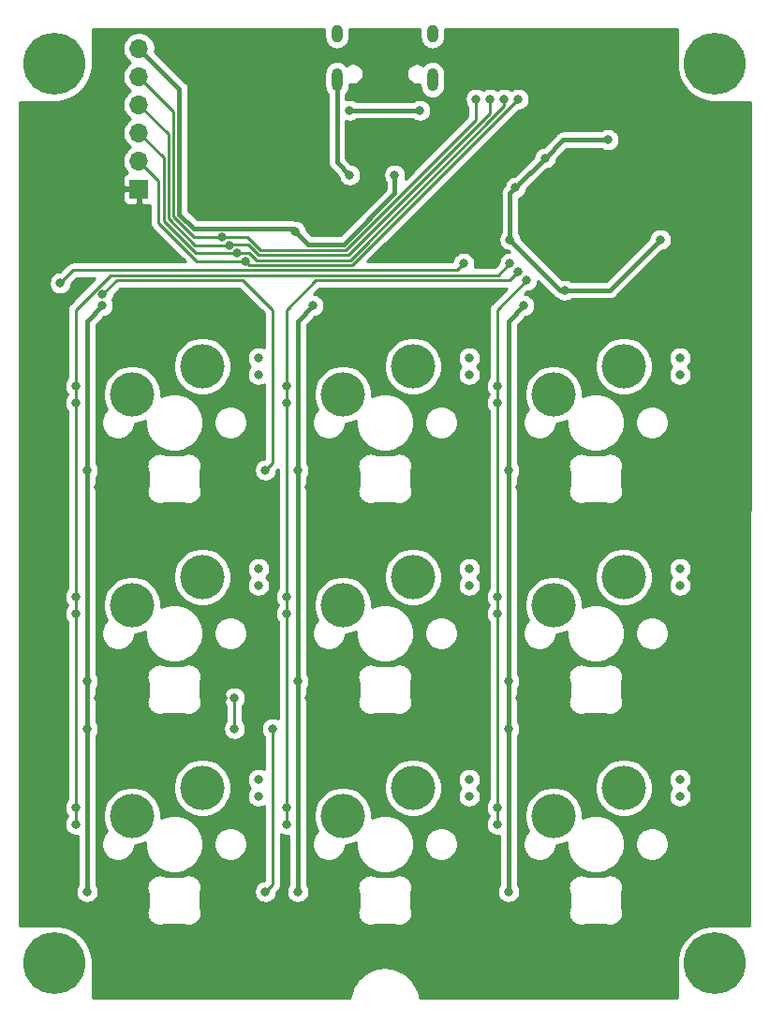
<source format=gbr>
%TF.GenerationSoftware,KiCad,Pcbnew,(5.1.9)-1*%
%TF.CreationDate,2021-04-22T22:31:28+01:00*%
%TF.ProjectId,ai03-macropad-pcb,61693033-2d6d-4616-9372-6f7061642d70,rev?*%
%TF.SameCoordinates,Original*%
%TF.FileFunction,Copper,L1,Top*%
%TF.FilePolarity,Positive*%
%FSLAX46Y46*%
G04 Gerber Fmt 4.6, Leading zero omitted, Abs format (unit mm)*
G04 Created by KiCad (PCBNEW (5.1.9)-1) date 2021-04-22 22:31:28*
%MOMM*%
%LPD*%
G01*
G04 APERTURE LIST*
%TA.AperFunction,ComponentPad*%
%ADD10C,0.800000*%
%TD*%
%TA.AperFunction,ComponentPad*%
%ADD11C,4.000000*%
%TD*%
%TA.AperFunction,ComponentPad*%
%ADD12C,5.600000*%
%TD*%
%TA.AperFunction,ComponentPad*%
%ADD13R,1.700000X1.700000*%
%TD*%
%TA.AperFunction,ComponentPad*%
%ADD14O,1.700000X1.700000*%
%TD*%
%TA.AperFunction,ComponentPad*%
%ADD15O,1.000000X2.100000*%
%TD*%
%TA.AperFunction,ComponentPad*%
%ADD16O,1.000000X1.600000*%
%TD*%
%TA.AperFunction,ViaPad*%
%ADD17C,0.800000*%
%TD*%
%TA.AperFunction,Conductor*%
%ADD18C,0.381000*%
%TD*%
%TA.AperFunction,Conductor*%
%ADD19C,0.254000*%
%TD*%
%TA.AperFunction,Conductor*%
%ADD20C,0.100000*%
%TD*%
G04 APERTURE END LIST*
D10*
%TO.P,MX2,2*%
%TO.N,Net-(D2-Pad2)*%
X55245000Y-151257000D03*
%TO.P,MX2,1*%
%TO.N,COL0*%
X38735000Y-153797000D03*
%TO.P,MX2,2*%
%TO.N,Net-(D2-Pad2)*%
X55245000Y-149733000D03*
%TO.P,MX2,1*%
%TO.N,COL0*%
X38735000Y-152273000D03*
D11*
X43815000Y-153035000D03*
%TO.P,MX2,2*%
%TO.N,Net-(D2-Pad2)*%
X50165000Y-150495000D03*
%TD*%
D10*
%TO.P,MX1,2*%
%TO.N,Net-(D1-Pad2)*%
X55245000Y-132207000D03*
%TO.P,MX1,1*%
%TO.N,COL0*%
X38735000Y-134747000D03*
%TO.P,MX1,2*%
%TO.N,Net-(D1-Pad2)*%
X55245000Y-130683000D03*
%TO.P,MX1,1*%
%TO.N,COL0*%
X38735000Y-133223000D03*
D11*
X43815000Y-133985000D03*
%TO.P,MX1,2*%
%TO.N,Net-(D1-Pad2)*%
X50165000Y-131445000D03*
%TD*%
D10*
%TO.P,MX9,2*%
%TO.N,Net-(D10-Pad2)*%
X93345000Y-170307000D03*
%TO.P,MX9,1*%
%TO.N,COL2*%
X76835000Y-172847000D03*
%TO.P,MX9,2*%
%TO.N,Net-(D10-Pad2)*%
X93345000Y-168783000D03*
%TO.P,MX9,1*%
%TO.N,COL2*%
X76835000Y-171323000D03*
D11*
X81915000Y-172085000D03*
%TO.P,MX9,2*%
%TO.N,Net-(D10-Pad2)*%
X88265000Y-169545000D03*
%TD*%
D10*
%TO.P,MX6,2*%
%TO.N,Net-(D7-Pad2)*%
X74295000Y-170307000D03*
%TO.P,MX6,1*%
%TO.N,COL1*%
X57785000Y-172847000D03*
%TO.P,MX6,2*%
%TO.N,Net-(D7-Pad2)*%
X74295000Y-168783000D03*
%TO.P,MX6,1*%
%TO.N,COL1*%
X57785000Y-171323000D03*
D11*
X62865000Y-172085000D03*
%TO.P,MX6,2*%
%TO.N,Net-(D7-Pad2)*%
X69215000Y-169545000D03*
%TD*%
D10*
%TO.P,MX8,2*%
%TO.N,Net-(D9-Pad2)*%
X93345000Y-151257000D03*
%TO.P,MX8,1*%
%TO.N,COL2*%
X76835000Y-153797000D03*
%TO.P,MX8,2*%
%TO.N,Net-(D9-Pad2)*%
X93345000Y-149733000D03*
%TO.P,MX8,1*%
%TO.N,COL2*%
X76835000Y-152273000D03*
D11*
X81915000Y-153035000D03*
%TO.P,MX8,2*%
%TO.N,Net-(D9-Pad2)*%
X88265000Y-150495000D03*
%TD*%
D10*
%TO.P,MX4,2*%
%TO.N,Net-(D5-Pad2)*%
X74295000Y-132207000D03*
%TO.P,MX4,1*%
%TO.N,COL1*%
X57785000Y-134747000D03*
%TO.P,MX4,2*%
%TO.N,Net-(D5-Pad2)*%
X74295000Y-130683000D03*
%TO.P,MX4,1*%
%TO.N,COL1*%
X57785000Y-133223000D03*
D11*
X62865000Y-133985000D03*
%TO.P,MX4,2*%
%TO.N,Net-(D5-Pad2)*%
X69215000Y-131445000D03*
%TD*%
D10*
%TO.P,MX7,2*%
%TO.N,Net-(D8-Pad2)*%
X93345000Y-132207000D03*
%TO.P,MX7,1*%
%TO.N,COL2*%
X76835000Y-134747000D03*
%TO.P,MX7,2*%
%TO.N,Net-(D8-Pad2)*%
X93345000Y-130683000D03*
%TO.P,MX7,1*%
%TO.N,COL2*%
X76835000Y-133223000D03*
D11*
X81915000Y-133985000D03*
%TO.P,MX7,2*%
%TO.N,Net-(D8-Pad2)*%
X88265000Y-131445000D03*
%TD*%
D10*
%TO.P,MX5,2*%
%TO.N,Net-(D6-Pad2)*%
X74295000Y-151257000D03*
%TO.P,MX5,1*%
%TO.N,COL1*%
X57785000Y-153797000D03*
%TO.P,MX5,2*%
%TO.N,Net-(D6-Pad2)*%
X74295000Y-149733000D03*
%TO.P,MX5,1*%
%TO.N,COL1*%
X57785000Y-152273000D03*
D11*
X62865000Y-153035000D03*
%TO.P,MX5,2*%
%TO.N,Net-(D6-Pad2)*%
X69215000Y-150495000D03*
%TD*%
D10*
%TO.P,MX3,2*%
%TO.N,Net-(D3-Pad2)*%
X55245000Y-170307000D03*
%TO.P,MX3,1*%
%TO.N,COL0*%
X38735000Y-172847000D03*
%TO.P,MX3,2*%
%TO.N,Net-(D3-Pad2)*%
X55245000Y-168783000D03*
%TO.P,MX3,1*%
%TO.N,COL0*%
X38735000Y-171323000D03*
D11*
X43815000Y-172085000D03*
%TO.P,MX3,2*%
%TO.N,Net-(D3-Pad2)*%
X50165000Y-169545000D03*
%TD*%
D12*
%TO.P,H4,1*%
%TO.N,N/C*%
X96520000Y-185420000D03*
%TD*%
%TO.P,H3,1*%
%TO.N,N/C*%
X96520000Y-104140000D03*
%TD*%
%TO.P,H2,1*%
%TO.N,N/C*%
X36830000Y-185420000D03*
%TD*%
%TO.P,H1,1*%
%TO.N,N/C*%
X36830000Y-104140000D03*
%TD*%
D13*
%TO.P,J2,1*%
%TO.N,GND*%
X44450000Y-115443000D03*
D14*
%TO.P,J2,2*%
%TO.N,RST*%
X44450000Y-112903000D03*
%TO.P,J2,3*%
%TO.N,MISO*%
X44450000Y-110363000D03*
%TO.P,J2,4*%
%TO.N,MOSI*%
X44450000Y-107823000D03*
%TO.P,J2,5*%
%TO.N,SCK*%
X44450000Y-105283000D03*
%TO.P,J2,6*%
%TO.N,+5V*%
X44450000Y-102743000D03*
%TD*%
D15*
%TO.P,USB1,13*%
%TO.N,Net-(FB1-Pad2)*%
X62355000Y-105554250D03*
X70995000Y-105554250D03*
D16*
X62355000Y-101374250D03*
X70995000Y-101374250D03*
%TD*%
D17*
%TO.N,GND*%
X90043000Y-180467000D03*
X78740000Y-180467000D03*
X59817000Y-180467000D03*
X40767000Y-180467000D03*
X45339000Y-165862000D03*
X59817000Y-161417000D03*
X78867000Y-161417000D03*
X90170000Y-161417000D03*
X90170000Y-142367000D03*
X90170000Y-142367000D03*
X78867000Y-142367000D03*
X59817000Y-142367000D03*
X53340000Y-102870000D03*
X71120000Y-161417000D03*
X71120000Y-180467000D03*
X52070000Y-180467000D03*
X52070000Y-142367000D03*
X71120000Y-142367000D03*
X60960000Y-109347000D03*
X60960000Y-107442000D03*
X50800000Y-102870000D03*
X52070000Y-102870000D03*
X40767000Y-161417000D03*
X40767000Y-142367000D03*
X52070000Y-161417000D03*
X71501000Y-109347000D03*
X93218000Y-118364000D03*
X76581000Y-117221000D03*
X85598000Y-125984000D03*
X84455000Y-109347000D03*
X95504000Y-123952000D03*
X42418000Y-120904000D03*
X93726000Y-164338000D03*
X38317649Y-125004351D03*
X65786000Y-114173000D03*
X70358000Y-124841000D03*
X79883000Y-101854000D03*
%TO.N,+5V*%
X77851000Y-159893000D03*
X77851000Y-178943000D03*
X58801000Y-159893000D03*
X58801000Y-178943000D03*
X77851000Y-140843000D03*
X58801000Y-140843000D03*
X39751000Y-140843000D03*
X39751000Y-159893000D03*
X39751000Y-178943000D03*
X82931000Y-124587000D03*
X91567000Y-120015000D03*
X78486000Y-115316000D03*
X81153000Y-112649000D03*
X79248000Y-125984000D03*
X41148000Y-125984000D03*
X39751000Y-164211000D03*
X86868000Y-110998000D03*
X77978000Y-120015000D03*
X60198000Y-125984000D03*
X60198000Y-125984000D03*
X77851000Y-164211000D03*
X58547000Y-119253000D03*
X67564000Y-114173000D03*
%TO.N,RST*%
X78740000Y-107315000D03*
X54092490Y-121973990D03*
%TO.N,RGB1*%
X37338000Y-123952000D03*
X73787000Y-122174000D03*
%TO.N,Fuse*%
X69850000Y-108331000D03*
X63500000Y-108331000D03*
%TO.N,Net-(FB1-Pad2)*%
X63500000Y-114173000D03*
%TO.N,SCK*%
X74930000Y-107315000D03*
X51925784Y-119807284D03*
%TO.N,MOSI*%
X76200000Y-107315000D03*
X52632892Y-120514392D03*
%TO.N,MISO*%
X77470000Y-107315000D03*
X53340000Y-121221500D03*
%TO.N,COL0*%
X77978000Y-122174000D03*
%TO.N,COL1*%
X78740000Y-122936000D03*
%TO.N,COL2*%
X79502000Y-123698000D03*
%TO.N,D11*%
X55880000Y-140843000D03*
X41154067Y-124974067D03*
%TO.N,D12*%
X53086000Y-161417000D03*
X53086000Y-164211000D03*
%TO.N,D13*%
X56515000Y-164211000D03*
X55880000Y-178943000D03*
%TD*%
D18*
%TO.N,+5V*%
X77851000Y-159893000D02*
X77851000Y-140843000D01*
X58801000Y-159893000D02*
X58801000Y-178943000D01*
X58801000Y-159893000D02*
X58801000Y-140843000D01*
X39751000Y-159893000D02*
X39751000Y-140843000D01*
X77978000Y-120015000D02*
X77978000Y-115824000D01*
X77978000Y-120015000D02*
X82550000Y-124587000D01*
X82550000Y-124587000D02*
X83820000Y-124587000D01*
X86995000Y-124587000D02*
X91567000Y-120015000D01*
X83947000Y-124587000D02*
X86995000Y-124587000D01*
X82804000Y-110998000D02*
X86868000Y-110998000D01*
X77978000Y-115824000D02*
X78486000Y-115316000D01*
X78486000Y-115316000D02*
X81153000Y-112649000D01*
X81153000Y-112649000D02*
X82804000Y-110998000D01*
X39751000Y-140843000D02*
X39751000Y-127381000D01*
X58801000Y-140843000D02*
X58801000Y-127381000D01*
X77851000Y-140843000D02*
X77851000Y-127381000D01*
X77851000Y-127381000D02*
X79248000Y-125984000D01*
X39751000Y-127381000D02*
X41148000Y-125984000D01*
X58801000Y-127381000D02*
X60198000Y-125984000D01*
X39751000Y-164211000D02*
X39751000Y-178943000D01*
X39751000Y-159893000D02*
X39751000Y-164211000D01*
X77851000Y-165862000D02*
X77851000Y-178943000D01*
X77851000Y-159893000D02*
X77851000Y-165862000D01*
X48107540Y-106400540D02*
X44450000Y-102743000D01*
X48107540Y-117719540D02*
X48107540Y-106400540D01*
X49386999Y-118999000D02*
X48107540Y-117719540D01*
X58293000Y-118999000D02*
X49386999Y-118999000D01*
X59740920Y-120446920D02*
X58293000Y-118999000D01*
X67568467Y-115828467D02*
X62950014Y-120446920D01*
X67564000Y-115824000D02*
X67568467Y-115828467D01*
X62950014Y-120446920D02*
X59740920Y-120446920D01*
X67564000Y-114173000D02*
X67564000Y-115824000D01*
D19*
%TO.N,RST*%
X54444960Y-122326460D02*
X54092490Y-121973990D01*
X63728540Y-122326460D02*
X54444960Y-122326460D01*
X46228000Y-114681000D02*
X44450000Y-112903000D01*
X49703923Y-121973990D02*
X46228000Y-118498067D01*
X46228000Y-118498067D02*
X46228000Y-114681000D01*
X54092490Y-121973990D02*
X49703923Y-121973990D01*
X78740000Y-107315000D02*
X63728540Y-122326460D01*
%TO.N,RGB1*%
X73180529Y-122780471D02*
X38509529Y-122780471D01*
X38509529Y-122780471D02*
X37338000Y-123952000D01*
X73787000Y-122174000D02*
X73180529Y-122780471D01*
D18*
%TO.N,Fuse*%
X69850000Y-108331000D02*
X63500000Y-108331000D01*
%TO.N,Net-(FB1-Pad2)*%
X62355000Y-113028000D02*
X63500000Y-114173000D01*
X62355000Y-105554250D02*
X62355000Y-113028000D01*
D19*
%TO.N,SCK*%
X74930000Y-107315000D02*
X74930000Y-109198802D01*
X74930000Y-109198802D02*
X63164372Y-120964430D01*
X54265985Y-119787391D02*
X51945677Y-119787391D01*
X55443024Y-120964430D02*
X54265985Y-119787391D01*
X63164372Y-120964430D02*
X55443024Y-120964430D01*
X47590030Y-108423030D02*
X44450000Y-105283000D01*
X49463415Y-119807284D02*
X47590030Y-117933899D01*
X47590030Y-117933899D02*
X47590030Y-108423030D01*
X51925784Y-119807284D02*
X49463415Y-119807284D01*
%TO.N,MOSI*%
X76200000Y-107315000D02*
X76200000Y-108570868D01*
X76200000Y-108570868D02*
X63352428Y-121418440D01*
X54331027Y-120494499D02*
X52652785Y-120494499D01*
X55254968Y-121418440D02*
X54331027Y-120494499D01*
X63352428Y-121418440D02*
X55254968Y-121418440D01*
X47136020Y-110509020D02*
X44450000Y-107823000D01*
X47136020Y-118121954D02*
X47136020Y-110509020D01*
X49548351Y-120534285D02*
X47136020Y-118121954D01*
X52612999Y-120534285D02*
X52632892Y-120514392D01*
X49548351Y-120534285D02*
X52612999Y-120534285D01*
%TO.N,MISO*%
X77470000Y-107315000D02*
X77470000Y-107942934D01*
X77470000Y-107942934D02*
X63540484Y-121872450D01*
X54415962Y-121221500D02*
X53340000Y-121221500D01*
X55066912Y-121872450D02*
X54415962Y-121221500D01*
X63540484Y-121872450D02*
X55066912Y-121872450D01*
X53340000Y-121221500D02*
X53276500Y-121221500D01*
X46682010Y-112595010D02*
X44450000Y-110363000D01*
X49613392Y-121241393D02*
X46682010Y-118310010D01*
X53340000Y-121221500D02*
X53320107Y-121241393D01*
X53320107Y-121241393D02*
X49613392Y-121241393D01*
X46682010Y-118310010D02*
X46682010Y-112595010D01*
%TO.N,COL0*%
X38735000Y-134747000D02*
X38735000Y-171323000D01*
X41865520Y-123234480D02*
X38735000Y-126365000D01*
X76917520Y-123234480D02*
X41865520Y-123234480D01*
X38735000Y-126365000D02*
X38735000Y-133223000D01*
X77978000Y-122174000D02*
X76917520Y-123234480D01*
X38735000Y-171323000D02*
X38735000Y-172847000D01*
X38735000Y-134747000D02*
X38735000Y-133223000D01*
%TO.N,COL1*%
X57785000Y-134747000D02*
X57785000Y-171323000D01*
X57785000Y-126365000D02*
X60461510Y-123688490D01*
X57785000Y-133223000D02*
X57785000Y-126365000D01*
X78740000Y-122936000D02*
X77987510Y-123688490D01*
X60461510Y-123688490D02*
X60588510Y-123688490D01*
X60588510Y-123688490D02*
X77968490Y-123688490D01*
X57785000Y-133223000D02*
X57785000Y-134747000D01*
X57785000Y-171323000D02*
X57785000Y-172847000D01*
%TO.N,COL2*%
X76835000Y-134747000D02*
X76835000Y-171323000D01*
X76835000Y-133223000D02*
X76835000Y-126365000D01*
X79502000Y-123698000D02*
X76835000Y-126365000D01*
X76835000Y-171323000D02*
X76835000Y-172847000D01*
X76835000Y-134747000D02*
X76835000Y-133223000D01*
%TO.N,D11*%
X56515000Y-140208000D02*
X55880000Y-140843000D01*
X56515000Y-126365000D02*
X56515000Y-140208000D01*
X53838490Y-123688490D02*
X56515000Y-126365000D01*
X42439644Y-123688490D02*
X41154067Y-124974067D01*
X42681510Y-123688490D02*
X42439644Y-123688490D01*
X42681510Y-123688490D02*
X53838490Y-123688490D01*
%TO.N,D12*%
X53086000Y-161417000D02*
X53086000Y-164211000D01*
%TO.N,D13*%
X56515000Y-178308000D02*
X55880000Y-178943000D01*
X56515000Y-178308000D02*
X56515000Y-164211000D01*
%TD*%
%TO.N,GND*%
X61220000Y-101018499D02*
X61220000Y-101730002D01*
X61236423Y-101896749D01*
X61301324Y-102110697D01*
X61406717Y-102307873D01*
X61548552Y-102480699D01*
X61721378Y-102622534D01*
X61918554Y-102727926D01*
X62132502Y-102792827D01*
X62355000Y-102814741D01*
X62577499Y-102792827D01*
X62791447Y-102727926D01*
X62988623Y-102622534D01*
X63161449Y-102480699D01*
X63303284Y-102307873D01*
X63408676Y-102110696D01*
X63473577Y-101896748D01*
X63490000Y-101730001D01*
X63490000Y-101018498D01*
X63486985Y-100987884D01*
X69863015Y-100987884D01*
X69860000Y-101018499D01*
X69860000Y-101730002D01*
X69876423Y-101896749D01*
X69941324Y-102110697D01*
X70046717Y-102307873D01*
X70188552Y-102480699D01*
X70361378Y-102622534D01*
X70558554Y-102727926D01*
X70772502Y-102792827D01*
X70995000Y-102814741D01*
X71217499Y-102792827D01*
X71431447Y-102727926D01*
X71628623Y-102622534D01*
X71801449Y-102480699D01*
X71943284Y-102307873D01*
X72048676Y-102110696D01*
X72113577Y-101896748D01*
X72130000Y-101730001D01*
X72130000Y-101018498D01*
X72126985Y-100987884D01*
X93091000Y-100987884D01*
X93091000Y-103771518D01*
X93085000Y-103801682D01*
X93085000Y-104478318D01*
X93217006Y-105141952D01*
X93475943Y-105767082D01*
X93851862Y-106329685D01*
X94330315Y-106808138D01*
X94892918Y-107184057D01*
X95518048Y-107442994D01*
X96181682Y-107575000D01*
X96858318Y-107575000D01*
X96888482Y-107569000D01*
X99672027Y-107569000D01*
X99670090Y-181991000D01*
X96888482Y-181991000D01*
X96858318Y-181985000D01*
X96181682Y-181985000D01*
X95518048Y-182117006D01*
X94892918Y-182375943D01*
X94330315Y-182751862D01*
X93851862Y-183230315D01*
X93475943Y-183792918D01*
X93217006Y-184418048D01*
X93085000Y-185081682D01*
X93085000Y-185758318D01*
X93091000Y-185788482D01*
X93091000Y-188571848D01*
X69837332Y-188570029D01*
X69815382Y-188374335D01*
X69802946Y-188315827D01*
X69791326Y-188257142D01*
X69788601Y-188248339D01*
X69638710Y-187775824D01*
X69615154Y-187720863D01*
X69592350Y-187665537D01*
X69587966Y-187657431D01*
X69587966Y-187657430D01*
X69587963Y-187657426D01*
X69349150Y-187223026D01*
X69315346Y-187173657D01*
X69282252Y-187123845D01*
X69276378Y-187116745D01*
X68957735Y-186737000D01*
X68915021Y-186695172D01*
X68872844Y-186652699D01*
X68865703Y-186646875D01*
X68479369Y-186336256D01*
X68429339Y-186303518D01*
X68379723Y-186270051D01*
X68371586Y-186265725D01*
X67932277Y-186036059D01*
X67876828Y-186013656D01*
X67821669Y-185990469D01*
X67812847Y-185987806D01*
X67337295Y-185847843D01*
X67278547Y-185836637D01*
X67219937Y-185824605D01*
X67210766Y-185823706D01*
X66717085Y-185778778D01*
X66657268Y-185779196D01*
X66597451Y-185778778D01*
X66588280Y-185779678D01*
X66588276Y-185779678D01*
X66095273Y-185831495D01*
X66036742Y-185843510D01*
X65977917Y-185854731D01*
X65969095Y-185857395D01*
X65495542Y-186003984D01*
X65440427Y-186027153D01*
X65384934Y-186049573D01*
X65376798Y-186053900D01*
X64940738Y-186289677D01*
X64891171Y-186323110D01*
X64841092Y-186355881D01*
X64833951Y-186361706D01*
X64451991Y-186677690D01*
X64409850Y-186720126D01*
X64367101Y-186761989D01*
X64361227Y-186769089D01*
X64047917Y-187153246D01*
X64014841Y-187203030D01*
X63981017Y-187252428D01*
X63976634Y-187260534D01*
X63743908Y-187698230D01*
X63721122Y-187753512D01*
X63697547Y-187808517D01*
X63694822Y-187817320D01*
X63551543Y-188291884D01*
X63539923Y-188350572D01*
X63527487Y-188409075D01*
X63526524Y-188418240D01*
X63511644Y-188570000D01*
X40259000Y-188570000D01*
X40259000Y-185788482D01*
X40265000Y-185758318D01*
X40265000Y-185081682D01*
X40132994Y-184418048D01*
X39874057Y-183792918D01*
X39498138Y-183230315D01*
X39019685Y-182751862D01*
X38457082Y-182375943D01*
X37831952Y-182117006D01*
X37168318Y-181985000D01*
X36491682Y-181985000D01*
X36461518Y-181991000D01*
X33680089Y-181991000D01*
X33680118Y-180838992D01*
X45142049Y-180838992D01*
X45142433Y-180848548D01*
X45147028Y-180946023D01*
X45155989Y-181007455D01*
X45164093Y-181069017D01*
X45166325Y-181078317D01*
X45189766Y-181173042D01*
X45210492Y-181231570D01*
X45230395Y-181290374D01*
X45234392Y-181299063D01*
X45275786Y-181387433D01*
X45307468Y-181440792D01*
X45338429Y-181494637D01*
X45344037Y-181502384D01*
X45401806Y-181581029D01*
X45443256Y-181627226D01*
X45484081Y-181674026D01*
X45491087Y-181680537D01*
X45563032Y-181746464D01*
X45612663Y-181783729D01*
X45661800Y-181821707D01*
X45669937Y-181826733D01*
X45753316Y-181877430D01*
X45809274Y-181904362D01*
X45864825Y-181932059D01*
X45873784Y-181935409D01*
X45965423Y-181968945D01*
X46025583Y-181984504D01*
X46085407Y-182000871D01*
X46094846Y-182002417D01*
X46094853Y-182002419D01*
X46094861Y-182002419D01*
X46191253Y-182017516D01*
X46253231Y-182021091D01*
X46315166Y-182025531D01*
X46324725Y-182025214D01*
X46422230Y-182021299D01*
X46483698Y-182012770D01*
X46545333Y-182005094D01*
X46554648Y-182002927D01*
X46649535Y-181980148D01*
X46708223Y-181959826D01*
X46767152Y-181940338D01*
X46775869Y-181936402D01*
X46864202Y-181895774D01*
X46864519Y-181895631D01*
X46876764Y-181889999D01*
X48375132Y-181889999D01*
X48384264Y-181895420D01*
X48392954Y-181899415D01*
X48481896Y-181939562D01*
X48540712Y-181959463D01*
X48599230Y-181980178D01*
X48608527Y-181982409D01*
X48608532Y-181982411D01*
X48608537Y-181982412D01*
X48703576Y-182004517D01*
X48765125Y-182012613D01*
X48826565Y-182021570D01*
X48836122Y-182021953D01*
X48933651Y-182025178D01*
X48995616Y-182021164D01*
X49057619Y-182018016D01*
X49067068Y-182016535D01*
X49163366Y-182000754D01*
X49223362Y-181984783D01*
X49283566Y-181969654D01*
X49292547Y-181966366D01*
X49292556Y-181966363D01*
X49292559Y-181966361D01*
X49383947Y-181932182D01*
X49439686Y-181904868D01*
X49495827Y-181878323D01*
X49503999Y-181873354D01*
X49587018Y-181822068D01*
X49636429Y-181784418D01*
X49686308Y-181747501D01*
X49693359Y-181741039D01*
X49764835Y-181674604D01*
X49805960Y-181628110D01*
X49847740Y-181582184D01*
X49853402Y-181574475D01*
X49910614Y-181495423D01*
X49941929Y-181441822D01*
X49973999Y-181388645D01*
X49978055Y-181379983D01*
X50018822Y-181291323D01*
X50039113Y-181232705D01*
X50060256Y-181174277D01*
X50062553Y-181164992D01*
X50085323Y-181070103D01*
X50093850Y-181008598D01*
X50103234Y-180947230D01*
X50103683Y-180937677D01*
X50107588Y-180840172D01*
X50107520Y-180838992D01*
X64192049Y-180838992D01*
X64192433Y-180848548D01*
X64197028Y-180946023D01*
X64205989Y-181007455D01*
X64214093Y-181069017D01*
X64216325Y-181078317D01*
X64239766Y-181173042D01*
X64260492Y-181231570D01*
X64280395Y-181290374D01*
X64284392Y-181299063D01*
X64325786Y-181387433D01*
X64357468Y-181440792D01*
X64388429Y-181494637D01*
X64394037Y-181502384D01*
X64451806Y-181581029D01*
X64493256Y-181627226D01*
X64534081Y-181674026D01*
X64541087Y-181680537D01*
X64613032Y-181746464D01*
X64662663Y-181783729D01*
X64711800Y-181821707D01*
X64719937Y-181826733D01*
X64803316Y-181877430D01*
X64859274Y-181904362D01*
X64914825Y-181932059D01*
X64923784Y-181935409D01*
X65015423Y-181968945D01*
X65075583Y-181984504D01*
X65135407Y-182000871D01*
X65144846Y-182002417D01*
X65144853Y-182002419D01*
X65144861Y-182002419D01*
X65241253Y-182017516D01*
X65303231Y-182021091D01*
X65365166Y-182025531D01*
X65374725Y-182025214D01*
X65472230Y-182021299D01*
X65533698Y-182012770D01*
X65595333Y-182005094D01*
X65604648Y-182002927D01*
X65699535Y-181980148D01*
X65758223Y-181959826D01*
X65817152Y-181940338D01*
X65825869Y-181936402D01*
X65914202Y-181895774D01*
X65914519Y-181895631D01*
X65926764Y-181889999D01*
X67425132Y-181889999D01*
X67434264Y-181895420D01*
X67442954Y-181899415D01*
X67531896Y-181939562D01*
X67590712Y-181959463D01*
X67649230Y-181980178D01*
X67658527Y-181982409D01*
X67658532Y-181982411D01*
X67658537Y-181982412D01*
X67753576Y-182004517D01*
X67815125Y-182012613D01*
X67876565Y-182021570D01*
X67886122Y-182021953D01*
X67983651Y-182025178D01*
X68045616Y-182021164D01*
X68107619Y-182018016D01*
X68117068Y-182016535D01*
X68213366Y-182000754D01*
X68273362Y-181984783D01*
X68333566Y-181969654D01*
X68342547Y-181966366D01*
X68342556Y-181966363D01*
X68342559Y-181966361D01*
X68433947Y-181932182D01*
X68489686Y-181904868D01*
X68545827Y-181878323D01*
X68553999Y-181873354D01*
X68637018Y-181822068D01*
X68686429Y-181784418D01*
X68736308Y-181747501D01*
X68743359Y-181741039D01*
X68814835Y-181674604D01*
X68855960Y-181628110D01*
X68897740Y-181582184D01*
X68903402Y-181574475D01*
X68960614Y-181495423D01*
X68991929Y-181441822D01*
X69023999Y-181388645D01*
X69028055Y-181379983D01*
X69068822Y-181291323D01*
X69089113Y-181232705D01*
X69110256Y-181174277D01*
X69112553Y-181164992D01*
X69135323Y-181070103D01*
X69143850Y-181008598D01*
X69153234Y-180947230D01*
X69153683Y-180937677D01*
X69157588Y-180840172D01*
X69157520Y-180838992D01*
X83242049Y-180838992D01*
X83242433Y-180848548D01*
X83247028Y-180946023D01*
X83255989Y-181007455D01*
X83264093Y-181069017D01*
X83266325Y-181078317D01*
X83289766Y-181173042D01*
X83310492Y-181231570D01*
X83330395Y-181290374D01*
X83334392Y-181299063D01*
X83375786Y-181387433D01*
X83407468Y-181440792D01*
X83438429Y-181494637D01*
X83444037Y-181502384D01*
X83501806Y-181581029D01*
X83543256Y-181627226D01*
X83584081Y-181674026D01*
X83591087Y-181680537D01*
X83663032Y-181746464D01*
X83712663Y-181783729D01*
X83761800Y-181821707D01*
X83769937Y-181826733D01*
X83853316Y-181877430D01*
X83909274Y-181904362D01*
X83964825Y-181932059D01*
X83973784Y-181935409D01*
X84065423Y-181968945D01*
X84125583Y-181984504D01*
X84185407Y-182000871D01*
X84194846Y-182002417D01*
X84194853Y-182002419D01*
X84194861Y-182002419D01*
X84291253Y-182017516D01*
X84353231Y-182021091D01*
X84415166Y-182025531D01*
X84424725Y-182025214D01*
X84522230Y-182021299D01*
X84583698Y-182012770D01*
X84645333Y-182005094D01*
X84654648Y-182002927D01*
X84749535Y-181980148D01*
X84808223Y-181959826D01*
X84867152Y-181940338D01*
X84875869Y-181936402D01*
X84964202Y-181895774D01*
X84964519Y-181895631D01*
X84976764Y-181889999D01*
X86475132Y-181889999D01*
X86484264Y-181895420D01*
X86492954Y-181899415D01*
X86581896Y-181939562D01*
X86640712Y-181959463D01*
X86699230Y-181980178D01*
X86708527Y-181982409D01*
X86708532Y-181982411D01*
X86708537Y-181982412D01*
X86803576Y-182004517D01*
X86865125Y-182012613D01*
X86926565Y-182021570D01*
X86936122Y-182021953D01*
X87033651Y-182025178D01*
X87095616Y-182021164D01*
X87157619Y-182018016D01*
X87167068Y-182016535D01*
X87263366Y-182000754D01*
X87323362Y-181984783D01*
X87383566Y-181969654D01*
X87392547Y-181966366D01*
X87392556Y-181966363D01*
X87392559Y-181966361D01*
X87483947Y-181932182D01*
X87539686Y-181904868D01*
X87595827Y-181878323D01*
X87603999Y-181873354D01*
X87687018Y-181822068D01*
X87736429Y-181784418D01*
X87786308Y-181747501D01*
X87793359Y-181741039D01*
X87864835Y-181674604D01*
X87905960Y-181628110D01*
X87947740Y-181582184D01*
X87953402Y-181574475D01*
X88010614Y-181495423D01*
X88041929Y-181441822D01*
X88073999Y-181388645D01*
X88078055Y-181379983D01*
X88118822Y-181291323D01*
X88139113Y-181232705D01*
X88160256Y-181174277D01*
X88162553Y-181164992D01*
X88185323Y-181070103D01*
X88193850Y-181008598D01*
X88203234Y-180947230D01*
X88203683Y-180937677D01*
X88207588Y-180840172D01*
X88204008Y-180778208D01*
X88201292Y-180716166D01*
X88199878Y-180706707D01*
X88184769Y-180610300D01*
X88169220Y-180550204D01*
X88154508Y-180489883D01*
X88151284Y-180480879D01*
X88117739Y-180389243D01*
X88117737Y-180389240D01*
X88109999Y-180368100D01*
X88109999Y-179037731D01*
X88110140Y-179037264D01*
X88117624Y-179021988D01*
X88120911Y-179013006D01*
X88153807Y-178921135D01*
X88168932Y-178860922D01*
X88184897Y-178800924D01*
X88186377Y-178791475D01*
X88200802Y-178694964D01*
X88203943Y-178632981D01*
X88207952Y-178571006D01*
X88207568Y-178561449D01*
X88202973Y-178463975D01*
X88194012Y-178402543D01*
X88185908Y-178340981D01*
X88183678Y-178331694D01*
X88183677Y-178331686D01*
X88183674Y-178331679D01*
X88160235Y-178236956D01*
X88139509Y-178178428D01*
X88119606Y-178119624D01*
X88115610Y-178110935D01*
X88074215Y-178022566D01*
X88042543Y-177969223D01*
X88011572Y-177915361D01*
X88005964Y-177907614D01*
X87948195Y-177828969D01*
X87906745Y-177782772D01*
X87865920Y-177735972D01*
X87858914Y-177729461D01*
X87786969Y-177663534D01*
X87737324Y-177626259D01*
X87688198Y-177588289D01*
X87680061Y-177583263D01*
X87596681Y-177532566D01*
X87540720Y-177505634D01*
X87485181Y-177477942D01*
X87476223Y-177474592D01*
X87384584Y-177441055D01*
X87324470Y-177425508D01*
X87264587Y-177409125D01*
X87255149Y-177407579D01*
X87158742Y-177392481D01*
X87096759Y-177388906D01*
X87034836Y-177384467D01*
X87025277Y-177384783D01*
X86927771Y-177388699D01*
X86866312Y-177397226D01*
X86804667Y-177404904D01*
X86795352Y-177407071D01*
X86700465Y-177429850D01*
X86641778Y-177450171D01*
X86582854Y-177469658D01*
X86574137Y-177473593D01*
X86485482Y-177514368D01*
X86473237Y-177520000D01*
X84974868Y-177520000D01*
X84965736Y-177514579D01*
X84957046Y-177510584D01*
X84868104Y-177470437D01*
X84809281Y-177450533D01*
X84750771Y-177429821D01*
X84741471Y-177427589D01*
X84741468Y-177427588D01*
X84741465Y-177427588D01*
X84646426Y-177405482D01*
X84584863Y-177397384D01*
X84523436Y-177388429D01*
X84513879Y-177388046D01*
X84416349Y-177384821D01*
X84354396Y-177388834D01*
X84292389Y-177391982D01*
X84282940Y-177393463D01*
X84186642Y-177409243D01*
X84126666Y-177425209D01*
X84066435Y-177440344D01*
X84057453Y-177443632D01*
X83966054Y-177477816D01*
X83910316Y-177505129D01*
X83854174Y-177531675D01*
X83846002Y-177536644D01*
X83762983Y-177587930D01*
X83713590Y-177625567D01*
X83663697Y-177662494D01*
X83656646Y-177668956D01*
X83585170Y-177735390D01*
X83544053Y-177781874D01*
X83502258Y-177827816D01*
X83496597Y-177835525D01*
X83439385Y-177914578D01*
X83408067Y-177968185D01*
X83376004Y-178021350D01*
X83371947Y-178030012D01*
X83331180Y-178118671D01*
X83310863Y-178177364D01*
X83289745Y-178235720D01*
X83287448Y-178245005D01*
X83264678Y-178339894D01*
X83256146Y-178401431D01*
X83246768Y-178462760D01*
X83246318Y-178472313D01*
X83242412Y-178569818D01*
X83245992Y-178631793D01*
X83248708Y-178693831D01*
X83250123Y-178703291D01*
X83265231Y-178799697D01*
X83280780Y-178859794D01*
X83295492Y-178920114D01*
X83298716Y-178929118D01*
X83332261Y-179020754D01*
X83340002Y-179041900D01*
X83340001Y-180372266D01*
X83339859Y-180372737D01*
X83332376Y-180388011D01*
X83329089Y-180396993D01*
X83296193Y-180488864D01*
X83281068Y-180549077D01*
X83265102Y-180609081D01*
X83263622Y-180618530D01*
X83249198Y-180715040D01*
X83246057Y-180777032D01*
X83242049Y-180838992D01*
X69157520Y-180838992D01*
X69154008Y-180778208D01*
X69151292Y-180716166D01*
X69149878Y-180706707D01*
X69134769Y-180610300D01*
X69119220Y-180550204D01*
X69104508Y-180489883D01*
X69101284Y-180480879D01*
X69067739Y-180389243D01*
X69067737Y-180389240D01*
X69059999Y-180368100D01*
X69059999Y-179037731D01*
X69060140Y-179037264D01*
X69067624Y-179021988D01*
X69070911Y-179013006D01*
X69103807Y-178921135D01*
X69118932Y-178860922D01*
X69134897Y-178800924D01*
X69136377Y-178791475D01*
X69150802Y-178694964D01*
X69153943Y-178632981D01*
X69157952Y-178571006D01*
X69157568Y-178561449D01*
X69152973Y-178463975D01*
X69144012Y-178402543D01*
X69135908Y-178340981D01*
X69133678Y-178331694D01*
X69133677Y-178331686D01*
X69133674Y-178331679D01*
X69110235Y-178236956D01*
X69089509Y-178178428D01*
X69069606Y-178119624D01*
X69065610Y-178110935D01*
X69024215Y-178022566D01*
X68992543Y-177969223D01*
X68961572Y-177915361D01*
X68955964Y-177907614D01*
X68898195Y-177828969D01*
X68856745Y-177782772D01*
X68815920Y-177735972D01*
X68808914Y-177729461D01*
X68736969Y-177663534D01*
X68687324Y-177626259D01*
X68638198Y-177588289D01*
X68630061Y-177583263D01*
X68546681Y-177532566D01*
X68490720Y-177505634D01*
X68435181Y-177477942D01*
X68426223Y-177474592D01*
X68334584Y-177441055D01*
X68274470Y-177425508D01*
X68214587Y-177409125D01*
X68205149Y-177407579D01*
X68108742Y-177392481D01*
X68046759Y-177388906D01*
X67984836Y-177384467D01*
X67975277Y-177384783D01*
X67877771Y-177388699D01*
X67816312Y-177397226D01*
X67754667Y-177404904D01*
X67745352Y-177407071D01*
X67650465Y-177429850D01*
X67591778Y-177450171D01*
X67532854Y-177469658D01*
X67524137Y-177473593D01*
X67435482Y-177514368D01*
X67423237Y-177520000D01*
X65924868Y-177520000D01*
X65915736Y-177514579D01*
X65907046Y-177510584D01*
X65818104Y-177470437D01*
X65759281Y-177450533D01*
X65700771Y-177429821D01*
X65691471Y-177427589D01*
X65691468Y-177427588D01*
X65691465Y-177427588D01*
X65596426Y-177405482D01*
X65534863Y-177397384D01*
X65473436Y-177388429D01*
X65463879Y-177388046D01*
X65366349Y-177384821D01*
X65304396Y-177388834D01*
X65242389Y-177391982D01*
X65232940Y-177393463D01*
X65136642Y-177409243D01*
X65076666Y-177425209D01*
X65016435Y-177440344D01*
X65007453Y-177443632D01*
X64916054Y-177477816D01*
X64860316Y-177505129D01*
X64804174Y-177531675D01*
X64796002Y-177536644D01*
X64712983Y-177587930D01*
X64663590Y-177625567D01*
X64613697Y-177662494D01*
X64606646Y-177668956D01*
X64535170Y-177735390D01*
X64494053Y-177781874D01*
X64452258Y-177827816D01*
X64446597Y-177835525D01*
X64389385Y-177914578D01*
X64358067Y-177968185D01*
X64326004Y-178021350D01*
X64321947Y-178030012D01*
X64281180Y-178118671D01*
X64260863Y-178177364D01*
X64239745Y-178235720D01*
X64237448Y-178245005D01*
X64214678Y-178339894D01*
X64206146Y-178401431D01*
X64196768Y-178462760D01*
X64196318Y-178472313D01*
X64192412Y-178569818D01*
X64195992Y-178631793D01*
X64198708Y-178693831D01*
X64200123Y-178703291D01*
X64215231Y-178799697D01*
X64230780Y-178859794D01*
X64245492Y-178920114D01*
X64248716Y-178929118D01*
X64282261Y-179020754D01*
X64290002Y-179041900D01*
X64290001Y-180372266D01*
X64289859Y-180372737D01*
X64282376Y-180388011D01*
X64279089Y-180396993D01*
X64246193Y-180488864D01*
X64231068Y-180549077D01*
X64215102Y-180609081D01*
X64213622Y-180618530D01*
X64199198Y-180715040D01*
X64196057Y-180777032D01*
X64192049Y-180838992D01*
X50107520Y-180838992D01*
X50104008Y-180778208D01*
X50101292Y-180716166D01*
X50099878Y-180706707D01*
X50084769Y-180610300D01*
X50069220Y-180550204D01*
X50054508Y-180489883D01*
X50051284Y-180480879D01*
X50017739Y-180389243D01*
X50017737Y-180389240D01*
X50009999Y-180368100D01*
X50009999Y-179037731D01*
X50010140Y-179037264D01*
X50017624Y-179021988D01*
X50020911Y-179013006D01*
X50053807Y-178921135D01*
X50068932Y-178860922D01*
X50084897Y-178800924D01*
X50086377Y-178791475D01*
X50100802Y-178694964D01*
X50103943Y-178632981D01*
X50107952Y-178571006D01*
X50107568Y-178561449D01*
X50102973Y-178463975D01*
X50094012Y-178402543D01*
X50085908Y-178340981D01*
X50083678Y-178331694D01*
X50083677Y-178331686D01*
X50083674Y-178331679D01*
X50060235Y-178236956D01*
X50039509Y-178178428D01*
X50019606Y-178119624D01*
X50015610Y-178110935D01*
X49974215Y-178022566D01*
X49942543Y-177969223D01*
X49911572Y-177915361D01*
X49905964Y-177907614D01*
X49848195Y-177828969D01*
X49806745Y-177782772D01*
X49765920Y-177735972D01*
X49758914Y-177729461D01*
X49686969Y-177663534D01*
X49637324Y-177626259D01*
X49588198Y-177588289D01*
X49580061Y-177583263D01*
X49496681Y-177532566D01*
X49440720Y-177505634D01*
X49385181Y-177477942D01*
X49376223Y-177474592D01*
X49284584Y-177441055D01*
X49224470Y-177425508D01*
X49164587Y-177409125D01*
X49155149Y-177407579D01*
X49058742Y-177392481D01*
X48996759Y-177388906D01*
X48934836Y-177384467D01*
X48925277Y-177384783D01*
X48827771Y-177388699D01*
X48766312Y-177397226D01*
X48704667Y-177404904D01*
X48695352Y-177407071D01*
X48600465Y-177429850D01*
X48541778Y-177450171D01*
X48482854Y-177469658D01*
X48474137Y-177473593D01*
X48385482Y-177514368D01*
X48373237Y-177520000D01*
X46874868Y-177520000D01*
X46865736Y-177514579D01*
X46857046Y-177510584D01*
X46768104Y-177470437D01*
X46709281Y-177450533D01*
X46650771Y-177429821D01*
X46641471Y-177427589D01*
X46641468Y-177427588D01*
X46641465Y-177427588D01*
X46546426Y-177405482D01*
X46484863Y-177397384D01*
X46423436Y-177388429D01*
X46413879Y-177388046D01*
X46316349Y-177384821D01*
X46254396Y-177388834D01*
X46192389Y-177391982D01*
X46182940Y-177393463D01*
X46086642Y-177409243D01*
X46026666Y-177425209D01*
X45966435Y-177440344D01*
X45957453Y-177443632D01*
X45866054Y-177477816D01*
X45810316Y-177505129D01*
X45754174Y-177531675D01*
X45746002Y-177536644D01*
X45662983Y-177587930D01*
X45613590Y-177625567D01*
X45563697Y-177662494D01*
X45556646Y-177668956D01*
X45485170Y-177735390D01*
X45444053Y-177781874D01*
X45402258Y-177827816D01*
X45396597Y-177835525D01*
X45339385Y-177914578D01*
X45308067Y-177968185D01*
X45276004Y-178021350D01*
X45271947Y-178030012D01*
X45231180Y-178118671D01*
X45210863Y-178177364D01*
X45189745Y-178235720D01*
X45187448Y-178245005D01*
X45164678Y-178339894D01*
X45156146Y-178401431D01*
X45146768Y-178462760D01*
X45146318Y-178472313D01*
X45142412Y-178569818D01*
X45145992Y-178631793D01*
X45148708Y-178693831D01*
X45150123Y-178703291D01*
X45165231Y-178799697D01*
X45180780Y-178859794D01*
X45195492Y-178920114D01*
X45198716Y-178929118D01*
X45232261Y-179020754D01*
X45240002Y-179041900D01*
X45240001Y-180372266D01*
X45239859Y-180372737D01*
X45232376Y-180388011D01*
X45229089Y-180396993D01*
X45196193Y-180488864D01*
X45181068Y-180549077D01*
X45165102Y-180609081D01*
X45163622Y-180618530D01*
X45149198Y-180715040D01*
X45146057Y-180777032D01*
X45142049Y-180838992D01*
X33680118Y-180838992D01*
X33681602Y-123850061D01*
X36303000Y-123850061D01*
X36303000Y-124053939D01*
X36342774Y-124253898D01*
X36420795Y-124442256D01*
X36534063Y-124611774D01*
X36678226Y-124755937D01*
X36847744Y-124869205D01*
X37036102Y-124947226D01*
X37236061Y-124987000D01*
X37439939Y-124987000D01*
X37639898Y-124947226D01*
X37828256Y-124869205D01*
X37997774Y-124755937D01*
X38141937Y-124611774D01*
X38255205Y-124442256D01*
X38333226Y-124253898D01*
X38373000Y-124053939D01*
X38373000Y-123994630D01*
X38825160Y-123542471D01*
X40479898Y-123542471D01*
X38222654Y-125799716D01*
X38193578Y-125823578D01*
X38145583Y-125882061D01*
X38098355Y-125939608D01*
X38074627Y-125984001D01*
X38027598Y-126071986D01*
X37984026Y-126215623D01*
X37977105Y-126285898D01*
X37969314Y-126365000D01*
X37973000Y-126402423D01*
X37973001Y-132521288D01*
X37931063Y-132563226D01*
X37817795Y-132732744D01*
X37739774Y-132921102D01*
X37700000Y-133121061D01*
X37700000Y-133324939D01*
X37739774Y-133524898D01*
X37817795Y-133713256D01*
X37931063Y-133882774D01*
X37973001Y-133924712D01*
X37973000Y-134045289D01*
X37931063Y-134087226D01*
X37817795Y-134256744D01*
X37739774Y-134445102D01*
X37700000Y-134645061D01*
X37700000Y-134848939D01*
X37739774Y-135048898D01*
X37817795Y-135237256D01*
X37931063Y-135406774D01*
X37973000Y-135448711D01*
X37973000Y-151571289D01*
X37931063Y-151613226D01*
X37817795Y-151782744D01*
X37739774Y-151971102D01*
X37700000Y-152171061D01*
X37700000Y-152374939D01*
X37739774Y-152574898D01*
X37817795Y-152763256D01*
X37931063Y-152932774D01*
X37973000Y-152974711D01*
X37973001Y-153095288D01*
X37931063Y-153137226D01*
X37817795Y-153306744D01*
X37739774Y-153495102D01*
X37700000Y-153695061D01*
X37700000Y-153898939D01*
X37739774Y-154098898D01*
X37817795Y-154287256D01*
X37931063Y-154456774D01*
X37973001Y-154498712D01*
X37973001Y-170621288D01*
X37931063Y-170663226D01*
X37817795Y-170832744D01*
X37739774Y-171021102D01*
X37700000Y-171221061D01*
X37700000Y-171424939D01*
X37739774Y-171624898D01*
X37817795Y-171813256D01*
X37931063Y-171982774D01*
X37973000Y-172024711D01*
X37973001Y-172145288D01*
X37931063Y-172187226D01*
X37817795Y-172356744D01*
X37739774Y-172545102D01*
X37700000Y-172745061D01*
X37700000Y-172948939D01*
X37739774Y-173148898D01*
X37817795Y-173337256D01*
X37931063Y-173506774D01*
X38075226Y-173650937D01*
X38244744Y-173764205D01*
X38433102Y-173842226D01*
X38633061Y-173882000D01*
X38836939Y-173882000D01*
X38925501Y-173864384D01*
X38925501Y-178315496D01*
X38833795Y-178452744D01*
X38755774Y-178641102D01*
X38716000Y-178841061D01*
X38716000Y-179044939D01*
X38755774Y-179244898D01*
X38833795Y-179433256D01*
X38947063Y-179602774D01*
X39091226Y-179746937D01*
X39260744Y-179860205D01*
X39449102Y-179938226D01*
X39649061Y-179978000D01*
X39852939Y-179978000D01*
X40052898Y-179938226D01*
X40241256Y-179860205D01*
X40410774Y-179746937D01*
X40554937Y-179602774D01*
X40668205Y-179433256D01*
X40746226Y-179244898D01*
X40786000Y-179044939D01*
X40786000Y-178841061D01*
X40746226Y-178641102D01*
X40668205Y-178452744D01*
X40576500Y-178315497D01*
X40576500Y-174476278D01*
X41035000Y-174476278D01*
X41035000Y-174773722D01*
X41093029Y-175065451D01*
X41206856Y-175340253D01*
X41372107Y-175587569D01*
X41582431Y-175797893D01*
X41829747Y-175963144D01*
X42104549Y-176076971D01*
X42396278Y-176135000D01*
X42693722Y-176135000D01*
X42985451Y-176076971D01*
X43260253Y-175963144D01*
X43507569Y-175797893D01*
X43717893Y-175587569D01*
X43883144Y-175340253D01*
X43996971Y-175065451D01*
X44055000Y-174773722D01*
X44055000Y-174720000D01*
X44074525Y-174720000D01*
X44583601Y-174618739D01*
X44996100Y-174447876D01*
X44996100Y-174883924D01*
X45097127Y-175391822D01*
X45295299Y-175870251D01*
X45583000Y-176300826D01*
X45949174Y-176667000D01*
X46379749Y-176954701D01*
X46858178Y-177152873D01*
X47366076Y-177253900D01*
X47883924Y-177253900D01*
X48391822Y-177152873D01*
X48870251Y-176954701D01*
X49300826Y-176667000D01*
X49667000Y-176300826D01*
X49954701Y-175870251D01*
X50152873Y-175391822D01*
X50253900Y-174883924D01*
X50253900Y-174476278D01*
X51195000Y-174476278D01*
X51195000Y-174773722D01*
X51253029Y-175065451D01*
X51366856Y-175340253D01*
X51532107Y-175587569D01*
X51742431Y-175797893D01*
X51989747Y-175963144D01*
X52264549Y-176076971D01*
X52556278Y-176135000D01*
X52853722Y-176135000D01*
X53145451Y-176076971D01*
X53420253Y-175963144D01*
X53667569Y-175797893D01*
X53877893Y-175587569D01*
X54043144Y-175340253D01*
X54156971Y-175065451D01*
X54215000Y-174773722D01*
X54215000Y-174476278D01*
X54156971Y-174184549D01*
X54043144Y-173909747D01*
X53877893Y-173662431D01*
X53667569Y-173452107D01*
X53420253Y-173286856D01*
X53145451Y-173173029D01*
X52853722Y-173115000D01*
X52556278Y-173115000D01*
X52264549Y-173173029D01*
X51989747Y-173286856D01*
X51742431Y-173452107D01*
X51532107Y-173662431D01*
X51366856Y-173909747D01*
X51253029Y-174184549D01*
X51195000Y-174476278D01*
X50253900Y-174476278D01*
X50253900Y-174366076D01*
X50152873Y-173858178D01*
X49954701Y-173379749D01*
X49667000Y-172949174D01*
X49300826Y-172583000D01*
X48870251Y-172295299D01*
X48391822Y-172097127D01*
X47883924Y-171996100D01*
X47366076Y-171996100D01*
X46858178Y-172097127D01*
X46450000Y-172266200D01*
X46450000Y-171825475D01*
X46348739Y-171316399D01*
X46150107Y-170836859D01*
X45861738Y-170405285D01*
X45494715Y-170038262D01*
X45063141Y-169749893D01*
X44583601Y-169551261D01*
X44074525Y-169450000D01*
X43555475Y-169450000D01*
X43046399Y-169551261D01*
X42566859Y-169749893D01*
X42135285Y-170038262D01*
X41768262Y-170405285D01*
X41479893Y-170836859D01*
X41281261Y-171316399D01*
X41180000Y-171825475D01*
X41180000Y-172344525D01*
X41281261Y-172853601D01*
X41479893Y-173333141D01*
X41568615Y-173465923D01*
X41372107Y-173662431D01*
X41206856Y-173909747D01*
X41093029Y-174184549D01*
X41035000Y-174476278D01*
X40576500Y-174476278D01*
X40576500Y-169285475D01*
X47530000Y-169285475D01*
X47530000Y-169804525D01*
X47631261Y-170313601D01*
X47829893Y-170793141D01*
X48118262Y-171224715D01*
X48485285Y-171591738D01*
X48916859Y-171880107D01*
X49396399Y-172078739D01*
X49905475Y-172180000D01*
X50424525Y-172180000D01*
X50933601Y-172078739D01*
X51413141Y-171880107D01*
X51844715Y-171591738D01*
X52211738Y-171224715D01*
X52500107Y-170793141D01*
X52698739Y-170313601D01*
X52800000Y-169804525D01*
X52800000Y-169285475D01*
X52698739Y-168776399D01*
X52500107Y-168296859D01*
X52211738Y-167865285D01*
X51844715Y-167498262D01*
X51413141Y-167209893D01*
X50933601Y-167011261D01*
X50424525Y-166910000D01*
X49905475Y-166910000D01*
X49396399Y-167011261D01*
X48916859Y-167209893D01*
X48485285Y-167498262D01*
X48118262Y-167865285D01*
X47829893Y-168296859D01*
X47631261Y-168776399D01*
X47530000Y-169285475D01*
X40576500Y-169285475D01*
X40576500Y-164838503D01*
X40668205Y-164701256D01*
X40746226Y-164512898D01*
X40786000Y-164312939D01*
X40786000Y-164109061D01*
X40746226Y-163909102D01*
X40668205Y-163720744D01*
X40576500Y-163583497D01*
X40576500Y-161788992D01*
X45142049Y-161788992D01*
X45142433Y-161798548D01*
X45147028Y-161896023D01*
X45155989Y-161957455D01*
X45164093Y-162019017D01*
X45166325Y-162028317D01*
X45189766Y-162123042D01*
X45210492Y-162181570D01*
X45230395Y-162240374D01*
X45234392Y-162249063D01*
X45275786Y-162337433D01*
X45307468Y-162390792D01*
X45338429Y-162444637D01*
X45344037Y-162452384D01*
X45401806Y-162531029D01*
X45443256Y-162577226D01*
X45484081Y-162624026D01*
X45491087Y-162630537D01*
X45563032Y-162696464D01*
X45612663Y-162733729D01*
X45661800Y-162771707D01*
X45669937Y-162776733D01*
X45753316Y-162827430D01*
X45809274Y-162854362D01*
X45864825Y-162882059D01*
X45873784Y-162885409D01*
X45965423Y-162918945D01*
X46025583Y-162934504D01*
X46085407Y-162950871D01*
X46094846Y-162952417D01*
X46094853Y-162952419D01*
X46094861Y-162952419D01*
X46191253Y-162967516D01*
X46253231Y-162971091D01*
X46315166Y-162975531D01*
X46324725Y-162975214D01*
X46422230Y-162971299D01*
X46483698Y-162962770D01*
X46545333Y-162955094D01*
X46554648Y-162952927D01*
X46649535Y-162930148D01*
X46708223Y-162909826D01*
X46767152Y-162890338D01*
X46775869Y-162886402D01*
X46864202Y-162845774D01*
X46864519Y-162845631D01*
X46876764Y-162839999D01*
X48375132Y-162839999D01*
X48384264Y-162845420D01*
X48392954Y-162849415D01*
X48481896Y-162889562D01*
X48540712Y-162909463D01*
X48599230Y-162930178D01*
X48608527Y-162932409D01*
X48608532Y-162932411D01*
X48608537Y-162932412D01*
X48703576Y-162954517D01*
X48765125Y-162962613D01*
X48826565Y-162971570D01*
X48836122Y-162971953D01*
X48933651Y-162975178D01*
X48995616Y-162971164D01*
X49057619Y-162968016D01*
X49067068Y-162966535D01*
X49163366Y-162950754D01*
X49223362Y-162934783D01*
X49283566Y-162919654D01*
X49292547Y-162916366D01*
X49292556Y-162916363D01*
X49292559Y-162916361D01*
X49383947Y-162882182D01*
X49439686Y-162854868D01*
X49495827Y-162828323D01*
X49503999Y-162823354D01*
X49587018Y-162772068D01*
X49636429Y-162734418D01*
X49686308Y-162697501D01*
X49693359Y-162691039D01*
X49764835Y-162624604D01*
X49805960Y-162578110D01*
X49847740Y-162532184D01*
X49853402Y-162524475D01*
X49910614Y-162445423D01*
X49941929Y-162391822D01*
X49973999Y-162338645D01*
X49978055Y-162329983D01*
X50018822Y-162241323D01*
X50039113Y-162182705D01*
X50060256Y-162124277D01*
X50062553Y-162114992D01*
X50085323Y-162020103D01*
X50093850Y-161958598D01*
X50103234Y-161897230D01*
X50103683Y-161887677D01*
X50107588Y-161790172D01*
X50104008Y-161728208D01*
X50101292Y-161666166D01*
X50099878Y-161656707D01*
X50084769Y-161560300D01*
X50069220Y-161500204D01*
X50054508Y-161439883D01*
X50051284Y-161430879D01*
X50017739Y-161339243D01*
X50017737Y-161339240D01*
X50009999Y-161318100D01*
X50009999Y-161315061D01*
X52051000Y-161315061D01*
X52051000Y-161518939D01*
X52090774Y-161718898D01*
X52168795Y-161907256D01*
X52282063Y-162076774D01*
X52324000Y-162118711D01*
X52324001Y-163509288D01*
X52282063Y-163551226D01*
X52168795Y-163720744D01*
X52090774Y-163909102D01*
X52051000Y-164109061D01*
X52051000Y-164312939D01*
X52090774Y-164512898D01*
X52168795Y-164701256D01*
X52282063Y-164870774D01*
X52426226Y-165014937D01*
X52595744Y-165128205D01*
X52784102Y-165206226D01*
X52984061Y-165246000D01*
X53187939Y-165246000D01*
X53387898Y-165206226D01*
X53576256Y-165128205D01*
X53745774Y-165014937D01*
X53889937Y-164870774D01*
X54003205Y-164701256D01*
X54081226Y-164512898D01*
X54121000Y-164312939D01*
X54121000Y-164109061D01*
X54081226Y-163909102D01*
X54003205Y-163720744D01*
X53889937Y-163551226D01*
X53848000Y-163509289D01*
X53848000Y-162118711D01*
X53889937Y-162076774D01*
X54003205Y-161907256D01*
X54081226Y-161718898D01*
X54121000Y-161518939D01*
X54121000Y-161315061D01*
X54081226Y-161115102D01*
X54003205Y-160926744D01*
X53889937Y-160757226D01*
X53745774Y-160613063D01*
X53576256Y-160499795D01*
X53387898Y-160421774D01*
X53187939Y-160382000D01*
X52984061Y-160382000D01*
X52784102Y-160421774D01*
X52595744Y-160499795D01*
X52426226Y-160613063D01*
X52282063Y-160757226D01*
X52168795Y-160926744D01*
X52090774Y-161115102D01*
X52051000Y-161315061D01*
X50009999Y-161315061D01*
X50009999Y-159987731D01*
X50010140Y-159987264D01*
X50017624Y-159971988D01*
X50020911Y-159963006D01*
X50053807Y-159871135D01*
X50068932Y-159810922D01*
X50084897Y-159750924D01*
X50086377Y-159741475D01*
X50100802Y-159644964D01*
X50103943Y-159582981D01*
X50107952Y-159521006D01*
X50107568Y-159511449D01*
X50102973Y-159413975D01*
X50094012Y-159352543D01*
X50085908Y-159290981D01*
X50083678Y-159281694D01*
X50083677Y-159281686D01*
X50083674Y-159281679D01*
X50060235Y-159186956D01*
X50039509Y-159128428D01*
X50019606Y-159069624D01*
X50015610Y-159060935D01*
X49974215Y-158972566D01*
X49942543Y-158919223D01*
X49911572Y-158865361D01*
X49905964Y-158857614D01*
X49848195Y-158778969D01*
X49806745Y-158732772D01*
X49765920Y-158685972D01*
X49758914Y-158679461D01*
X49686969Y-158613534D01*
X49637324Y-158576259D01*
X49588198Y-158538289D01*
X49580061Y-158533263D01*
X49496681Y-158482566D01*
X49440720Y-158455634D01*
X49385181Y-158427942D01*
X49376223Y-158424592D01*
X49284584Y-158391055D01*
X49224470Y-158375508D01*
X49164587Y-158359125D01*
X49155149Y-158357579D01*
X49058742Y-158342481D01*
X48996759Y-158338906D01*
X48934836Y-158334467D01*
X48925277Y-158334783D01*
X48827771Y-158338699D01*
X48766312Y-158347226D01*
X48704667Y-158354904D01*
X48695352Y-158357071D01*
X48600465Y-158379850D01*
X48541778Y-158400171D01*
X48482854Y-158419658D01*
X48474137Y-158423593D01*
X48385482Y-158464368D01*
X48373237Y-158470000D01*
X46874868Y-158470000D01*
X46865736Y-158464579D01*
X46857046Y-158460584D01*
X46768104Y-158420437D01*
X46709281Y-158400533D01*
X46650771Y-158379821D01*
X46641471Y-158377589D01*
X46641468Y-158377588D01*
X46641465Y-158377588D01*
X46546426Y-158355482D01*
X46484863Y-158347384D01*
X46423436Y-158338429D01*
X46413879Y-158338046D01*
X46316349Y-158334821D01*
X46254396Y-158338834D01*
X46192389Y-158341982D01*
X46182940Y-158343463D01*
X46086642Y-158359243D01*
X46026666Y-158375209D01*
X45966435Y-158390344D01*
X45957453Y-158393632D01*
X45866054Y-158427816D01*
X45810316Y-158455129D01*
X45754174Y-158481675D01*
X45746002Y-158486644D01*
X45662983Y-158537930D01*
X45613590Y-158575567D01*
X45563697Y-158612494D01*
X45556646Y-158618956D01*
X45485170Y-158685390D01*
X45444053Y-158731874D01*
X45402258Y-158777816D01*
X45396597Y-158785525D01*
X45339385Y-158864578D01*
X45308067Y-158918185D01*
X45276004Y-158971350D01*
X45271947Y-158980012D01*
X45231180Y-159068671D01*
X45210863Y-159127364D01*
X45189745Y-159185720D01*
X45187448Y-159195005D01*
X45164678Y-159289894D01*
X45156146Y-159351431D01*
X45146768Y-159412760D01*
X45146318Y-159422313D01*
X45142412Y-159519818D01*
X45145992Y-159581793D01*
X45148708Y-159643831D01*
X45150123Y-159653291D01*
X45165231Y-159749697D01*
X45180780Y-159809794D01*
X45195492Y-159870114D01*
X45198716Y-159879118D01*
X45232261Y-159970754D01*
X45240002Y-159991900D01*
X45240001Y-161322266D01*
X45239859Y-161322737D01*
X45232376Y-161338011D01*
X45229089Y-161346993D01*
X45196193Y-161438864D01*
X45181068Y-161499077D01*
X45165102Y-161559081D01*
X45163622Y-161568530D01*
X45149198Y-161665040D01*
X45146057Y-161727032D01*
X45142049Y-161788992D01*
X40576500Y-161788992D01*
X40576500Y-160520503D01*
X40668205Y-160383256D01*
X40746226Y-160194898D01*
X40786000Y-159994939D01*
X40786000Y-159791061D01*
X40746226Y-159591102D01*
X40668205Y-159402744D01*
X40576500Y-159265497D01*
X40576500Y-155426278D01*
X41035000Y-155426278D01*
X41035000Y-155723722D01*
X41093029Y-156015451D01*
X41206856Y-156290253D01*
X41372107Y-156537569D01*
X41582431Y-156747893D01*
X41829747Y-156913144D01*
X42104549Y-157026971D01*
X42396278Y-157085000D01*
X42693722Y-157085000D01*
X42985451Y-157026971D01*
X43260253Y-156913144D01*
X43507569Y-156747893D01*
X43717893Y-156537569D01*
X43883144Y-156290253D01*
X43996971Y-156015451D01*
X44055000Y-155723722D01*
X44055000Y-155670000D01*
X44074525Y-155670000D01*
X44583601Y-155568739D01*
X44996100Y-155397876D01*
X44996100Y-155833924D01*
X45097127Y-156341822D01*
X45295299Y-156820251D01*
X45583000Y-157250826D01*
X45949174Y-157617000D01*
X46379749Y-157904701D01*
X46858178Y-158102873D01*
X47366076Y-158203900D01*
X47883924Y-158203900D01*
X48391822Y-158102873D01*
X48870251Y-157904701D01*
X49300826Y-157617000D01*
X49667000Y-157250826D01*
X49954701Y-156820251D01*
X50152873Y-156341822D01*
X50253900Y-155833924D01*
X50253900Y-155426278D01*
X51195000Y-155426278D01*
X51195000Y-155723722D01*
X51253029Y-156015451D01*
X51366856Y-156290253D01*
X51532107Y-156537569D01*
X51742431Y-156747893D01*
X51989747Y-156913144D01*
X52264549Y-157026971D01*
X52556278Y-157085000D01*
X52853722Y-157085000D01*
X53145451Y-157026971D01*
X53420253Y-156913144D01*
X53667569Y-156747893D01*
X53877893Y-156537569D01*
X54043144Y-156290253D01*
X54156971Y-156015451D01*
X54215000Y-155723722D01*
X54215000Y-155426278D01*
X54156971Y-155134549D01*
X54043144Y-154859747D01*
X53877893Y-154612431D01*
X53667569Y-154402107D01*
X53420253Y-154236856D01*
X53145451Y-154123029D01*
X52853722Y-154065000D01*
X52556278Y-154065000D01*
X52264549Y-154123029D01*
X51989747Y-154236856D01*
X51742431Y-154402107D01*
X51532107Y-154612431D01*
X51366856Y-154859747D01*
X51253029Y-155134549D01*
X51195000Y-155426278D01*
X50253900Y-155426278D01*
X50253900Y-155316076D01*
X50152873Y-154808178D01*
X49954701Y-154329749D01*
X49667000Y-153899174D01*
X49300826Y-153533000D01*
X48870251Y-153245299D01*
X48391822Y-153047127D01*
X47883924Y-152946100D01*
X47366076Y-152946100D01*
X46858178Y-153047127D01*
X46450000Y-153216200D01*
X46450000Y-152775475D01*
X46348739Y-152266399D01*
X46150107Y-151786859D01*
X45861738Y-151355285D01*
X45494715Y-150988262D01*
X45063141Y-150699893D01*
X44583601Y-150501261D01*
X44074525Y-150400000D01*
X43555475Y-150400000D01*
X43046399Y-150501261D01*
X42566859Y-150699893D01*
X42135285Y-150988262D01*
X41768262Y-151355285D01*
X41479893Y-151786859D01*
X41281261Y-152266399D01*
X41180000Y-152775475D01*
X41180000Y-153294525D01*
X41281261Y-153803601D01*
X41479893Y-154283141D01*
X41568615Y-154415923D01*
X41372107Y-154612431D01*
X41206856Y-154859747D01*
X41093029Y-155134549D01*
X41035000Y-155426278D01*
X40576500Y-155426278D01*
X40576500Y-150235475D01*
X47530000Y-150235475D01*
X47530000Y-150754525D01*
X47631261Y-151263601D01*
X47829893Y-151743141D01*
X48118262Y-152174715D01*
X48485285Y-152541738D01*
X48916859Y-152830107D01*
X49396399Y-153028739D01*
X49905475Y-153130000D01*
X50424525Y-153130000D01*
X50933601Y-153028739D01*
X51413141Y-152830107D01*
X51844715Y-152541738D01*
X52211738Y-152174715D01*
X52500107Y-151743141D01*
X52698739Y-151263601D01*
X52800000Y-150754525D01*
X52800000Y-150235475D01*
X52698739Y-149726399D01*
X52659249Y-149631061D01*
X54210000Y-149631061D01*
X54210000Y-149834939D01*
X54249774Y-150034898D01*
X54327795Y-150223256D01*
X54441063Y-150392774D01*
X54543289Y-150495000D01*
X54441063Y-150597226D01*
X54327795Y-150766744D01*
X54249774Y-150955102D01*
X54210000Y-151155061D01*
X54210000Y-151358939D01*
X54249774Y-151558898D01*
X54327795Y-151747256D01*
X54441063Y-151916774D01*
X54585226Y-152060937D01*
X54754744Y-152174205D01*
X54943102Y-152252226D01*
X55143061Y-152292000D01*
X55346939Y-152292000D01*
X55546898Y-152252226D01*
X55735256Y-152174205D01*
X55904774Y-152060937D01*
X56048937Y-151916774D01*
X56162205Y-151747256D01*
X56240226Y-151558898D01*
X56280000Y-151358939D01*
X56280000Y-151155061D01*
X56240226Y-150955102D01*
X56162205Y-150766744D01*
X56048937Y-150597226D01*
X55946711Y-150495000D01*
X56048937Y-150392774D01*
X56162205Y-150223256D01*
X56240226Y-150034898D01*
X56280000Y-149834939D01*
X56280000Y-149631061D01*
X56240226Y-149431102D01*
X56162205Y-149242744D01*
X56048937Y-149073226D01*
X55904774Y-148929063D01*
X55735256Y-148815795D01*
X55546898Y-148737774D01*
X55346939Y-148698000D01*
X55143061Y-148698000D01*
X54943102Y-148737774D01*
X54754744Y-148815795D01*
X54585226Y-148929063D01*
X54441063Y-149073226D01*
X54327795Y-149242744D01*
X54249774Y-149431102D01*
X54210000Y-149631061D01*
X52659249Y-149631061D01*
X52500107Y-149246859D01*
X52211738Y-148815285D01*
X51844715Y-148448262D01*
X51413141Y-148159893D01*
X50933601Y-147961261D01*
X50424525Y-147860000D01*
X49905475Y-147860000D01*
X49396399Y-147961261D01*
X48916859Y-148159893D01*
X48485285Y-148448262D01*
X48118262Y-148815285D01*
X47829893Y-149246859D01*
X47631261Y-149726399D01*
X47530000Y-150235475D01*
X40576500Y-150235475D01*
X40576500Y-142738992D01*
X45142049Y-142738992D01*
X45142433Y-142748548D01*
X45147028Y-142846023D01*
X45155989Y-142907455D01*
X45164093Y-142969017D01*
X45166325Y-142978317D01*
X45189766Y-143073042D01*
X45210492Y-143131570D01*
X45230395Y-143190374D01*
X45234392Y-143199063D01*
X45275786Y-143287433D01*
X45307468Y-143340792D01*
X45338429Y-143394637D01*
X45344037Y-143402384D01*
X45401806Y-143481029D01*
X45443256Y-143527226D01*
X45484081Y-143574026D01*
X45491087Y-143580537D01*
X45563032Y-143646464D01*
X45612663Y-143683729D01*
X45661800Y-143721707D01*
X45669937Y-143726733D01*
X45753316Y-143777430D01*
X45809274Y-143804362D01*
X45864825Y-143832059D01*
X45873784Y-143835409D01*
X45965423Y-143868945D01*
X46025583Y-143884504D01*
X46085407Y-143900871D01*
X46094846Y-143902417D01*
X46094853Y-143902419D01*
X46094861Y-143902419D01*
X46191253Y-143917516D01*
X46253231Y-143921091D01*
X46315166Y-143925531D01*
X46324725Y-143925214D01*
X46422230Y-143921299D01*
X46483698Y-143912770D01*
X46545333Y-143905094D01*
X46554648Y-143902927D01*
X46649535Y-143880148D01*
X46708223Y-143859826D01*
X46767152Y-143840338D01*
X46775869Y-143836402D01*
X46864202Y-143795774D01*
X46864519Y-143795631D01*
X46876764Y-143789999D01*
X48375132Y-143789999D01*
X48384264Y-143795420D01*
X48392954Y-143799415D01*
X48481896Y-143839562D01*
X48540712Y-143859463D01*
X48599230Y-143880178D01*
X48608527Y-143882409D01*
X48608532Y-143882411D01*
X48608537Y-143882412D01*
X48703576Y-143904517D01*
X48765125Y-143912613D01*
X48826565Y-143921570D01*
X48836122Y-143921953D01*
X48933651Y-143925178D01*
X48995616Y-143921164D01*
X49057619Y-143918016D01*
X49067068Y-143916535D01*
X49163366Y-143900754D01*
X49223362Y-143884783D01*
X49283566Y-143869654D01*
X49292547Y-143866366D01*
X49292556Y-143866363D01*
X49292559Y-143866361D01*
X49383947Y-143832182D01*
X49439686Y-143804868D01*
X49495827Y-143778323D01*
X49503999Y-143773354D01*
X49587018Y-143722068D01*
X49636429Y-143684418D01*
X49686308Y-143647501D01*
X49693359Y-143641039D01*
X49764835Y-143574604D01*
X49805960Y-143528110D01*
X49847740Y-143482184D01*
X49853402Y-143474475D01*
X49910614Y-143395423D01*
X49941929Y-143341822D01*
X49973999Y-143288645D01*
X49978055Y-143279983D01*
X50018822Y-143191323D01*
X50039113Y-143132705D01*
X50060256Y-143074277D01*
X50062553Y-143064992D01*
X50085323Y-142970103D01*
X50093850Y-142908598D01*
X50103234Y-142847230D01*
X50103683Y-142837677D01*
X50107588Y-142740172D01*
X50104008Y-142678208D01*
X50101292Y-142616166D01*
X50099878Y-142606707D01*
X50084769Y-142510300D01*
X50069220Y-142450204D01*
X50054508Y-142389883D01*
X50051284Y-142380879D01*
X50017739Y-142289243D01*
X50017737Y-142289240D01*
X50009999Y-142268100D01*
X50009999Y-140937731D01*
X50010140Y-140937264D01*
X50017624Y-140921988D01*
X50020911Y-140913006D01*
X50053807Y-140821135D01*
X50068932Y-140760922D01*
X50084897Y-140700924D01*
X50086377Y-140691475D01*
X50100802Y-140594964D01*
X50103943Y-140532981D01*
X50107952Y-140471006D01*
X50107568Y-140461449D01*
X50102973Y-140363975D01*
X50094012Y-140302543D01*
X50085908Y-140240981D01*
X50083678Y-140231694D01*
X50083677Y-140231686D01*
X50083674Y-140231679D01*
X50060235Y-140136956D01*
X50039509Y-140078428D01*
X50019606Y-140019624D01*
X50015610Y-140010935D01*
X49974215Y-139922566D01*
X49942543Y-139869223D01*
X49911572Y-139815361D01*
X49905964Y-139807614D01*
X49848195Y-139728969D01*
X49806745Y-139682772D01*
X49765920Y-139635972D01*
X49758914Y-139629461D01*
X49686969Y-139563534D01*
X49637324Y-139526259D01*
X49588198Y-139488289D01*
X49580061Y-139483263D01*
X49496681Y-139432566D01*
X49440720Y-139405634D01*
X49385181Y-139377942D01*
X49376223Y-139374592D01*
X49284584Y-139341055D01*
X49224470Y-139325508D01*
X49164587Y-139309125D01*
X49155149Y-139307579D01*
X49058742Y-139292481D01*
X48996759Y-139288906D01*
X48934836Y-139284467D01*
X48925277Y-139284783D01*
X48827771Y-139288699D01*
X48766312Y-139297226D01*
X48704667Y-139304904D01*
X48695352Y-139307071D01*
X48600465Y-139329850D01*
X48541778Y-139350171D01*
X48482854Y-139369658D01*
X48474137Y-139373593D01*
X48385482Y-139414368D01*
X48373237Y-139420000D01*
X46874868Y-139420000D01*
X46865736Y-139414579D01*
X46857046Y-139410584D01*
X46768104Y-139370437D01*
X46709281Y-139350533D01*
X46650771Y-139329821D01*
X46641471Y-139327589D01*
X46641468Y-139327588D01*
X46641465Y-139327588D01*
X46546426Y-139305482D01*
X46484863Y-139297384D01*
X46423436Y-139288429D01*
X46413879Y-139288046D01*
X46316349Y-139284821D01*
X46254396Y-139288834D01*
X46192389Y-139291982D01*
X46182940Y-139293463D01*
X46086642Y-139309243D01*
X46026666Y-139325209D01*
X45966435Y-139340344D01*
X45957453Y-139343632D01*
X45866054Y-139377816D01*
X45810316Y-139405129D01*
X45754174Y-139431675D01*
X45746002Y-139436644D01*
X45662983Y-139487930D01*
X45613590Y-139525567D01*
X45563697Y-139562494D01*
X45556646Y-139568956D01*
X45485170Y-139635390D01*
X45444053Y-139681874D01*
X45402258Y-139727816D01*
X45396597Y-139735525D01*
X45339385Y-139814578D01*
X45308067Y-139868185D01*
X45276004Y-139921350D01*
X45271947Y-139930012D01*
X45231180Y-140018671D01*
X45210863Y-140077364D01*
X45189745Y-140135720D01*
X45187448Y-140145005D01*
X45164678Y-140239894D01*
X45156146Y-140301431D01*
X45146768Y-140362760D01*
X45146318Y-140372313D01*
X45142412Y-140469818D01*
X45145992Y-140531793D01*
X45148708Y-140593831D01*
X45150123Y-140603291D01*
X45165231Y-140699697D01*
X45180780Y-140759794D01*
X45195492Y-140820114D01*
X45198716Y-140829118D01*
X45232261Y-140920754D01*
X45240002Y-140941900D01*
X45240001Y-142272266D01*
X45239859Y-142272737D01*
X45232376Y-142288011D01*
X45229089Y-142296993D01*
X45196193Y-142388864D01*
X45181068Y-142449077D01*
X45165102Y-142509081D01*
X45163622Y-142518530D01*
X45149198Y-142615040D01*
X45146057Y-142677032D01*
X45142049Y-142738992D01*
X40576500Y-142738992D01*
X40576500Y-141470503D01*
X40668205Y-141333256D01*
X40746226Y-141144898D01*
X40786000Y-140944939D01*
X40786000Y-140741061D01*
X40746226Y-140541102D01*
X40668205Y-140352744D01*
X40576500Y-140215497D01*
X40576500Y-136376278D01*
X41035000Y-136376278D01*
X41035000Y-136673722D01*
X41093029Y-136965451D01*
X41206856Y-137240253D01*
X41372107Y-137487569D01*
X41582431Y-137697893D01*
X41829747Y-137863144D01*
X42104549Y-137976971D01*
X42396278Y-138035000D01*
X42693722Y-138035000D01*
X42985451Y-137976971D01*
X43260253Y-137863144D01*
X43507569Y-137697893D01*
X43717893Y-137487569D01*
X43883144Y-137240253D01*
X43996971Y-136965451D01*
X44055000Y-136673722D01*
X44055000Y-136620000D01*
X44074525Y-136620000D01*
X44583601Y-136518739D01*
X44996100Y-136347876D01*
X44996100Y-136783924D01*
X45097127Y-137291822D01*
X45295299Y-137770251D01*
X45583000Y-138200826D01*
X45949174Y-138567000D01*
X46379749Y-138854701D01*
X46858178Y-139052873D01*
X47366076Y-139153900D01*
X47883924Y-139153900D01*
X48391822Y-139052873D01*
X48870251Y-138854701D01*
X49300826Y-138567000D01*
X49667000Y-138200826D01*
X49954701Y-137770251D01*
X50152873Y-137291822D01*
X50253900Y-136783924D01*
X50253900Y-136376278D01*
X51195000Y-136376278D01*
X51195000Y-136673722D01*
X51253029Y-136965451D01*
X51366856Y-137240253D01*
X51532107Y-137487569D01*
X51742431Y-137697893D01*
X51989747Y-137863144D01*
X52264549Y-137976971D01*
X52556278Y-138035000D01*
X52853722Y-138035000D01*
X53145451Y-137976971D01*
X53420253Y-137863144D01*
X53667569Y-137697893D01*
X53877893Y-137487569D01*
X54043144Y-137240253D01*
X54156971Y-136965451D01*
X54215000Y-136673722D01*
X54215000Y-136376278D01*
X54156971Y-136084549D01*
X54043144Y-135809747D01*
X53877893Y-135562431D01*
X53667569Y-135352107D01*
X53420253Y-135186856D01*
X53145451Y-135073029D01*
X52853722Y-135015000D01*
X52556278Y-135015000D01*
X52264549Y-135073029D01*
X51989747Y-135186856D01*
X51742431Y-135352107D01*
X51532107Y-135562431D01*
X51366856Y-135809747D01*
X51253029Y-136084549D01*
X51195000Y-136376278D01*
X50253900Y-136376278D01*
X50253900Y-136266076D01*
X50152873Y-135758178D01*
X49954701Y-135279749D01*
X49667000Y-134849174D01*
X49300826Y-134483000D01*
X48870251Y-134195299D01*
X48391822Y-133997127D01*
X47883924Y-133896100D01*
X47366076Y-133896100D01*
X46858178Y-133997127D01*
X46450000Y-134166200D01*
X46450000Y-133725475D01*
X46348739Y-133216399D01*
X46150107Y-132736859D01*
X45861738Y-132305285D01*
X45494715Y-131938262D01*
X45063141Y-131649893D01*
X44583601Y-131451261D01*
X44074525Y-131350000D01*
X43555475Y-131350000D01*
X43046399Y-131451261D01*
X42566859Y-131649893D01*
X42135285Y-131938262D01*
X41768262Y-132305285D01*
X41479893Y-132736859D01*
X41281261Y-133216399D01*
X41180000Y-133725475D01*
X41180000Y-134244525D01*
X41281261Y-134753601D01*
X41479893Y-135233141D01*
X41568615Y-135365923D01*
X41372107Y-135562431D01*
X41206856Y-135809747D01*
X41093029Y-136084549D01*
X41035000Y-136376278D01*
X40576500Y-136376278D01*
X40576500Y-131185475D01*
X47530000Y-131185475D01*
X47530000Y-131704525D01*
X47631261Y-132213601D01*
X47829893Y-132693141D01*
X48118262Y-133124715D01*
X48485285Y-133491738D01*
X48916859Y-133780107D01*
X49396399Y-133978739D01*
X49905475Y-134080000D01*
X50424525Y-134080000D01*
X50933601Y-133978739D01*
X51413141Y-133780107D01*
X51844715Y-133491738D01*
X52211738Y-133124715D01*
X52500107Y-132693141D01*
X52698739Y-132213601D01*
X52800000Y-131704525D01*
X52800000Y-131185475D01*
X52698739Y-130676399D01*
X52500107Y-130196859D01*
X52211738Y-129765285D01*
X51844715Y-129398262D01*
X51413141Y-129109893D01*
X50933601Y-128911261D01*
X50424525Y-128810000D01*
X49905475Y-128810000D01*
X49396399Y-128911261D01*
X48916859Y-129109893D01*
X48485285Y-129398262D01*
X48118262Y-129765285D01*
X47829893Y-130196859D01*
X47631261Y-130676399D01*
X47530000Y-131185475D01*
X40576500Y-131185475D01*
X40576500Y-127722932D01*
X41288004Y-127011428D01*
X41449898Y-126979226D01*
X41638256Y-126901205D01*
X41807774Y-126787937D01*
X41951937Y-126643774D01*
X42065205Y-126474256D01*
X42143226Y-126285898D01*
X42183000Y-126085939D01*
X42183000Y-125882061D01*
X42143226Y-125682102D01*
X42065205Y-125493744D01*
X42058409Y-125483573D01*
X42071272Y-125464323D01*
X42149293Y-125275965D01*
X42189067Y-125076006D01*
X42189067Y-125016697D01*
X42755275Y-124450490D01*
X53522860Y-124450490D01*
X55753000Y-126680631D01*
X55753000Y-129777651D01*
X55735256Y-129765795D01*
X55546898Y-129687774D01*
X55346939Y-129648000D01*
X55143061Y-129648000D01*
X54943102Y-129687774D01*
X54754744Y-129765795D01*
X54585226Y-129879063D01*
X54441063Y-130023226D01*
X54327795Y-130192744D01*
X54249774Y-130381102D01*
X54210000Y-130581061D01*
X54210000Y-130784939D01*
X54249774Y-130984898D01*
X54327795Y-131173256D01*
X54441063Y-131342774D01*
X54543289Y-131445000D01*
X54441063Y-131547226D01*
X54327795Y-131716744D01*
X54249774Y-131905102D01*
X54210000Y-132105061D01*
X54210000Y-132308939D01*
X54249774Y-132508898D01*
X54327795Y-132697256D01*
X54441063Y-132866774D01*
X54585226Y-133010937D01*
X54754744Y-133124205D01*
X54943102Y-133202226D01*
X55143061Y-133242000D01*
X55346939Y-133242000D01*
X55546898Y-133202226D01*
X55735256Y-133124205D01*
X55753000Y-133112349D01*
X55753001Y-139812985D01*
X55578102Y-139847774D01*
X55389744Y-139925795D01*
X55220226Y-140039063D01*
X55076063Y-140183226D01*
X54962795Y-140352744D01*
X54884774Y-140541102D01*
X54845000Y-140741061D01*
X54845000Y-140944939D01*
X54884774Y-141144898D01*
X54962795Y-141333256D01*
X55076063Y-141502774D01*
X55220226Y-141646937D01*
X55389744Y-141760205D01*
X55578102Y-141838226D01*
X55778061Y-141878000D01*
X55981939Y-141878000D01*
X56181898Y-141838226D01*
X56370256Y-141760205D01*
X56539774Y-141646937D01*
X56683937Y-141502774D01*
X56797205Y-141333256D01*
X56875226Y-141144898D01*
X56915000Y-140944939D01*
X56915000Y-140885630D01*
X57023000Y-140777630D01*
X57023000Y-151571289D01*
X56981063Y-151613226D01*
X56867795Y-151782744D01*
X56789774Y-151971102D01*
X56750000Y-152171061D01*
X56750000Y-152374939D01*
X56789774Y-152574898D01*
X56867795Y-152763256D01*
X56981063Y-152932774D01*
X57023000Y-152974711D01*
X57023001Y-153095288D01*
X56981063Y-153137226D01*
X56867795Y-153306744D01*
X56789774Y-153495102D01*
X56750000Y-153695061D01*
X56750000Y-153898939D01*
X56789774Y-154098898D01*
X56867795Y-154287256D01*
X56981063Y-154456774D01*
X57023001Y-154498712D01*
X57023001Y-163305652D01*
X57005256Y-163293795D01*
X56816898Y-163215774D01*
X56616939Y-163176000D01*
X56413061Y-163176000D01*
X56213102Y-163215774D01*
X56024744Y-163293795D01*
X55855226Y-163407063D01*
X55711063Y-163551226D01*
X55597795Y-163720744D01*
X55519774Y-163909102D01*
X55480000Y-164109061D01*
X55480000Y-164312939D01*
X55519774Y-164512898D01*
X55597795Y-164701256D01*
X55711063Y-164870774D01*
X55753001Y-164912712D01*
X55753001Y-167877652D01*
X55735256Y-167865795D01*
X55546898Y-167787774D01*
X55346939Y-167748000D01*
X55143061Y-167748000D01*
X54943102Y-167787774D01*
X54754744Y-167865795D01*
X54585226Y-167979063D01*
X54441063Y-168123226D01*
X54327795Y-168292744D01*
X54249774Y-168481102D01*
X54210000Y-168681061D01*
X54210000Y-168884939D01*
X54249774Y-169084898D01*
X54327795Y-169273256D01*
X54441063Y-169442774D01*
X54543289Y-169545000D01*
X54441063Y-169647226D01*
X54327795Y-169816744D01*
X54249774Y-170005102D01*
X54210000Y-170205061D01*
X54210000Y-170408939D01*
X54249774Y-170608898D01*
X54327795Y-170797256D01*
X54441063Y-170966774D01*
X54585226Y-171110937D01*
X54754744Y-171224205D01*
X54943102Y-171302226D01*
X55143061Y-171342000D01*
X55346939Y-171342000D01*
X55546898Y-171302226D01*
X55735256Y-171224205D01*
X55753001Y-171212349D01*
X55753000Y-177912985D01*
X55578102Y-177947774D01*
X55389744Y-178025795D01*
X55220226Y-178139063D01*
X55076063Y-178283226D01*
X54962795Y-178452744D01*
X54884774Y-178641102D01*
X54845000Y-178841061D01*
X54845000Y-179044939D01*
X54884774Y-179244898D01*
X54962795Y-179433256D01*
X55076063Y-179602774D01*
X55220226Y-179746937D01*
X55389744Y-179860205D01*
X55578102Y-179938226D01*
X55778061Y-179978000D01*
X55981939Y-179978000D01*
X56181898Y-179938226D01*
X56370256Y-179860205D01*
X56539774Y-179746937D01*
X56683937Y-179602774D01*
X56797205Y-179433256D01*
X56875226Y-179244898D01*
X56915000Y-179044939D01*
X56915000Y-178985630D01*
X57027347Y-178873283D01*
X57056422Y-178849422D01*
X57123617Y-178767544D01*
X57151645Y-178733393D01*
X57194390Y-178653421D01*
X57222402Y-178601015D01*
X57265974Y-178457378D01*
X57277000Y-178345426D01*
X57277000Y-178345423D01*
X57280686Y-178308000D01*
X57277000Y-178270577D01*
X57277000Y-173752349D01*
X57294744Y-173764205D01*
X57483102Y-173842226D01*
X57683061Y-173882000D01*
X57886939Y-173882000D01*
X57975501Y-173864384D01*
X57975501Y-178315496D01*
X57883795Y-178452744D01*
X57805774Y-178641102D01*
X57766000Y-178841061D01*
X57766000Y-179044939D01*
X57805774Y-179244898D01*
X57883795Y-179433256D01*
X57997063Y-179602774D01*
X58141226Y-179746937D01*
X58310744Y-179860205D01*
X58499102Y-179938226D01*
X58699061Y-179978000D01*
X58902939Y-179978000D01*
X59102898Y-179938226D01*
X59291256Y-179860205D01*
X59460774Y-179746937D01*
X59604937Y-179602774D01*
X59718205Y-179433256D01*
X59796226Y-179244898D01*
X59836000Y-179044939D01*
X59836000Y-178841061D01*
X59796226Y-178641102D01*
X59718205Y-178452744D01*
X59626500Y-178315497D01*
X59626500Y-174476278D01*
X60085000Y-174476278D01*
X60085000Y-174773722D01*
X60143029Y-175065451D01*
X60256856Y-175340253D01*
X60422107Y-175587569D01*
X60632431Y-175797893D01*
X60879747Y-175963144D01*
X61154549Y-176076971D01*
X61446278Y-176135000D01*
X61743722Y-176135000D01*
X62035451Y-176076971D01*
X62310253Y-175963144D01*
X62557569Y-175797893D01*
X62767893Y-175587569D01*
X62933144Y-175340253D01*
X63046971Y-175065451D01*
X63105000Y-174773722D01*
X63105000Y-174720000D01*
X63124525Y-174720000D01*
X63633601Y-174618739D01*
X64046100Y-174447876D01*
X64046100Y-174883924D01*
X64147127Y-175391822D01*
X64345299Y-175870251D01*
X64633000Y-176300826D01*
X64999174Y-176667000D01*
X65429749Y-176954701D01*
X65908178Y-177152873D01*
X66416076Y-177253900D01*
X66933924Y-177253900D01*
X67441822Y-177152873D01*
X67920251Y-176954701D01*
X68350826Y-176667000D01*
X68717000Y-176300826D01*
X69004701Y-175870251D01*
X69202873Y-175391822D01*
X69303900Y-174883924D01*
X69303900Y-174476278D01*
X70245000Y-174476278D01*
X70245000Y-174773722D01*
X70303029Y-175065451D01*
X70416856Y-175340253D01*
X70582107Y-175587569D01*
X70792431Y-175797893D01*
X71039747Y-175963144D01*
X71314549Y-176076971D01*
X71606278Y-176135000D01*
X71903722Y-176135000D01*
X72195451Y-176076971D01*
X72470253Y-175963144D01*
X72717569Y-175797893D01*
X72927893Y-175587569D01*
X73093144Y-175340253D01*
X73206971Y-175065451D01*
X73265000Y-174773722D01*
X73265000Y-174476278D01*
X73206971Y-174184549D01*
X73093144Y-173909747D01*
X72927893Y-173662431D01*
X72717569Y-173452107D01*
X72470253Y-173286856D01*
X72195451Y-173173029D01*
X71903722Y-173115000D01*
X71606278Y-173115000D01*
X71314549Y-173173029D01*
X71039747Y-173286856D01*
X70792431Y-173452107D01*
X70582107Y-173662431D01*
X70416856Y-173909747D01*
X70303029Y-174184549D01*
X70245000Y-174476278D01*
X69303900Y-174476278D01*
X69303900Y-174366076D01*
X69202873Y-173858178D01*
X69004701Y-173379749D01*
X68717000Y-172949174D01*
X68350826Y-172583000D01*
X67920251Y-172295299D01*
X67441822Y-172097127D01*
X66933924Y-171996100D01*
X66416076Y-171996100D01*
X65908178Y-172097127D01*
X65500000Y-172266200D01*
X65500000Y-171825475D01*
X65398739Y-171316399D01*
X65200107Y-170836859D01*
X64911738Y-170405285D01*
X64544715Y-170038262D01*
X64113141Y-169749893D01*
X63633601Y-169551261D01*
X63124525Y-169450000D01*
X62605475Y-169450000D01*
X62096399Y-169551261D01*
X61616859Y-169749893D01*
X61185285Y-170038262D01*
X60818262Y-170405285D01*
X60529893Y-170836859D01*
X60331261Y-171316399D01*
X60230000Y-171825475D01*
X60230000Y-172344525D01*
X60331261Y-172853601D01*
X60529893Y-173333141D01*
X60618615Y-173465923D01*
X60422107Y-173662431D01*
X60256856Y-173909747D01*
X60143029Y-174184549D01*
X60085000Y-174476278D01*
X59626500Y-174476278D01*
X59626500Y-169285475D01*
X66580000Y-169285475D01*
X66580000Y-169804525D01*
X66681261Y-170313601D01*
X66879893Y-170793141D01*
X67168262Y-171224715D01*
X67535285Y-171591738D01*
X67966859Y-171880107D01*
X68446399Y-172078739D01*
X68955475Y-172180000D01*
X69474525Y-172180000D01*
X69983601Y-172078739D01*
X70463141Y-171880107D01*
X70894715Y-171591738D01*
X71261738Y-171224715D01*
X71550107Y-170793141D01*
X71748739Y-170313601D01*
X71850000Y-169804525D01*
X71850000Y-169285475D01*
X71748739Y-168776399D01*
X71709249Y-168681061D01*
X73260000Y-168681061D01*
X73260000Y-168884939D01*
X73299774Y-169084898D01*
X73377795Y-169273256D01*
X73491063Y-169442774D01*
X73593289Y-169545000D01*
X73491063Y-169647226D01*
X73377795Y-169816744D01*
X73299774Y-170005102D01*
X73260000Y-170205061D01*
X73260000Y-170408939D01*
X73299774Y-170608898D01*
X73377795Y-170797256D01*
X73491063Y-170966774D01*
X73635226Y-171110937D01*
X73804744Y-171224205D01*
X73993102Y-171302226D01*
X74193061Y-171342000D01*
X74396939Y-171342000D01*
X74596898Y-171302226D01*
X74785256Y-171224205D01*
X74954774Y-171110937D01*
X75098937Y-170966774D01*
X75212205Y-170797256D01*
X75290226Y-170608898D01*
X75330000Y-170408939D01*
X75330000Y-170205061D01*
X75290226Y-170005102D01*
X75212205Y-169816744D01*
X75098937Y-169647226D01*
X74996711Y-169545000D01*
X75098937Y-169442774D01*
X75212205Y-169273256D01*
X75290226Y-169084898D01*
X75330000Y-168884939D01*
X75330000Y-168681061D01*
X75290226Y-168481102D01*
X75212205Y-168292744D01*
X75098937Y-168123226D01*
X74954774Y-167979063D01*
X74785256Y-167865795D01*
X74596898Y-167787774D01*
X74396939Y-167748000D01*
X74193061Y-167748000D01*
X73993102Y-167787774D01*
X73804744Y-167865795D01*
X73635226Y-167979063D01*
X73491063Y-168123226D01*
X73377795Y-168292744D01*
X73299774Y-168481102D01*
X73260000Y-168681061D01*
X71709249Y-168681061D01*
X71550107Y-168296859D01*
X71261738Y-167865285D01*
X70894715Y-167498262D01*
X70463141Y-167209893D01*
X69983601Y-167011261D01*
X69474525Y-166910000D01*
X68955475Y-166910000D01*
X68446399Y-167011261D01*
X67966859Y-167209893D01*
X67535285Y-167498262D01*
X67168262Y-167865285D01*
X66879893Y-168296859D01*
X66681261Y-168776399D01*
X66580000Y-169285475D01*
X59626500Y-169285475D01*
X59626500Y-161788992D01*
X64192049Y-161788992D01*
X64192433Y-161798548D01*
X64197028Y-161896023D01*
X64205989Y-161957455D01*
X64214093Y-162019017D01*
X64216325Y-162028317D01*
X64239766Y-162123042D01*
X64260492Y-162181570D01*
X64280395Y-162240374D01*
X64284392Y-162249063D01*
X64325786Y-162337433D01*
X64357468Y-162390792D01*
X64388429Y-162444637D01*
X64394037Y-162452384D01*
X64451806Y-162531029D01*
X64493256Y-162577226D01*
X64534081Y-162624026D01*
X64541087Y-162630537D01*
X64613032Y-162696464D01*
X64662663Y-162733729D01*
X64711800Y-162771707D01*
X64719937Y-162776733D01*
X64803316Y-162827430D01*
X64859274Y-162854362D01*
X64914825Y-162882059D01*
X64923784Y-162885409D01*
X65015423Y-162918945D01*
X65075583Y-162934504D01*
X65135407Y-162950871D01*
X65144846Y-162952417D01*
X65144853Y-162952419D01*
X65144861Y-162952419D01*
X65241253Y-162967516D01*
X65303231Y-162971091D01*
X65365166Y-162975531D01*
X65374725Y-162975214D01*
X65472230Y-162971299D01*
X65533698Y-162962770D01*
X65595333Y-162955094D01*
X65604648Y-162952927D01*
X65699535Y-162930148D01*
X65758223Y-162909826D01*
X65817152Y-162890338D01*
X65825869Y-162886402D01*
X65914202Y-162845774D01*
X65914519Y-162845631D01*
X65926764Y-162839999D01*
X67425132Y-162839999D01*
X67434264Y-162845420D01*
X67442954Y-162849415D01*
X67531896Y-162889562D01*
X67590712Y-162909463D01*
X67649230Y-162930178D01*
X67658527Y-162932409D01*
X67658532Y-162932411D01*
X67658537Y-162932412D01*
X67753576Y-162954517D01*
X67815125Y-162962613D01*
X67876565Y-162971570D01*
X67886122Y-162971953D01*
X67983651Y-162975178D01*
X68045616Y-162971164D01*
X68107619Y-162968016D01*
X68117068Y-162966535D01*
X68213366Y-162950754D01*
X68273362Y-162934783D01*
X68333566Y-162919654D01*
X68342547Y-162916366D01*
X68342556Y-162916363D01*
X68342559Y-162916361D01*
X68433947Y-162882182D01*
X68489686Y-162854868D01*
X68545827Y-162828323D01*
X68553999Y-162823354D01*
X68637018Y-162772068D01*
X68686429Y-162734418D01*
X68736308Y-162697501D01*
X68743359Y-162691039D01*
X68814835Y-162624604D01*
X68855960Y-162578110D01*
X68897740Y-162532184D01*
X68903402Y-162524475D01*
X68960614Y-162445423D01*
X68991929Y-162391822D01*
X69023999Y-162338645D01*
X69028055Y-162329983D01*
X69068822Y-162241323D01*
X69089113Y-162182705D01*
X69110256Y-162124277D01*
X69112553Y-162114992D01*
X69135323Y-162020103D01*
X69143850Y-161958598D01*
X69153234Y-161897230D01*
X69153683Y-161887677D01*
X69157588Y-161790172D01*
X69154008Y-161728208D01*
X69151292Y-161666166D01*
X69149878Y-161656707D01*
X69134769Y-161560300D01*
X69119220Y-161500204D01*
X69104508Y-161439883D01*
X69101284Y-161430879D01*
X69067739Y-161339243D01*
X69067737Y-161339240D01*
X69059999Y-161318100D01*
X69059999Y-159987731D01*
X69060140Y-159987264D01*
X69067624Y-159971988D01*
X69070911Y-159963006D01*
X69103807Y-159871135D01*
X69118932Y-159810922D01*
X69134897Y-159750924D01*
X69136377Y-159741475D01*
X69150802Y-159644964D01*
X69153943Y-159582981D01*
X69157952Y-159521006D01*
X69157568Y-159511449D01*
X69152973Y-159413975D01*
X69144012Y-159352543D01*
X69135908Y-159290981D01*
X69133678Y-159281694D01*
X69133677Y-159281686D01*
X69133674Y-159281679D01*
X69110235Y-159186956D01*
X69089509Y-159128428D01*
X69069606Y-159069624D01*
X69065610Y-159060935D01*
X69024215Y-158972566D01*
X68992543Y-158919223D01*
X68961572Y-158865361D01*
X68955964Y-158857614D01*
X68898195Y-158778969D01*
X68856745Y-158732772D01*
X68815920Y-158685972D01*
X68808914Y-158679461D01*
X68736969Y-158613534D01*
X68687324Y-158576259D01*
X68638198Y-158538289D01*
X68630061Y-158533263D01*
X68546681Y-158482566D01*
X68490720Y-158455634D01*
X68435181Y-158427942D01*
X68426223Y-158424592D01*
X68334584Y-158391055D01*
X68274470Y-158375508D01*
X68214587Y-158359125D01*
X68205149Y-158357579D01*
X68108742Y-158342481D01*
X68046759Y-158338906D01*
X67984836Y-158334467D01*
X67975277Y-158334783D01*
X67877771Y-158338699D01*
X67816312Y-158347226D01*
X67754667Y-158354904D01*
X67745352Y-158357071D01*
X67650465Y-158379850D01*
X67591778Y-158400171D01*
X67532854Y-158419658D01*
X67524137Y-158423593D01*
X67435482Y-158464368D01*
X67423237Y-158470000D01*
X65924868Y-158470000D01*
X65915736Y-158464579D01*
X65907046Y-158460584D01*
X65818104Y-158420437D01*
X65759281Y-158400533D01*
X65700771Y-158379821D01*
X65691471Y-158377589D01*
X65691468Y-158377588D01*
X65691465Y-158377588D01*
X65596426Y-158355482D01*
X65534863Y-158347384D01*
X65473436Y-158338429D01*
X65463879Y-158338046D01*
X65366349Y-158334821D01*
X65304396Y-158338834D01*
X65242389Y-158341982D01*
X65232940Y-158343463D01*
X65136642Y-158359243D01*
X65076666Y-158375209D01*
X65016435Y-158390344D01*
X65007453Y-158393632D01*
X64916054Y-158427816D01*
X64860316Y-158455129D01*
X64804174Y-158481675D01*
X64796002Y-158486644D01*
X64712983Y-158537930D01*
X64663590Y-158575567D01*
X64613697Y-158612494D01*
X64606646Y-158618956D01*
X64535170Y-158685390D01*
X64494053Y-158731874D01*
X64452258Y-158777816D01*
X64446597Y-158785525D01*
X64389385Y-158864578D01*
X64358067Y-158918185D01*
X64326004Y-158971350D01*
X64321947Y-158980012D01*
X64281180Y-159068671D01*
X64260863Y-159127364D01*
X64239745Y-159185720D01*
X64237448Y-159195005D01*
X64214678Y-159289894D01*
X64206146Y-159351431D01*
X64196768Y-159412760D01*
X64196318Y-159422313D01*
X64192412Y-159519818D01*
X64195992Y-159581793D01*
X64198708Y-159643831D01*
X64200123Y-159653291D01*
X64215231Y-159749697D01*
X64230780Y-159809794D01*
X64245492Y-159870114D01*
X64248716Y-159879118D01*
X64282261Y-159970754D01*
X64290002Y-159991900D01*
X64290001Y-161322266D01*
X64289859Y-161322737D01*
X64282376Y-161338011D01*
X64279089Y-161346993D01*
X64246193Y-161438864D01*
X64231068Y-161499077D01*
X64215102Y-161559081D01*
X64213622Y-161568530D01*
X64199198Y-161665040D01*
X64196057Y-161727032D01*
X64192049Y-161788992D01*
X59626500Y-161788992D01*
X59626500Y-160520503D01*
X59718205Y-160383256D01*
X59796226Y-160194898D01*
X59836000Y-159994939D01*
X59836000Y-159791061D01*
X59796226Y-159591102D01*
X59718205Y-159402744D01*
X59626500Y-159265497D01*
X59626500Y-155426278D01*
X60085000Y-155426278D01*
X60085000Y-155723722D01*
X60143029Y-156015451D01*
X60256856Y-156290253D01*
X60422107Y-156537569D01*
X60632431Y-156747893D01*
X60879747Y-156913144D01*
X61154549Y-157026971D01*
X61446278Y-157085000D01*
X61743722Y-157085000D01*
X62035451Y-157026971D01*
X62310253Y-156913144D01*
X62557569Y-156747893D01*
X62767893Y-156537569D01*
X62933144Y-156290253D01*
X63046971Y-156015451D01*
X63105000Y-155723722D01*
X63105000Y-155670000D01*
X63124525Y-155670000D01*
X63633601Y-155568739D01*
X64046100Y-155397876D01*
X64046100Y-155833924D01*
X64147127Y-156341822D01*
X64345299Y-156820251D01*
X64633000Y-157250826D01*
X64999174Y-157617000D01*
X65429749Y-157904701D01*
X65908178Y-158102873D01*
X66416076Y-158203900D01*
X66933924Y-158203900D01*
X67441822Y-158102873D01*
X67920251Y-157904701D01*
X68350826Y-157617000D01*
X68717000Y-157250826D01*
X69004701Y-156820251D01*
X69202873Y-156341822D01*
X69303900Y-155833924D01*
X69303900Y-155426278D01*
X70245000Y-155426278D01*
X70245000Y-155723722D01*
X70303029Y-156015451D01*
X70416856Y-156290253D01*
X70582107Y-156537569D01*
X70792431Y-156747893D01*
X71039747Y-156913144D01*
X71314549Y-157026971D01*
X71606278Y-157085000D01*
X71903722Y-157085000D01*
X72195451Y-157026971D01*
X72470253Y-156913144D01*
X72717569Y-156747893D01*
X72927893Y-156537569D01*
X73093144Y-156290253D01*
X73206971Y-156015451D01*
X73265000Y-155723722D01*
X73265000Y-155426278D01*
X73206971Y-155134549D01*
X73093144Y-154859747D01*
X72927893Y-154612431D01*
X72717569Y-154402107D01*
X72470253Y-154236856D01*
X72195451Y-154123029D01*
X71903722Y-154065000D01*
X71606278Y-154065000D01*
X71314549Y-154123029D01*
X71039747Y-154236856D01*
X70792431Y-154402107D01*
X70582107Y-154612431D01*
X70416856Y-154859747D01*
X70303029Y-155134549D01*
X70245000Y-155426278D01*
X69303900Y-155426278D01*
X69303900Y-155316076D01*
X69202873Y-154808178D01*
X69004701Y-154329749D01*
X68717000Y-153899174D01*
X68350826Y-153533000D01*
X67920251Y-153245299D01*
X67441822Y-153047127D01*
X66933924Y-152946100D01*
X66416076Y-152946100D01*
X65908178Y-153047127D01*
X65500000Y-153216200D01*
X65500000Y-152775475D01*
X65398739Y-152266399D01*
X65200107Y-151786859D01*
X64911738Y-151355285D01*
X64544715Y-150988262D01*
X64113141Y-150699893D01*
X63633601Y-150501261D01*
X63124525Y-150400000D01*
X62605475Y-150400000D01*
X62096399Y-150501261D01*
X61616859Y-150699893D01*
X61185285Y-150988262D01*
X60818262Y-151355285D01*
X60529893Y-151786859D01*
X60331261Y-152266399D01*
X60230000Y-152775475D01*
X60230000Y-153294525D01*
X60331261Y-153803601D01*
X60529893Y-154283141D01*
X60618615Y-154415923D01*
X60422107Y-154612431D01*
X60256856Y-154859747D01*
X60143029Y-155134549D01*
X60085000Y-155426278D01*
X59626500Y-155426278D01*
X59626500Y-150235475D01*
X66580000Y-150235475D01*
X66580000Y-150754525D01*
X66681261Y-151263601D01*
X66879893Y-151743141D01*
X67168262Y-152174715D01*
X67535285Y-152541738D01*
X67966859Y-152830107D01*
X68446399Y-153028739D01*
X68955475Y-153130000D01*
X69474525Y-153130000D01*
X69983601Y-153028739D01*
X70463141Y-152830107D01*
X70894715Y-152541738D01*
X71261738Y-152174715D01*
X71550107Y-151743141D01*
X71748739Y-151263601D01*
X71850000Y-150754525D01*
X71850000Y-150235475D01*
X71748739Y-149726399D01*
X71709249Y-149631061D01*
X73260000Y-149631061D01*
X73260000Y-149834939D01*
X73299774Y-150034898D01*
X73377795Y-150223256D01*
X73491063Y-150392774D01*
X73593289Y-150495000D01*
X73491063Y-150597226D01*
X73377795Y-150766744D01*
X73299774Y-150955102D01*
X73260000Y-151155061D01*
X73260000Y-151358939D01*
X73299774Y-151558898D01*
X73377795Y-151747256D01*
X73491063Y-151916774D01*
X73635226Y-152060937D01*
X73804744Y-152174205D01*
X73993102Y-152252226D01*
X74193061Y-152292000D01*
X74396939Y-152292000D01*
X74596898Y-152252226D01*
X74785256Y-152174205D01*
X74954774Y-152060937D01*
X75098937Y-151916774D01*
X75212205Y-151747256D01*
X75290226Y-151558898D01*
X75330000Y-151358939D01*
X75330000Y-151155061D01*
X75290226Y-150955102D01*
X75212205Y-150766744D01*
X75098937Y-150597226D01*
X74996711Y-150495000D01*
X75098937Y-150392774D01*
X75212205Y-150223256D01*
X75290226Y-150034898D01*
X75330000Y-149834939D01*
X75330000Y-149631061D01*
X75290226Y-149431102D01*
X75212205Y-149242744D01*
X75098937Y-149073226D01*
X74954774Y-148929063D01*
X74785256Y-148815795D01*
X74596898Y-148737774D01*
X74396939Y-148698000D01*
X74193061Y-148698000D01*
X73993102Y-148737774D01*
X73804744Y-148815795D01*
X73635226Y-148929063D01*
X73491063Y-149073226D01*
X73377795Y-149242744D01*
X73299774Y-149431102D01*
X73260000Y-149631061D01*
X71709249Y-149631061D01*
X71550107Y-149246859D01*
X71261738Y-148815285D01*
X70894715Y-148448262D01*
X70463141Y-148159893D01*
X69983601Y-147961261D01*
X69474525Y-147860000D01*
X68955475Y-147860000D01*
X68446399Y-147961261D01*
X67966859Y-148159893D01*
X67535285Y-148448262D01*
X67168262Y-148815285D01*
X66879893Y-149246859D01*
X66681261Y-149726399D01*
X66580000Y-150235475D01*
X59626500Y-150235475D01*
X59626500Y-142738992D01*
X64192049Y-142738992D01*
X64192433Y-142748548D01*
X64197028Y-142846023D01*
X64205989Y-142907455D01*
X64214093Y-142969017D01*
X64216325Y-142978317D01*
X64239766Y-143073042D01*
X64260492Y-143131570D01*
X64280395Y-143190374D01*
X64284392Y-143199063D01*
X64325786Y-143287433D01*
X64357468Y-143340792D01*
X64388429Y-143394637D01*
X64394037Y-143402384D01*
X64451806Y-143481029D01*
X64493256Y-143527226D01*
X64534081Y-143574026D01*
X64541087Y-143580537D01*
X64613032Y-143646464D01*
X64662663Y-143683729D01*
X64711800Y-143721707D01*
X64719937Y-143726733D01*
X64803316Y-143777430D01*
X64859274Y-143804362D01*
X64914825Y-143832059D01*
X64923784Y-143835409D01*
X65015423Y-143868945D01*
X65075583Y-143884504D01*
X65135407Y-143900871D01*
X65144846Y-143902417D01*
X65144853Y-143902419D01*
X65144861Y-143902419D01*
X65241253Y-143917516D01*
X65303231Y-143921091D01*
X65365166Y-143925531D01*
X65374725Y-143925214D01*
X65472230Y-143921299D01*
X65533698Y-143912770D01*
X65595333Y-143905094D01*
X65604648Y-143902927D01*
X65699535Y-143880148D01*
X65758223Y-143859826D01*
X65817152Y-143840338D01*
X65825869Y-143836402D01*
X65914202Y-143795774D01*
X65914519Y-143795631D01*
X65926764Y-143789999D01*
X67425132Y-143789999D01*
X67434264Y-143795420D01*
X67442954Y-143799415D01*
X67531896Y-143839562D01*
X67590712Y-143859463D01*
X67649230Y-143880178D01*
X67658527Y-143882409D01*
X67658532Y-143882411D01*
X67658537Y-143882412D01*
X67753576Y-143904517D01*
X67815125Y-143912613D01*
X67876565Y-143921570D01*
X67886122Y-143921953D01*
X67983651Y-143925178D01*
X68045616Y-143921164D01*
X68107619Y-143918016D01*
X68117068Y-143916535D01*
X68213366Y-143900754D01*
X68273362Y-143884783D01*
X68333566Y-143869654D01*
X68342547Y-143866366D01*
X68342556Y-143866363D01*
X68342559Y-143866361D01*
X68433947Y-143832182D01*
X68489686Y-143804868D01*
X68545827Y-143778323D01*
X68553999Y-143773354D01*
X68637018Y-143722068D01*
X68686429Y-143684418D01*
X68736308Y-143647501D01*
X68743359Y-143641039D01*
X68814835Y-143574604D01*
X68855960Y-143528110D01*
X68897740Y-143482184D01*
X68903402Y-143474475D01*
X68960614Y-143395423D01*
X68991929Y-143341822D01*
X69023999Y-143288645D01*
X69028055Y-143279983D01*
X69068822Y-143191323D01*
X69089113Y-143132705D01*
X69110256Y-143074277D01*
X69112553Y-143064992D01*
X69135323Y-142970103D01*
X69143850Y-142908598D01*
X69153234Y-142847230D01*
X69153683Y-142837677D01*
X69157588Y-142740172D01*
X69154008Y-142678208D01*
X69151292Y-142616166D01*
X69149878Y-142606707D01*
X69134769Y-142510300D01*
X69119220Y-142450204D01*
X69104508Y-142389883D01*
X69101284Y-142380879D01*
X69067739Y-142289243D01*
X69067737Y-142289240D01*
X69059999Y-142268100D01*
X69059999Y-140937731D01*
X69060140Y-140937264D01*
X69067624Y-140921988D01*
X69070911Y-140913006D01*
X69103807Y-140821135D01*
X69118932Y-140760922D01*
X69134897Y-140700924D01*
X69136377Y-140691475D01*
X69150802Y-140594964D01*
X69153943Y-140532981D01*
X69157952Y-140471006D01*
X69157568Y-140461449D01*
X69152973Y-140363975D01*
X69144012Y-140302543D01*
X69135908Y-140240981D01*
X69133678Y-140231694D01*
X69133677Y-140231686D01*
X69133674Y-140231679D01*
X69110235Y-140136956D01*
X69089509Y-140078428D01*
X69069606Y-140019624D01*
X69065610Y-140010935D01*
X69024215Y-139922566D01*
X68992543Y-139869223D01*
X68961572Y-139815361D01*
X68955964Y-139807614D01*
X68898195Y-139728969D01*
X68856745Y-139682772D01*
X68815920Y-139635972D01*
X68808914Y-139629461D01*
X68736969Y-139563534D01*
X68687324Y-139526259D01*
X68638198Y-139488289D01*
X68630061Y-139483263D01*
X68546681Y-139432566D01*
X68490720Y-139405634D01*
X68435181Y-139377942D01*
X68426223Y-139374592D01*
X68334584Y-139341055D01*
X68274470Y-139325508D01*
X68214587Y-139309125D01*
X68205149Y-139307579D01*
X68108742Y-139292481D01*
X68046759Y-139288906D01*
X67984836Y-139284467D01*
X67975277Y-139284783D01*
X67877771Y-139288699D01*
X67816312Y-139297226D01*
X67754667Y-139304904D01*
X67745352Y-139307071D01*
X67650465Y-139329850D01*
X67591778Y-139350171D01*
X67532854Y-139369658D01*
X67524137Y-139373593D01*
X67435482Y-139414368D01*
X67423237Y-139420000D01*
X65924868Y-139420000D01*
X65915736Y-139414579D01*
X65907046Y-139410584D01*
X65818104Y-139370437D01*
X65759281Y-139350533D01*
X65700771Y-139329821D01*
X65691471Y-139327589D01*
X65691468Y-139327588D01*
X65691465Y-139327588D01*
X65596426Y-139305482D01*
X65534863Y-139297384D01*
X65473436Y-139288429D01*
X65463879Y-139288046D01*
X65366349Y-139284821D01*
X65304396Y-139288834D01*
X65242389Y-139291982D01*
X65232940Y-139293463D01*
X65136642Y-139309243D01*
X65076666Y-139325209D01*
X65016435Y-139340344D01*
X65007453Y-139343632D01*
X64916054Y-139377816D01*
X64860316Y-139405129D01*
X64804174Y-139431675D01*
X64796002Y-139436644D01*
X64712983Y-139487930D01*
X64663590Y-139525567D01*
X64613697Y-139562494D01*
X64606646Y-139568956D01*
X64535170Y-139635390D01*
X64494053Y-139681874D01*
X64452258Y-139727816D01*
X64446597Y-139735525D01*
X64389385Y-139814578D01*
X64358067Y-139868185D01*
X64326004Y-139921350D01*
X64321947Y-139930012D01*
X64281180Y-140018671D01*
X64260863Y-140077364D01*
X64239745Y-140135720D01*
X64237448Y-140145005D01*
X64214678Y-140239894D01*
X64206146Y-140301431D01*
X64196768Y-140362760D01*
X64196318Y-140372313D01*
X64192412Y-140469818D01*
X64195992Y-140531793D01*
X64198708Y-140593831D01*
X64200123Y-140603291D01*
X64215231Y-140699697D01*
X64230780Y-140759794D01*
X64245492Y-140820114D01*
X64248716Y-140829118D01*
X64282261Y-140920754D01*
X64290002Y-140941900D01*
X64290001Y-142272266D01*
X64289859Y-142272737D01*
X64282376Y-142288011D01*
X64279089Y-142296993D01*
X64246193Y-142388864D01*
X64231068Y-142449077D01*
X64215102Y-142509081D01*
X64213622Y-142518530D01*
X64199198Y-142615040D01*
X64196057Y-142677032D01*
X64192049Y-142738992D01*
X59626500Y-142738992D01*
X59626500Y-141470503D01*
X59718205Y-141333256D01*
X59796226Y-141144898D01*
X59836000Y-140944939D01*
X59836000Y-140741061D01*
X59796226Y-140541102D01*
X59718205Y-140352744D01*
X59626500Y-140215497D01*
X59626500Y-136376278D01*
X60085000Y-136376278D01*
X60085000Y-136673722D01*
X60143029Y-136965451D01*
X60256856Y-137240253D01*
X60422107Y-137487569D01*
X60632431Y-137697893D01*
X60879747Y-137863144D01*
X61154549Y-137976971D01*
X61446278Y-138035000D01*
X61743722Y-138035000D01*
X62035451Y-137976971D01*
X62310253Y-137863144D01*
X62557569Y-137697893D01*
X62767893Y-137487569D01*
X62933144Y-137240253D01*
X63046971Y-136965451D01*
X63105000Y-136673722D01*
X63105000Y-136620000D01*
X63124525Y-136620000D01*
X63633601Y-136518739D01*
X64046100Y-136347876D01*
X64046100Y-136783924D01*
X64147127Y-137291822D01*
X64345299Y-137770251D01*
X64633000Y-138200826D01*
X64999174Y-138567000D01*
X65429749Y-138854701D01*
X65908178Y-139052873D01*
X66416076Y-139153900D01*
X66933924Y-139153900D01*
X67441822Y-139052873D01*
X67920251Y-138854701D01*
X68350826Y-138567000D01*
X68717000Y-138200826D01*
X69004701Y-137770251D01*
X69202873Y-137291822D01*
X69303900Y-136783924D01*
X69303900Y-136376278D01*
X70245000Y-136376278D01*
X70245000Y-136673722D01*
X70303029Y-136965451D01*
X70416856Y-137240253D01*
X70582107Y-137487569D01*
X70792431Y-137697893D01*
X71039747Y-137863144D01*
X71314549Y-137976971D01*
X71606278Y-138035000D01*
X71903722Y-138035000D01*
X72195451Y-137976971D01*
X72470253Y-137863144D01*
X72717569Y-137697893D01*
X72927893Y-137487569D01*
X73093144Y-137240253D01*
X73206971Y-136965451D01*
X73265000Y-136673722D01*
X73265000Y-136376278D01*
X73206971Y-136084549D01*
X73093144Y-135809747D01*
X72927893Y-135562431D01*
X72717569Y-135352107D01*
X72470253Y-135186856D01*
X72195451Y-135073029D01*
X71903722Y-135015000D01*
X71606278Y-135015000D01*
X71314549Y-135073029D01*
X71039747Y-135186856D01*
X70792431Y-135352107D01*
X70582107Y-135562431D01*
X70416856Y-135809747D01*
X70303029Y-136084549D01*
X70245000Y-136376278D01*
X69303900Y-136376278D01*
X69303900Y-136266076D01*
X69202873Y-135758178D01*
X69004701Y-135279749D01*
X68717000Y-134849174D01*
X68350826Y-134483000D01*
X67920251Y-134195299D01*
X67441822Y-133997127D01*
X66933924Y-133896100D01*
X66416076Y-133896100D01*
X65908178Y-133997127D01*
X65500000Y-134166200D01*
X65500000Y-133725475D01*
X65398739Y-133216399D01*
X65200107Y-132736859D01*
X64911738Y-132305285D01*
X64544715Y-131938262D01*
X64113141Y-131649893D01*
X63633601Y-131451261D01*
X63124525Y-131350000D01*
X62605475Y-131350000D01*
X62096399Y-131451261D01*
X61616859Y-131649893D01*
X61185285Y-131938262D01*
X60818262Y-132305285D01*
X60529893Y-132736859D01*
X60331261Y-133216399D01*
X60230000Y-133725475D01*
X60230000Y-134244525D01*
X60331261Y-134753601D01*
X60529893Y-135233141D01*
X60618615Y-135365923D01*
X60422107Y-135562431D01*
X60256856Y-135809747D01*
X60143029Y-136084549D01*
X60085000Y-136376278D01*
X59626500Y-136376278D01*
X59626500Y-131185475D01*
X66580000Y-131185475D01*
X66580000Y-131704525D01*
X66681261Y-132213601D01*
X66879893Y-132693141D01*
X67168262Y-133124715D01*
X67535285Y-133491738D01*
X67966859Y-133780107D01*
X68446399Y-133978739D01*
X68955475Y-134080000D01*
X69474525Y-134080000D01*
X69983601Y-133978739D01*
X70463141Y-133780107D01*
X70894715Y-133491738D01*
X71261738Y-133124715D01*
X71550107Y-132693141D01*
X71748739Y-132213601D01*
X71850000Y-131704525D01*
X71850000Y-131185475D01*
X71748739Y-130676399D01*
X71709249Y-130581061D01*
X73260000Y-130581061D01*
X73260000Y-130784939D01*
X73299774Y-130984898D01*
X73377795Y-131173256D01*
X73491063Y-131342774D01*
X73593289Y-131445000D01*
X73491063Y-131547226D01*
X73377795Y-131716744D01*
X73299774Y-131905102D01*
X73260000Y-132105061D01*
X73260000Y-132308939D01*
X73299774Y-132508898D01*
X73377795Y-132697256D01*
X73491063Y-132866774D01*
X73635226Y-133010937D01*
X73804744Y-133124205D01*
X73993102Y-133202226D01*
X74193061Y-133242000D01*
X74396939Y-133242000D01*
X74596898Y-133202226D01*
X74785256Y-133124205D01*
X74954774Y-133010937D01*
X75098937Y-132866774D01*
X75212205Y-132697256D01*
X75290226Y-132508898D01*
X75330000Y-132308939D01*
X75330000Y-132105061D01*
X75290226Y-131905102D01*
X75212205Y-131716744D01*
X75098937Y-131547226D01*
X74996711Y-131445000D01*
X75098937Y-131342774D01*
X75212205Y-131173256D01*
X75290226Y-130984898D01*
X75330000Y-130784939D01*
X75330000Y-130581061D01*
X75290226Y-130381102D01*
X75212205Y-130192744D01*
X75098937Y-130023226D01*
X74954774Y-129879063D01*
X74785256Y-129765795D01*
X74596898Y-129687774D01*
X74396939Y-129648000D01*
X74193061Y-129648000D01*
X73993102Y-129687774D01*
X73804744Y-129765795D01*
X73635226Y-129879063D01*
X73491063Y-130023226D01*
X73377795Y-130192744D01*
X73299774Y-130381102D01*
X73260000Y-130581061D01*
X71709249Y-130581061D01*
X71550107Y-130196859D01*
X71261738Y-129765285D01*
X70894715Y-129398262D01*
X70463141Y-129109893D01*
X69983601Y-128911261D01*
X69474525Y-128810000D01*
X68955475Y-128810000D01*
X68446399Y-128911261D01*
X67966859Y-129109893D01*
X67535285Y-129398262D01*
X67168262Y-129765285D01*
X66879893Y-130196859D01*
X66681261Y-130676399D01*
X66580000Y-131185475D01*
X59626500Y-131185475D01*
X59626500Y-127722932D01*
X60338004Y-127011428D01*
X60499898Y-126979226D01*
X60688256Y-126901205D01*
X60857774Y-126787937D01*
X61001937Y-126643774D01*
X61115205Y-126474256D01*
X61193226Y-126285898D01*
X61233000Y-126085939D01*
X61233000Y-125882061D01*
X61193226Y-125682102D01*
X61115205Y-125493744D01*
X61001937Y-125324226D01*
X60857774Y-125180063D01*
X60688256Y-125066795D01*
X60499898Y-124988774D01*
X60299939Y-124949000D01*
X60278631Y-124949000D01*
X60777141Y-124450490D01*
X77671880Y-124450490D01*
X76322649Y-125799721D01*
X76293579Y-125823578D01*
X76269722Y-125852648D01*
X76269721Y-125852649D01*
X76198355Y-125939608D01*
X76127599Y-126071985D01*
X76084027Y-126215622D01*
X76069314Y-126365000D01*
X76073001Y-126402433D01*
X76073000Y-132521289D01*
X76031063Y-132563226D01*
X75917795Y-132732744D01*
X75839774Y-132921102D01*
X75800000Y-133121061D01*
X75800000Y-133324939D01*
X75839774Y-133524898D01*
X75917795Y-133713256D01*
X76031063Y-133882774D01*
X76073001Y-133924712D01*
X76073000Y-134045289D01*
X76031063Y-134087226D01*
X75917795Y-134256744D01*
X75839774Y-134445102D01*
X75800000Y-134645061D01*
X75800000Y-134848939D01*
X75839774Y-135048898D01*
X75917795Y-135237256D01*
X76031063Y-135406774D01*
X76073000Y-135448711D01*
X76073000Y-151571289D01*
X76031063Y-151613226D01*
X75917795Y-151782744D01*
X75839774Y-151971102D01*
X75800000Y-152171061D01*
X75800000Y-152374939D01*
X75839774Y-152574898D01*
X75917795Y-152763256D01*
X76031063Y-152932774D01*
X76073000Y-152974711D01*
X76073001Y-153095288D01*
X76031063Y-153137226D01*
X75917795Y-153306744D01*
X75839774Y-153495102D01*
X75800000Y-153695061D01*
X75800000Y-153898939D01*
X75839774Y-154098898D01*
X75917795Y-154287256D01*
X76031063Y-154456774D01*
X76073001Y-154498712D01*
X76073001Y-170621288D01*
X76031063Y-170663226D01*
X75917795Y-170832744D01*
X75839774Y-171021102D01*
X75800000Y-171221061D01*
X75800000Y-171424939D01*
X75839774Y-171624898D01*
X75917795Y-171813256D01*
X76031063Y-171982774D01*
X76073000Y-172024711D01*
X76073001Y-172145288D01*
X76031063Y-172187226D01*
X75917795Y-172356744D01*
X75839774Y-172545102D01*
X75800000Y-172745061D01*
X75800000Y-172948939D01*
X75839774Y-173148898D01*
X75917795Y-173337256D01*
X76031063Y-173506774D01*
X76175226Y-173650937D01*
X76344744Y-173764205D01*
X76533102Y-173842226D01*
X76733061Y-173882000D01*
X76936939Y-173882000D01*
X77025501Y-173864384D01*
X77025501Y-178315496D01*
X76933795Y-178452744D01*
X76855774Y-178641102D01*
X76816000Y-178841061D01*
X76816000Y-179044939D01*
X76855774Y-179244898D01*
X76933795Y-179433256D01*
X77047063Y-179602774D01*
X77191226Y-179746937D01*
X77360744Y-179860205D01*
X77549102Y-179938226D01*
X77749061Y-179978000D01*
X77952939Y-179978000D01*
X78152898Y-179938226D01*
X78341256Y-179860205D01*
X78510774Y-179746937D01*
X78654937Y-179602774D01*
X78768205Y-179433256D01*
X78846226Y-179244898D01*
X78886000Y-179044939D01*
X78886000Y-178841061D01*
X78846226Y-178641102D01*
X78768205Y-178452744D01*
X78676500Y-178315497D01*
X78676500Y-174476278D01*
X79135000Y-174476278D01*
X79135000Y-174773722D01*
X79193029Y-175065451D01*
X79306856Y-175340253D01*
X79472107Y-175587569D01*
X79682431Y-175797893D01*
X79929747Y-175963144D01*
X80204549Y-176076971D01*
X80496278Y-176135000D01*
X80793722Y-176135000D01*
X81085451Y-176076971D01*
X81360253Y-175963144D01*
X81607569Y-175797893D01*
X81817893Y-175587569D01*
X81983144Y-175340253D01*
X82096971Y-175065451D01*
X82155000Y-174773722D01*
X82155000Y-174720000D01*
X82174525Y-174720000D01*
X82683601Y-174618739D01*
X83096100Y-174447876D01*
X83096100Y-174883924D01*
X83197127Y-175391822D01*
X83395299Y-175870251D01*
X83683000Y-176300826D01*
X84049174Y-176667000D01*
X84479749Y-176954701D01*
X84958178Y-177152873D01*
X85466076Y-177253900D01*
X85983924Y-177253900D01*
X86491822Y-177152873D01*
X86970251Y-176954701D01*
X87400826Y-176667000D01*
X87767000Y-176300826D01*
X88054701Y-175870251D01*
X88252873Y-175391822D01*
X88353900Y-174883924D01*
X88353900Y-174476278D01*
X89295000Y-174476278D01*
X89295000Y-174773722D01*
X89353029Y-175065451D01*
X89466856Y-175340253D01*
X89632107Y-175587569D01*
X89842431Y-175797893D01*
X90089747Y-175963144D01*
X90364549Y-176076971D01*
X90656278Y-176135000D01*
X90953722Y-176135000D01*
X91245451Y-176076971D01*
X91520253Y-175963144D01*
X91767569Y-175797893D01*
X91977893Y-175587569D01*
X92143144Y-175340253D01*
X92256971Y-175065451D01*
X92315000Y-174773722D01*
X92315000Y-174476278D01*
X92256971Y-174184549D01*
X92143144Y-173909747D01*
X91977893Y-173662431D01*
X91767569Y-173452107D01*
X91520253Y-173286856D01*
X91245451Y-173173029D01*
X90953722Y-173115000D01*
X90656278Y-173115000D01*
X90364549Y-173173029D01*
X90089747Y-173286856D01*
X89842431Y-173452107D01*
X89632107Y-173662431D01*
X89466856Y-173909747D01*
X89353029Y-174184549D01*
X89295000Y-174476278D01*
X88353900Y-174476278D01*
X88353900Y-174366076D01*
X88252873Y-173858178D01*
X88054701Y-173379749D01*
X87767000Y-172949174D01*
X87400826Y-172583000D01*
X86970251Y-172295299D01*
X86491822Y-172097127D01*
X85983924Y-171996100D01*
X85466076Y-171996100D01*
X84958178Y-172097127D01*
X84550000Y-172266200D01*
X84550000Y-171825475D01*
X84448739Y-171316399D01*
X84250107Y-170836859D01*
X83961738Y-170405285D01*
X83594715Y-170038262D01*
X83163141Y-169749893D01*
X82683601Y-169551261D01*
X82174525Y-169450000D01*
X81655475Y-169450000D01*
X81146399Y-169551261D01*
X80666859Y-169749893D01*
X80235285Y-170038262D01*
X79868262Y-170405285D01*
X79579893Y-170836859D01*
X79381261Y-171316399D01*
X79280000Y-171825475D01*
X79280000Y-172344525D01*
X79381261Y-172853601D01*
X79579893Y-173333141D01*
X79668615Y-173465923D01*
X79472107Y-173662431D01*
X79306856Y-173909747D01*
X79193029Y-174184549D01*
X79135000Y-174476278D01*
X78676500Y-174476278D01*
X78676500Y-169285475D01*
X85630000Y-169285475D01*
X85630000Y-169804525D01*
X85731261Y-170313601D01*
X85929893Y-170793141D01*
X86218262Y-171224715D01*
X86585285Y-171591738D01*
X87016859Y-171880107D01*
X87496399Y-172078739D01*
X88005475Y-172180000D01*
X88524525Y-172180000D01*
X89033601Y-172078739D01*
X89513141Y-171880107D01*
X89944715Y-171591738D01*
X90311738Y-171224715D01*
X90600107Y-170793141D01*
X90798739Y-170313601D01*
X90900000Y-169804525D01*
X90900000Y-169285475D01*
X90798739Y-168776399D01*
X90759249Y-168681061D01*
X92310000Y-168681061D01*
X92310000Y-168884939D01*
X92349774Y-169084898D01*
X92427795Y-169273256D01*
X92541063Y-169442774D01*
X92643289Y-169545000D01*
X92541063Y-169647226D01*
X92427795Y-169816744D01*
X92349774Y-170005102D01*
X92310000Y-170205061D01*
X92310000Y-170408939D01*
X92349774Y-170608898D01*
X92427795Y-170797256D01*
X92541063Y-170966774D01*
X92685226Y-171110937D01*
X92854744Y-171224205D01*
X93043102Y-171302226D01*
X93243061Y-171342000D01*
X93446939Y-171342000D01*
X93646898Y-171302226D01*
X93835256Y-171224205D01*
X94004774Y-171110937D01*
X94148937Y-170966774D01*
X94262205Y-170797256D01*
X94340226Y-170608898D01*
X94380000Y-170408939D01*
X94380000Y-170205061D01*
X94340226Y-170005102D01*
X94262205Y-169816744D01*
X94148937Y-169647226D01*
X94046711Y-169545000D01*
X94148937Y-169442774D01*
X94262205Y-169273256D01*
X94340226Y-169084898D01*
X94380000Y-168884939D01*
X94380000Y-168681061D01*
X94340226Y-168481102D01*
X94262205Y-168292744D01*
X94148937Y-168123226D01*
X94004774Y-167979063D01*
X93835256Y-167865795D01*
X93646898Y-167787774D01*
X93446939Y-167748000D01*
X93243061Y-167748000D01*
X93043102Y-167787774D01*
X92854744Y-167865795D01*
X92685226Y-167979063D01*
X92541063Y-168123226D01*
X92427795Y-168292744D01*
X92349774Y-168481102D01*
X92310000Y-168681061D01*
X90759249Y-168681061D01*
X90600107Y-168296859D01*
X90311738Y-167865285D01*
X89944715Y-167498262D01*
X89513141Y-167209893D01*
X89033601Y-167011261D01*
X88524525Y-166910000D01*
X88005475Y-166910000D01*
X87496399Y-167011261D01*
X87016859Y-167209893D01*
X86585285Y-167498262D01*
X86218262Y-167865285D01*
X85929893Y-168296859D01*
X85731261Y-168776399D01*
X85630000Y-169285475D01*
X78676500Y-169285475D01*
X78676500Y-164838503D01*
X78768205Y-164701256D01*
X78846226Y-164512898D01*
X78886000Y-164312939D01*
X78886000Y-164109061D01*
X78846226Y-163909102D01*
X78768205Y-163720744D01*
X78676500Y-163583497D01*
X78676500Y-161788992D01*
X83242049Y-161788992D01*
X83242433Y-161798548D01*
X83247028Y-161896023D01*
X83255989Y-161957455D01*
X83264093Y-162019017D01*
X83266325Y-162028317D01*
X83289766Y-162123042D01*
X83310492Y-162181570D01*
X83330395Y-162240374D01*
X83334392Y-162249063D01*
X83375786Y-162337433D01*
X83407468Y-162390792D01*
X83438429Y-162444637D01*
X83444037Y-162452384D01*
X83501806Y-162531029D01*
X83543256Y-162577226D01*
X83584081Y-162624026D01*
X83591087Y-162630537D01*
X83663032Y-162696464D01*
X83712663Y-162733729D01*
X83761800Y-162771707D01*
X83769937Y-162776733D01*
X83853316Y-162827430D01*
X83909274Y-162854362D01*
X83964825Y-162882059D01*
X83973784Y-162885409D01*
X84065423Y-162918945D01*
X84125583Y-162934504D01*
X84185407Y-162950871D01*
X84194846Y-162952417D01*
X84194853Y-162952419D01*
X84194861Y-162952419D01*
X84291253Y-162967516D01*
X84353231Y-162971091D01*
X84415166Y-162975531D01*
X84424725Y-162975214D01*
X84522230Y-162971299D01*
X84583698Y-162962770D01*
X84645333Y-162955094D01*
X84654648Y-162952927D01*
X84749535Y-162930148D01*
X84808223Y-162909826D01*
X84867152Y-162890338D01*
X84875869Y-162886402D01*
X84964202Y-162845774D01*
X84964519Y-162845631D01*
X84976764Y-162839999D01*
X86475132Y-162839999D01*
X86484264Y-162845420D01*
X86492954Y-162849415D01*
X86581896Y-162889562D01*
X86640712Y-162909463D01*
X86699230Y-162930178D01*
X86708527Y-162932409D01*
X86708532Y-162932411D01*
X86708537Y-162932412D01*
X86803576Y-162954517D01*
X86865125Y-162962613D01*
X86926565Y-162971570D01*
X86936122Y-162971953D01*
X87033651Y-162975178D01*
X87095616Y-162971164D01*
X87157619Y-162968016D01*
X87167068Y-162966535D01*
X87263366Y-162950754D01*
X87323362Y-162934783D01*
X87383566Y-162919654D01*
X87392547Y-162916366D01*
X87392556Y-162916363D01*
X87392559Y-162916361D01*
X87483947Y-162882182D01*
X87539686Y-162854868D01*
X87595827Y-162828323D01*
X87603999Y-162823354D01*
X87687018Y-162772068D01*
X87736429Y-162734418D01*
X87786308Y-162697501D01*
X87793359Y-162691039D01*
X87864835Y-162624604D01*
X87905960Y-162578110D01*
X87947740Y-162532184D01*
X87953402Y-162524475D01*
X88010614Y-162445423D01*
X88041929Y-162391822D01*
X88073999Y-162338645D01*
X88078055Y-162329983D01*
X88118822Y-162241323D01*
X88139113Y-162182705D01*
X88160256Y-162124277D01*
X88162553Y-162114992D01*
X88185323Y-162020103D01*
X88193850Y-161958598D01*
X88203234Y-161897230D01*
X88203683Y-161887677D01*
X88207588Y-161790172D01*
X88204008Y-161728208D01*
X88201292Y-161666166D01*
X88199878Y-161656707D01*
X88184769Y-161560300D01*
X88169220Y-161500204D01*
X88154508Y-161439883D01*
X88151284Y-161430879D01*
X88117739Y-161339243D01*
X88117737Y-161339240D01*
X88109999Y-161318100D01*
X88109999Y-159987731D01*
X88110140Y-159987264D01*
X88117624Y-159971988D01*
X88120911Y-159963006D01*
X88153807Y-159871135D01*
X88168932Y-159810922D01*
X88184897Y-159750924D01*
X88186377Y-159741475D01*
X88200802Y-159644964D01*
X88203943Y-159582981D01*
X88207952Y-159521006D01*
X88207568Y-159511449D01*
X88202973Y-159413975D01*
X88194012Y-159352543D01*
X88185908Y-159290981D01*
X88183678Y-159281694D01*
X88183677Y-159281686D01*
X88183674Y-159281679D01*
X88160235Y-159186956D01*
X88139509Y-159128428D01*
X88119606Y-159069624D01*
X88115610Y-159060935D01*
X88074215Y-158972566D01*
X88042543Y-158919223D01*
X88011572Y-158865361D01*
X88005964Y-158857614D01*
X87948195Y-158778969D01*
X87906745Y-158732772D01*
X87865920Y-158685972D01*
X87858914Y-158679461D01*
X87786969Y-158613534D01*
X87737324Y-158576259D01*
X87688198Y-158538289D01*
X87680061Y-158533263D01*
X87596681Y-158482566D01*
X87540720Y-158455634D01*
X87485181Y-158427942D01*
X87476223Y-158424592D01*
X87384584Y-158391055D01*
X87324470Y-158375508D01*
X87264587Y-158359125D01*
X87255149Y-158357579D01*
X87158742Y-158342481D01*
X87096759Y-158338906D01*
X87034836Y-158334467D01*
X87025277Y-158334783D01*
X86927771Y-158338699D01*
X86866312Y-158347226D01*
X86804667Y-158354904D01*
X86795352Y-158357071D01*
X86700465Y-158379850D01*
X86641778Y-158400171D01*
X86582854Y-158419658D01*
X86574137Y-158423593D01*
X86485482Y-158464368D01*
X86473237Y-158470000D01*
X84974868Y-158470000D01*
X84965736Y-158464579D01*
X84957046Y-158460584D01*
X84868104Y-158420437D01*
X84809281Y-158400533D01*
X84750771Y-158379821D01*
X84741471Y-158377589D01*
X84741468Y-158377588D01*
X84741465Y-158377588D01*
X84646426Y-158355482D01*
X84584863Y-158347384D01*
X84523436Y-158338429D01*
X84513879Y-158338046D01*
X84416349Y-158334821D01*
X84354396Y-158338834D01*
X84292389Y-158341982D01*
X84282940Y-158343463D01*
X84186642Y-158359243D01*
X84126666Y-158375209D01*
X84066435Y-158390344D01*
X84057453Y-158393632D01*
X83966054Y-158427816D01*
X83910316Y-158455129D01*
X83854174Y-158481675D01*
X83846002Y-158486644D01*
X83762983Y-158537930D01*
X83713590Y-158575567D01*
X83663697Y-158612494D01*
X83656646Y-158618956D01*
X83585170Y-158685390D01*
X83544053Y-158731874D01*
X83502258Y-158777816D01*
X83496597Y-158785525D01*
X83439385Y-158864578D01*
X83408067Y-158918185D01*
X83376004Y-158971350D01*
X83371947Y-158980012D01*
X83331180Y-159068671D01*
X83310863Y-159127364D01*
X83289745Y-159185720D01*
X83287448Y-159195005D01*
X83264678Y-159289894D01*
X83256146Y-159351431D01*
X83246768Y-159412760D01*
X83246318Y-159422313D01*
X83242412Y-159519818D01*
X83245992Y-159581793D01*
X83248708Y-159643831D01*
X83250123Y-159653291D01*
X83265231Y-159749697D01*
X83280780Y-159809794D01*
X83295492Y-159870114D01*
X83298716Y-159879118D01*
X83332261Y-159970754D01*
X83340002Y-159991900D01*
X83340001Y-161322266D01*
X83339859Y-161322737D01*
X83332376Y-161338011D01*
X83329089Y-161346993D01*
X83296193Y-161438864D01*
X83281068Y-161499077D01*
X83265102Y-161559081D01*
X83263622Y-161568530D01*
X83249198Y-161665040D01*
X83246057Y-161727032D01*
X83242049Y-161788992D01*
X78676500Y-161788992D01*
X78676500Y-160520503D01*
X78768205Y-160383256D01*
X78846226Y-160194898D01*
X78886000Y-159994939D01*
X78886000Y-159791061D01*
X78846226Y-159591102D01*
X78768205Y-159402744D01*
X78676500Y-159265497D01*
X78676500Y-155426278D01*
X79135000Y-155426278D01*
X79135000Y-155723722D01*
X79193029Y-156015451D01*
X79306856Y-156290253D01*
X79472107Y-156537569D01*
X79682431Y-156747893D01*
X79929747Y-156913144D01*
X80204549Y-157026971D01*
X80496278Y-157085000D01*
X80793722Y-157085000D01*
X81085451Y-157026971D01*
X81360253Y-156913144D01*
X81607569Y-156747893D01*
X81817893Y-156537569D01*
X81983144Y-156290253D01*
X82096971Y-156015451D01*
X82155000Y-155723722D01*
X82155000Y-155670000D01*
X82174525Y-155670000D01*
X82683601Y-155568739D01*
X83096100Y-155397876D01*
X83096100Y-155833924D01*
X83197127Y-156341822D01*
X83395299Y-156820251D01*
X83683000Y-157250826D01*
X84049174Y-157617000D01*
X84479749Y-157904701D01*
X84958178Y-158102873D01*
X85466076Y-158203900D01*
X85983924Y-158203900D01*
X86491822Y-158102873D01*
X86970251Y-157904701D01*
X87400826Y-157617000D01*
X87767000Y-157250826D01*
X88054701Y-156820251D01*
X88252873Y-156341822D01*
X88353900Y-155833924D01*
X88353900Y-155426278D01*
X89295000Y-155426278D01*
X89295000Y-155723722D01*
X89353029Y-156015451D01*
X89466856Y-156290253D01*
X89632107Y-156537569D01*
X89842431Y-156747893D01*
X90089747Y-156913144D01*
X90364549Y-157026971D01*
X90656278Y-157085000D01*
X90953722Y-157085000D01*
X91245451Y-157026971D01*
X91520253Y-156913144D01*
X91767569Y-156747893D01*
X91977893Y-156537569D01*
X92143144Y-156290253D01*
X92256971Y-156015451D01*
X92315000Y-155723722D01*
X92315000Y-155426278D01*
X92256971Y-155134549D01*
X92143144Y-154859747D01*
X91977893Y-154612431D01*
X91767569Y-154402107D01*
X91520253Y-154236856D01*
X91245451Y-154123029D01*
X90953722Y-154065000D01*
X90656278Y-154065000D01*
X90364549Y-154123029D01*
X90089747Y-154236856D01*
X89842431Y-154402107D01*
X89632107Y-154612431D01*
X89466856Y-154859747D01*
X89353029Y-155134549D01*
X89295000Y-155426278D01*
X88353900Y-155426278D01*
X88353900Y-155316076D01*
X88252873Y-154808178D01*
X88054701Y-154329749D01*
X87767000Y-153899174D01*
X87400826Y-153533000D01*
X86970251Y-153245299D01*
X86491822Y-153047127D01*
X85983924Y-152946100D01*
X85466076Y-152946100D01*
X84958178Y-153047127D01*
X84550000Y-153216200D01*
X84550000Y-152775475D01*
X84448739Y-152266399D01*
X84250107Y-151786859D01*
X83961738Y-151355285D01*
X83594715Y-150988262D01*
X83163141Y-150699893D01*
X82683601Y-150501261D01*
X82174525Y-150400000D01*
X81655475Y-150400000D01*
X81146399Y-150501261D01*
X80666859Y-150699893D01*
X80235285Y-150988262D01*
X79868262Y-151355285D01*
X79579893Y-151786859D01*
X79381261Y-152266399D01*
X79280000Y-152775475D01*
X79280000Y-153294525D01*
X79381261Y-153803601D01*
X79579893Y-154283141D01*
X79668615Y-154415923D01*
X79472107Y-154612431D01*
X79306856Y-154859747D01*
X79193029Y-155134549D01*
X79135000Y-155426278D01*
X78676500Y-155426278D01*
X78676500Y-150235475D01*
X85630000Y-150235475D01*
X85630000Y-150754525D01*
X85731261Y-151263601D01*
X85929893Y-151743141D01*
X86218262Y-152174715D01*
X86585285Y-152541738D01*
X87016859Y-152830107D01*
X87496399Y-153028739D01*
X88005475Y-153130000D01*
X88524525Y-153130000D01*
X89033601Y-153028739D01*
X89513141Y-152830107D01*
X89944715Y-152541738D01*
X90311738Y-152174715D01*
X90600107Y-151743141D01*
X90798739Y-151263601D01*
X90900000Y-150754525D01*
X90900000Y-150235475D01*
X90798739Y-149726399D01*
X90759249Y-149631061D01*
X92310000Y-149631061D01*
X92310000Y-149834939D01*
X92349774Y-150034898D01*
X92427795Y-150223256D01*
X92541063Y-150392774D01*
X92643289Y-150495000D01*
X92541063Y-150597226D01*
X92427795Y-150766744D01*
X92349774Y-150955102D01*
X92310000Y-151155061D01*
X92310000Y-151358939D01*
X92349774Y-151558898D01*
X92427795Y-151747256D01*
X92541063Y-151916774D01*
X92685226Y-152060937D01*
X92854744Y-152174205D01*
X93043102Y-152252226D01*
X93243061Y-152292000D01*
X93446939Y-152292000D01*
X93646898Y-152252226D01*
X93835256Y-152174205D01*
X94004774Y-152060937D01*
X94148937Y-151916774D01*
X94262205Y-151747256D01*
X94340226Y-151558898D01*
X94380000Y-151358939D01*
X94380000Y-151155061D01*
X94340226Y-150955102D01*
X94262205Y-150766744D01*
X94148937Y-150597226D01*
X94046711Y-150495000D01*
X94148937Y-150392774D01*
X94262205Y-150223256D01*
X94340226Y-150034898D01*
X94380000Y-149834939D01*
X94380000Y-149631061D01*
X94340226Y-149431102D01*
X94262205Y-149242744D01*
X94148937Y-149073226D01*
X94004774Y-148929063D01*
X93835256Y-148815795D01*
X93646898Y-148737774D01*
X93446939Y-148698000D01*
X93243061Y-148698000D01*
X93043102Y-148737774D01*
X92854744Y-148815795D01*
X92685226Y-148929063D01*
X92541063Y-149073226D01*
X92427795Y-149242744D01*
X92349774Y-149431102D01*
X92310000Y-149631061D01*
X90759249Y-149631061D01*
X90600107Y-149246859D01*
X90311738Y-148815285D01*
X89944715Y-148448262D01*
X89513141Y-148159893D01*
X89033601Y-147961261D01*
X88524525Y-147860000D01*
X88005475Y-147860000D01*
X87496399Y-147961261D01*
X87016859Y-148159893D01*
X86585285Y-148448262D01*
X86218262Y-148815285D01*
X85929893Y-149246859D01*
X85731261Y-149726399D01*
X85630000Y-150235475D01*
X78676500Y-150235475D01*
X78676500Y-142738992D01*
X83242049Y-142738992D01*
X83242433Y-142748548D01*
X83247028Y-142846023D01*
X83255989Y-142907455D01*
X83264093Y-142969017D01*
X83266325Y-142978317D01*
X83289766Y-143073042D01*
X83310492Y-143131570D01*
X83330395Y-143190374D01*
X83334392Y-143199063D01*
X83375786Y-143287433D01*
X83407468Y-143340792D01*
X83438429Y-143394637D01*
X83444037Y-143402384D01*
X83501806Y-143481029D01*
X83543256Y-143527226D01*
X83584081Y-143574026D01*
X83591087Y-143580537D01*
X83663032Y-143646464D01*
X83712663Y-143683729D01*
X83761800Y-143721707D01*
X83769937Y-143726733D01*
X83853316Y-143777430D01*
X83909274Y-143804362D01*
X83964825Y-143832059D01*
X83973784Y-143835409D01*
X84065423Y-143868945D01*
X84125583Y-143884504D01*
X84185407Y-143900871D01*
X84194846Y-143902417D01*
X84194853Y-143902419D01*
X84194861Y-143902419D01*
X84291253Y-143917516D01*
X84353231Y-143921091D01*
X84415166Y-143925531D01*
X84424725Y-143925214D01*
X84522230Y-143921299D01*
X84583698Y-143912770D01*
X84645333Y-143905094D01*
X84654648Y-143902927D01*
X84749535Y-143880148D01*
X84808223Y-143859826D01*
X84867152Y-143840338D01*
X84875869Y-143836402D01*
X84964202Y-143795774D01*
X84964519Y-143795631D01*
X84976764Y-143789999D01*
X86475132Y-143789999D01*
X86484264Y-143795420D01*
X86492954Y-143799415D01*
X86581896Y-143839562D01*
X86640712Y-143859463D01*
X86699230Y-143880178D01*
X86708527Y-143882409D01*
X86708532Y-143882411D01*
X86708537Y-143882412D01*
X86803576Y-143904517D01*
X86865125Y-143912613D01*
X86926565Y-143921570D01*
X86936122Y-143921953D01*
X87033651Y-143925178D01*
X87095616Y-143921164D01*
X87157619Y-143918016D01*
X87167068Y-143916535D01*
X87263366Y-143900754D01*
X87323362Y-143884783D01*
X87383566Y-143869654D01*
X87392547Y-143866366D01*
X87392556Y-143866363D01*
X87392559Y-143866361D01*
X87483947Y-143832182D01*
X87539686Y-143804868D01*
X87595827Y-143778323D01*
X87603999Y-143773354D01*
X87687018Y-143722068D01*
X87736429Y-143684418D01*
X87786308Y-143647501D01*
X87793359Y-143641039D01*
X87864835Y-143574604D01*
X87905960Y-143528110D01*
X87947740Y-143482184D01*
X87953402Y-143474475D01*
X88010614Y-143395423D01*
X88041929Y-143341822D01*
X88073999Y-143288645D01*
X88078055Y-143279983D01*
X88118822Y-143191323D01*
X88139113Y-143132705D01*
X88160256Y-143074277D01*
X88162553Y-143064992D01*
X88185323Y-142970103D01*
X88193850Y-142908598D01*
X88203234Y-142847230D01*
X88203683Y-142837677D01*
X88207588Y-142740172D01*
X88204008Y-142678208D01*
X88201292Y-142616166D01*
X88199878Y-142606707D01*
X88184769Y-142510300D01*
X88169220Y-142450204D01*
X88154508Y-142389883D01*
X88151284Y-142380879D01*
X88117739Y-142289243D01*
X88117737Y-142289240D01*
X88109999Y-142268100D01*
X88109999Y-140937731D01*
X88110140Y-140937264D01*
X88117624Y-140921988D01*
X88120911Y-140913006D01*
X88153807Y-140821135D01*
X88168932Y-140760922D01*
X88184897Y-140700924D01*
X88186377Y-140691475D01*
X88200802Y-140594964D01*
X88203943Y-140532981D01*
X88207952Y-140471006D01*
X88207568Y-140461449D01*
X88202973Y-140363975D01*
X88194012Y-140302543D01*
X88185908Y-140240981D01*
X88183678Y-140231694D01*
X88183677Y-140231686D01*
X88183674Y-140231679D01*
X88160235Y-140136956D01*
X88139509Y-140078428D01*
X88119606Y-140019624D01*
X88115610Y-140010935D01*
X88074215Y-139922566D01*
X88042543Y-139869223D01*
X88011572Y-139815361D01*
X88005964Y-139807614D01*
X87948195Y-139728969D01*
X87906745Y-139682772D01*
X87865920Y-139635972D01*
X87858914Y-139629461D01*
X87786969Y-139563534D01*
X87737324Y-139526259D01*
X87688198Y-139488289D01*
X87680061Y-139483263D01*
X87596681Y-139432566D01*
X87540720Y-139405634D01*
X87485181Y-139377942D01*
X87476223Y-139374592D01*
X87384584Y-139341055D01*
X87324470Y-139325508D01*
X87264587Y-139309125D01*
X87255149Y-139307579D01*
X87158742Y-139292481D01*
X87096759Y-139288906D01*
X87034836Y-139284467D01*
X87025277Y-139284783D01*
X86927771Y-139288699D01*
X86866312Y-139297226D01*
X86804667Y-139304904D01*
X86795352Y-139307071D01*
X86700465Y-139329850D01*
X86641778Y-139350171D01*
X86582854Y-139369658D01*
X86574137Y-139373593D01*
X86485482Y-139414368D01*
X86473237Y-139420000D01*
X84974868Y-139420000D01*
X84965736Y-139414579D01*
X84957046Y-139410584D01*
X84868104Y-139370437D01*
X84809281Y-139350533D01*
X84750771Y-139329821D01*
X84741471Y-139327589D01*
X84741468Y-139327588D01*
X84741465Y-139327588D01*
X84646426Y-139305482D01*
X84584863Y-139297384D01*
X84523436Y-139288429D01*
X84513879Y-139288046D01*
X84416349Y-139284821D01*
X84354396Y-139288834D01*
X84292389Y-139291982D01*
X84282940Y-139293463D01*
X84186642Y-139309243D01*
X84126666Y-139325209D01*
X84066435Y-139340344D01*
X84057453Y-139343632D01*
X83966054Y-139377816D01*
X83910316Y-139405129D01*
X83854174Y-139431675D01*
X83846002Y-139436644D01*
X83762983Y-139487930D01*
X83713590Y-139525567D01*
X83663697Y-139562494D01*
X83656646Y-139568956D01*
X83585170Y-139635390D01*
X83544053Y-139681874D01*
X83502258Y-139727816D01*
X83496597Y-139735525D01*
X83439385Y-139814578D01*
X83408067Y-139868185D01*
X83376004Y-139921350D01*
X83371947Y-139930012D01*
X83331180Y-140018671D01*
X83310863Y-140077364D01*
X83289745Y-140135720D01*
X83287448Y-140145005D01*
X83264678Y-140239894D01*
X83256146Y-140301431D01*
X83246768Y-140362760D01*
X83246318Y-140372313D01*
X83242412Y-140469818D01*
X83245992Y-140531793D01*
X83248708Y-140593831D01*
X83250123Y-140603291D01*
X83265231Y-140699697D01*
X83280780Y-140759794D01*
X83295492Y-140820114D01*
X83298716Y-140829118D01*
X83332261Y-140920754D01*
X83340002Y-140941900D01*
X83340001Y-142272266D01*
X83339859Y-142272737D01*
X83332376Y-142288011D01*
X83329089Y-142296993D01*
X83296193Y-142388864D01*
X83281068Y-142449077D01*
X83265102Y-142509081D01*
X83263622Y-142518530D01*
X83249198Y-142615040D01*
X83246057Y-142677032D01*
X83242049Y-142738992D01*
X78676500Y-142738992D01*
X78676500Y-141470503D01*
X78768205Y-141333256D01*
X78846226Y-141144898D01*
X78886000Y-140944939D01*
X78886000Y-140741061D01*
X78846226Y-140541102D01*
X78768205Y-140352744D01*
X78676500Y-140215497D01*
X78676500Y-136376278D01*
X79135000Y-136376278D01*
X79135000Y-136673722D01*
X79193029Y-136965451D01*
X79306856Y-137240253D01*
X79472107Y-137487569D01*
X79682431Y-137697893D01*
X79929747Y-137863144D01*
X80204549Y-137976971D01*
X80496278Y-138035000D01*
X80793722Y-138035000D01*
X81085451Y-137976971D01*
X81360253Y-137863144D01*
X81607569Y-137697893D01*
X81817893Y-137487569D01*
X81983144Y-137240253D01*
X82096971Y-136965451D01*
X82155000Y-136673722D01*
X82155000Y-136620000D01*
X82174525Y-136620000D01*
X82683601Y-136518739D01*
X83096100Y-136347876D01*
X83096100Y-136783924D01*
X83197127Y-137291822D01*
X83395299Y-137770251D01*
X83683000Y-138200826D01*
X84049174Y-138567000D01*
X84479749Y-138854701D01*
X84958178Y-139052873D01*
X85466076Y-139153900D01*
X85983924Y-139153900D01*
X86491822Y-139052873D01*
X86970251Y-138854701D01*
X87400826Y-138567000D01*
X87767000Y-138200826D01*
X88054701Y-137770251D01*
X88252873Y-137291822D01*
X88353900Y-136783924D01*
X88353900Y-136376278D01*
X89295000Y-136376278D01*
X89295000Y-136673722D01*
X89353029Y-136965451D01*
X89466856Y-137240253D01*
X89632107Y-137487569D01*
X89842431Y-137697893D01*
X90089747Y-137863144D01*
X90364549Y-137976971D01*
X90656278Y-138035000D01*
X90953722Y-138035000D01*
X91245451Y-137976971D01*
X91520253Y-137863144D01*
X91767569Y-137697893D01*
X91977893Y-137487569D01*
X92143144Y-137240253D01*
X92256971Y-136965451D01*
X92315000Y-136673722D01*
X92315000Y-136376278D01*
X92256971Y-136084549D01*
X92143144Y-135809747D01*
X91977893Y-135562431D01*
X91767569Y-135352107D01*
X91520253Y-135186856D01*
X91245451Y-135073029D01*
X90953722Y-135015000D01*
X90656278Y-135015000D01*
X90364549Y-135073029D01*
X90089747Y-135186856D01*
X89842431Y-135352107D01*
X89632107Y-135562431D01*
X89466856Y-135809747D01*
X89353029Y-136084549D01*
X89295000Y-136376278D01*
X88353900Y-136376278D01*
X88353900Y-136266076D01*
X88252873Y-135758178D01*
X88054701Y-135279749D01*
X87767000Y-134849174D01*
X87400826Y-134483000D01*
X86970251Y-134195299D01*
X86491822Y-133997127D01*
X85983924Y-133896100D01*
X85466076Y-133896100D01*
X84958178Y-133997127D01*
X84550000Y-134166200D01*
X84550000Y-133725475D01*
X84448739Y-133216399D01*
X84250107Y-132736859D01*
X83961738Y-132305285D01*
X83594715Y-131938262D01*
X83163141Y-131649893D01*
X82683601Y-131451261D01*
X82174525Y-131350000D01*
X81655475Y-131350000D01*
X81146399Y-131451261D01*
X80666859Y-131649893D01*
X80235285Y-131938262D01*
X79868262Y-132305285D01*
X79579893Y-132736859D01*
X79381261Y-133216399D01*
X79280000Y-133725475D01*
X79280000Y-134244525D01*
X79381261Y-134753601D01*
X79579893Y-135233141D01*
X79668615Y-135365923D01*
X79472107Y-135562431D01*
X79306856Y-135809747D01*
X79193029Y-136084549D01*
X79135000Y-136376278D01*
X78676500Y-136376278D01*
X78676500Y-131185475D01*
X85630000Y-131185475D01*
X85630000Y-131704525D01*
X85731261Y-132213601D01*
X85929893Y-132693141D01*
X86218262Y-133124715D01*
X86585285Y-133491738D01*
X87016859Y-133780107D01*
X87496399Y-133978739D01*
X88005475Y-134080000D01*
X88524525Y-134080000D01*
X89033601Y-133978739D01*
X89513141Y-133780107D01*
X89944715Y-133491738D01*
X90311738Y-133124715D01*
X90600107Y-132693141D01*
X90798739Y-132213601D01*
X90900000Y-131704525D01*
X90900000Y-131185475D01*
X90798739Y-130676399D01*
X90759249Y-130581061D01*
X92310000Y-130581061D01*
X92310000Y-130784939D01*
X92349774Y-130984898D01*
X92427795Y-131173256D01*
X92541063Y-131342774D01*
X92643289Y-131445000D01*
X92541063Y-131547226D01*
X92427795Y-131716744D01*
X92349774Y-131905102D01*
X92310000Y-132105061D01*
X92310000Y-132308939D01*
X92349774Y-132508898D01*
X92427795Y-132697256D01*
X92541063Y-132866774D01*
X92685226Y-133010937D01*
X92854744Y-133124205D01*
X93043102Y-133202226D01*
X93243061Y-133242000D01*
X93446939Y-133242000D01*
X93646898Y-133202226D01*
X93835256Y-133124205D01*
X94004774Y-133010937D01*
X94148937Y-132866774D01*
X94262205Y-132697256D01*
X94340226Y-132508898D01*
X94380000Y-132308939D01*
X94380000Y-132105061D01*
X94340226Y-131905102D01*
X94262205Y-131716744D01*
X94148937Y-131547226D01*
X94046711Y-131445000D01*
X94148937Y-131342774D01*
X94262205Y-131173256D01*
X94340226Y-130984898D01*
X94380000Y-130784939D01*
X94380000Y-130581061D01*
X94340226Y-130381102D01*
X94262205Y-130192744D01*
X94148937Y-130023226D01*
X94004774Y-129879063D01*
X93835256Y-129765795D01*
X93646898Y-129687774D01*
X93446939Y-129648000D01*
X93243061Y-129648000D01*
X93043102Y-129687774D01*
X92854744Y-129765795D01*
X92685226Y-129879063D01*
X92541063Y-130023226D01*
X92427795Y-130192744D01*
X92349774Y-130381102D01*
X92310000Y-130581061D01*
X90759249Y-130581061D01*
X90600107Y-130196859D01*
X90311738Y-129765285D01*
X89944715Y-129398262D01*
X89513141Y-129109893D01*
X89033601Y-128911261D01*
X88524525Y-128810000D01*
X88005475Y-128810000D01*
X87496399Y-128911261D01*
X87016859Y-129109893D01*
X86585285Y-129398262D01*
X86218262Y-129765285D01*
X85929893Y-130196859D01*
X85731261Y-130676399D01*
X85630000Y-131185475D01*
X78676500Y-131185475D01*
X78676500Y-127722932D01*
X79388004Y-127011428D01*
X79549898Y-126979226D01*
X79738256Y-126901205D01*
X79907774Y-126787937D01*
X80051937Y-126643774D01*
X80165205Y-126474256D01*
X80243226Y-126285898D01*
X80283000Y-126085939D01*
X80283000Y-125882061D01*
X80243226Y-125682102D01*
X80165205Y-125493744D01*
X80051937Y-125324226D01*
X79907774Y-125180063D01*
X79738256Y-125066795D01*
X79549898Y-124988774D01*
X79349939Y-124949000D01*
X79328630Y-124949000D01*
X79544630Y-124733000D01*
X79603939Y-124733000D01*
X79803898Y-124693226D01*
X79992256Y-124615205D01*
X80161774Y-124501937D01*
X80305937Y-124357774D01*
X80419205Y-124188256D01*
X80497226Y-123999898D01*
X80537000Y-123799939D01*
X80537000Y-123741433D01*
X81937607Y-125142040D01*
X81963459Y-125173541D01*
X82089158Y-125276699D01*
X82232566Y-125353353D01*
X82234111Y-125353822D01*
X82271226Y-125390937D01*
X82440744Y-125504205D01*
X82629102Y-125582226D01*
X82829061Y-125622000D01*
X83032939Y-125622000D01*
X83232898Y-125582226D01*
X83421256Y-125504205D01*
X83558503Y-125412500D01*
X83860553Y-125412500D01*
X83883500Y-125410240D01*
X83906447Y-125412500D01*
X86954450Y-125412500D01*
X86995000Y-125416494D01*
X87035550Y-125412500D01*
X87035553Y-125412500D01*
X87156826Y-125400556D01*
X87312434Y-125353353D01*
X87455842Y-125276699D01*
X87581541Y-125173541D01*
X87607398Y-125142034D01*
X91707005Y-121042428D01*
X91868898Y-121010226D01*
X92057256Y-120932205D01*
X92226774Y-120818937D01*
X92370937Y-120674774D01*
X92484205Y-120505256D01*
X92562226Y-120316898D01*
X92602000Y-120116939D01*
X92602000Y-119913061D01*
X92562226Y-119713102D01*
X92484205Y-119524744D01*
X92370937Y-119355226D01*
X92226774Y-119211063D01*
X92057256Y-119097795D01*
X91868898Y-119019774D01*
X91668939Y-118980000D01*
X91465061Y-118980000D01*
X91265102Y-119019774D01*
X91076744Y-119097795D01*
X90907226Y-119211063D01*
X90763063Y-119355226D01*
X90649795Y-119524744D01*
X90571774Y-119713102D01*
X90539572Y-119874995D01*
X86653068Y-123761500D01*
X83906447Y-123761500D01*
X83883500Y-123763760D01*
X83860553Y-123761500D01*
X83558503Y-123761500D01*
X83421256Y-123669795D01*
X83232898Y-123591774D01*
X83032939Y-123552000D01*
X82829061Y-123552000D01*
X82706760Y-123576327D01*
X79005429Y-119874996D01*
X78973226Y-119713102D01*
X78895205Y-119524744D01*
X78803500Y-119387497D01*
X78803500Y-116304763D01*
X78976256Y-116233205D01*
X79145774Y-116119937D01*
X79289937Y-115975774D01*
X79403205Y-115806256D01*
X79481226Y-115617898D01*
X79513428Y-115456004D01*
X81293005Y-113676428D01*
X81454898Y-113644226D01*
X81643256Y-113566205D01*
X81812774Y-113452937D01*
X81956937Y-113308774D01*
X82070205Y-113139256D01*
X82148226Y-112950898D01*
X82180428Y-112789004D01*
X83145934Y-111823500D01*
X86240497Y-111823500D01*
X86377744Y-111915205D01*
X86566102Y-111993226D01*
X86766061Y-112033000D01*
X86969939Y-112033000D01*
X87169898Y-111993226D01*
X87358256Y-111915205D01*
X87527774Y-111801937D01*
X87671937Y-111657774D01*
X87785205Y-111488256D01*
X87863226Y-111299898D01*
X87903000Y-111099939D01*
X87903000Y-110896061D01*
X87863226Y-110696102D01*
X87785205Y-110507744D01*
X87671937Y-110338226D01*
X87527774Y-110194063D01*
X87358256Y-110080795D01*
X87169898Y-110002774D01*
X86969939Y-109963000D01*
X86766061Y-109963000D01*
X86566102Y-110002774D01*
X86377744Y-110080795D01*
X86240497Y-110172500D01*
X82844550Y-110172500D01*
X82804000Y-110168506D01*
X82763449Y-110172500D01*
X82763447Y-110172500D01*
X82642174Y-110184444D01*
X82486566Y-110231647D01*
X82343157Y-110308301D01*
X82248958Y-110385608D01*
X82248955Y-110385611D01*
X82217459Y-110411459D01*
X82191611Y-110442955D01*
X81012996Y-111621572D01*
X80851102Y-111653774D01*
X80662744Y-111731795D01*
X80493226Y-111845063D01*
X80349063Y-111989226D01*
X80235795Y-112158744D01*
X80157774Y-112347102D01*
X80125572Y-112508995D01*
X78345996Y-114288572D01*
X78184102Y-114320774D01*
X77995744Y-114398795D01*
X77826226Y-114512063D01*
X77682063Y-114656226D01*
X77568795Y-114825744D01*
X77490774Y-115014102D01*
X77458571Y-115175997D01*
X77422961Y-115211607D01*
X77391460Y-115237459D01*
X77365609Y-115268959D01*
X77288301Y-115363158D01*
X77211647Y-115506567D01*
X77164445Y-115662174D01*
X77148506Y-115824000D01*
X77152501Y-115864560D01*
X77152500Y-119387497D01*
X77060795Y-119524744D01*
X76982774Y-119713102D01*
X76943000Y-119913061D01*
X76943000Y-120116939D01*
X76982774Y-120316898D01*
X77060795Y-120505256D01*
X77174063Y-120674774D01*
X77318226Y-120818937D01*
X77487744Y-120932205D01*
X77676102Y-121010226D01*
X77837996Y-121042429D01*
X77934568Y-121139000D01*
X77876061Y-121139000D01*
X77676102Y-121178774D01*
X77487744Y-121256795D01*
X77318226Y-121370063D01*
X77174063Y-121514226D01*
X77060795Y-121683744D01*
X76982774Y-121872102D01*
X76943000Y-122072061D01*
X76943000Y-122131369D01*
X76601890Y-122472480D01*
X74782906Y-122472480D01*
X74822000Y-122275939D01*
X74822000Y-122072061D01*
X74782226Y-121872102D01*
X74704205Y-121683744D01*
X74590937Y-121514226D01*
X74446774Y-121370063D01*
X74277256Y-121256795D01*
X74088898Y-121178774D01*
X73888939Y-121139000D01*
X73685061Y-121139000D01*
X73485102Y-121178774D01*
X73296744Y-121256795D01*
X73127226Y-121370063D01*
X72983063Y-121514226D01*
X72869795Y-121683744D01*
X72791774Y-121872102D01*
X72762660Y-122018471D01*
X65114159Y-122018471D01*
X78782631Y-108350000D01*
X78841939Y-108350000D01*
X79041898Y-108310226D01*
X79230256Y-108232205D01*
X79399774Y-108118937D01*
X79543937Y-107974774D01*
X79657205Y-107805256D01*
X79735226Y-107616898D01*
X79775000Y-107416939D01*
X79775000Y-107213061D01*
X79735226Y-107013102D01*
X79657205Y-106824744D01*
X79543937Y-106655226D01*
X79399774Y-106511063D01*
X79230256Y-106397795D01*
X79041898Y-106319774D01*
X78841939Y-106280000D01*
X78638061Y-106280000D01*
X78438102Y-106319774D01*
X78249744Y-106397795D01*
X78105000Y-106494510D01*
X77960256Y-106397795D01*
X77771898Y-106319774D01*
X77571939Y-106280000D01*
X77368061Y-106280000D01*
X77168102Y-106319774D01*
X76979744Y-106397795D01*
X76835000Y-106494510D01*
X76690256Y-106397795D01*
X76501898Y-106319774D01*
X76301939Y-106280000D01*
X76098061Y-106280000D01*
X75898102Y-106319774D01*
X75709744Y-106397795D01*
X75565000Y-106494510D01*
X75420256Y-106397795D01*
X75231898Y-106319774D01*
X75031939Y-106280000D01*
X74828061Y-106280000D01*
X74628102Y-106319774D01*
X74439744Y-106397795D01*
X74270226Y-106511063D01*
X74126063Y-106655226D01*
X74012795Y-106824744D01*
X73934774Y-107013102D01*
X73895000Y-107213061D01*
X73895000Y-107416939D01*
X73934774Y-107616898D01*
X74012795Y-107805256D01*
X74126063Y-107974774D01*
X74168000Y-108016711D01*
X74168001Y-108883171D01*
X68547171Y-114504001D01*
X68559226Y-114474898D01*
X68599000Y-114274939D01*
X68599000Y-114071061D01*
X68559226Y-113871102D01*
X68481205Y-113682744D01*
X68367937Y-113513226D01*
X68223774Y-113369063D01*
X68054256Y-113255795D01*
X67865898Y-113177774D01*
X67665939Y-113138000D01*
X67462061Y-113138000D01*
X67262102Y-113177774D01*
X67073744Y-113255795D01*
X66904226Y-113369063D01*
X66760063Y-113513226D01*
X66646795Y-113682744D01*
X66568774Y-113871102D01*
X66529000Y-114071061D01*
X66529000Y-114274939D01*
X66568774Y-114474898D01*
X66646795Y-114663256D01*
X66738500Y-114800503D01*
X66738501Y-115490999D01*
X62608082Y-119621420D01*
X60082853Y-119621420D01*
X59574428Y-119112996D01*
X59542226Y-118951102D01*
X59464205Y-118762744D01*
X59350937Y-118593226D01*
X59206774Y-118449063D01*
X59037256Y-118335795D01*
X58848898Y-118257774D01*
X58648939Y-118218000D01*
X58562149Y-118218000D01*
X58454826Y-118185444D01*
X58333553Y-118173500D01*
X58333550Y-118173500D01*
X58293000Y-118169506D01*
X58252450Y-118173500D01*
X49728933Y-118173500D01*
X48933040Y-117377608D01*
X48933040Y-106441090D01*
X48937034Y-106400540D01*
X48933040Y-106359987D01*
X48921096Y-106238714D01*
X48873893Y-106083106D01*
X48821053Y-105984250D01*
X48797239Y-105939697D01*
X48719932Y-105845498D01*
X48719929Y-105845495D01*
X48694081Y-105813999D01*
X48662585Y-105788151D01*
X47822933Y-104948499D01*
X61220000Y-104948499D01*
X61220000Y-106160002D01*
X61236423Y-106326749D01*
X61301324Y-106540697D01*
X61406717Y-106737873D01*
X61529500Y-106887484D01*
X61529501Y-112987440D01*
X61525506Y-113028000D01*
X61541445Y-113189826D01*
X61588647Y-113345433D01*
X61665301Y-113488842D01*
X61685313Y-113513226D01*
X61768460Y-113614541D01*
X61799961Y-113640393D01*
X62472572Y-114313005D01*
X62504774Y-114474898D01*
X62582795Y-114663256D01*
X62696063Y-114832774D01*
X62840226Y-114976937D01*
X63009744Y-115090205D01*
X63198102Y-115168226D01*
X63398061Y-115208000D01*
X63601939Y-115208000D01*
X63801898Y-115168226D01*
X63990256Y-115090205D01*
X64159774Y-114976937D01*
X64303937Y-114832774D01*
X64417205Y-114663256D01*
X64495226Y-114474898D01*
X64535000Y-114274939D01*
X64535000Y-114071061D01*
X64495226Y-113871102D01*
X64417205Y-113682744D01*
X64303937Y-113513226D01*
X64159774Y-113369063D01*
X63990256Y-113255795D01*
X63801898Y-113177774D01*
X63640005Y-113145572D01*
X63180500Y-112686068D01*
X63180500Y-109318935D01*
X63198102Y-109326226D01*
X63398061Y-109366000D01*
X63601939Y-109366000D01*
X63801898Y-109326226D01*
X63990256Y-109248205D01*
X64127503Y-109156500D01*
X69222497Y-109156500D01*
X69359744Y-109248205D01*
X69548102Y-109326226D01*
X69748061Y-109366000D01*
X69951939Y-109366000D01*
X70151898Y-109326226D01*
X70340256Y-109248205D01*
X70509774Y-109134937D01*
X70653937Y-108990774D01*
X70767205Y-108821256D01*
X70845226Y-108632898D01*
X70885000Y-108432939D01*
X70885000Y-108229061D01*
X70845226Y-108029102D01*
X70767205Y-107840744D01*
X70653937Y-107671226D01*
X70509774Y-107527063D01*
X70340256Y-107413795D01*
X70151898Y-107335774D01*
X69951939Y-107296000D01*
X69748061Y-107296000D01*
X69548102Y-107335774D01*
X69359744Y-107413795D01*
X69222497Y-107505500D01*
X64127503Y-107505500D01*
X63990256Y-107413795D01*
X63801898Y-107335774D01*
X63601939Y-107296000D01*
X63398061Y-107296000D01*
X63198102Y-107335774D01*
X63180500Y-107343065D01*
X63180500Y-106887485D01*
X63303284Y-106737873D01*
X63408676Y-106540697D01*
X63473577Y-106326749D01*
X63490000Y-106160002D01*
X63490000Y-105941154D01*
X63504978Y-105947358D01*
X63690448Y-105984250D01*
X63879552Y-105984250D01*
X64065022Y-105947358D01*
X64239731Y-105874991D01*
X64396964Y-105769931D01*
X64530681Y-105636214D01*
X64635741Y-105478981D01*
X64708108Y-105304272D01*
X64745000Y-105118802D01*
X64745000Y-104929698D01*
X68605000Y-104929698D01*
X68605000Y-105118802D01*
X68641892Y-105304272D01*
X68714259Y-105478981D01*
X68819319Y-105636214D01*
X68953036Y-105769931D01*
X69110269Y-105874991D01*
X69284978Y-105947358D01*
X69470448Y-105984250D01*
X69659552Y-105984250D01*
X69845022Y-105947358D01*
X69860000Y-105941154D01*
X69860000Y-106160002D01*
X69876423Y-106326749D01*
X69941324Y-106540697D01*
X70046717Y-106737873D01*
X70188552Y-106910699D01*
X70361378Y-107052534D01*
X70558554Y-107157926D01*
X70772502Y-107222827D01*
X70995000Y-107244741D01*
X71217499Y-107222827D01*
X71431447Y-107157926D01*
X71628623Y-107052534D01*
X71801449Y-106910699D01*
X71943284Y-106737873D01*
X72048676Y-106540697D01*
X72113577Y-106326749D01*
X72130000Y-106160002D01*
X72130000Y-104948498D01*
X72113577Y-104781751D01*
X72048676Y-104567803D01*
X71943284Y-104370627D01*
X71801449Y-104197801D01*
X71628623Y-104055966D01*
X71431446Y-103950574D01*
X71217498Y-103885673D01*
X70995000Y-103863759D01*
X70772501Y-103885673D01*
X70558553Y-103950574D01*
X70361377Y-104055966D01*
X70188551Y-104197801D01*
X70141638Y-104254965D01*
X70019731Y-104173509D01*
X69845022Y-104101142D01*
X69659552Y-104064250D01*
X69470448Y-104064250D01*
X69284978Y-104101142D01*
X69110269Y-104173509D01*
X68953036Y-104278569D01*
X68819319Y-104412286D01*
X68714259Y-104569519D01*
X68641892Y-104744228D01*
X68605000Y-104929698D01*
X64745000Y-104929698D01*
X64708108Y-104744228D01*
X64635741Y-104569519D01*
X64530681Y-104412286D01*
X64396964Y-104278569D01*
X64239731Y-104173509D01*
X64065022Y-104101142D01*
X63879552Y-104064250D01*
X63690448Y-104064250D01*
X63504978Y-104101142D01*
X63330269Y-104173509D01*
X63208362Y-104254965D01*
X63161449Y-104197801D01*
X62988623Y-104055966D01*
X62791446Y-103950574D01*
X62577498Y-103885673D01*
X62355000Y-103863759D01*
X62132501Y-103885673D01*
X61918553Y-103950574D01*
X61721377Y-104055966D01*
X61548551Y-104197801D01*
X61406716Y-104370627D01*
X61301324Y-104567804D01*
X61236423Y-104781752D01*
X61220000Y-104948499D01*
X47822933Y-104948499D01*
X45906578Y-103032146D01*
X45935000Y-102889260D01*
X45935000Y-102596740D01*
X45877932Y-102309842D01*
X45765990Y-102039589D01*
X45603475Y-101796368D01*
X45396632Y-101589525D01*
X45153411Y-101427010D01*
X44883158Y-101315068D01*
X44596260Y-101258000D01*
X44303740Y-101258000D01*
X44016842Y-101315068D01*
X43746589Y-101427010D01*
X43503368Y-101589525D01*
X43296525Y-101796368D01*
X43134010Y-102039589D01*
X43022068Y-102309842D01*
X42965000Y-102596740D01*
X42965000Y-102889260D01*
X43022068Y-103176158D01*
X43134010Y-103446411D01*
X43296525Y-103689632D01*
X43503368Y-103896475D01*
X43677760Y-104013000D01*
X43503368Y-104129525D01*
X43296525Y-104336368D01*
X43134010Y-104579589D01*
X43022068Y-104849842D01*
X42965000Y-105136740D01*
X42965000Y-105429260D01*
X43022068Y-105716158D01*
X43134010Y-105986411D01*
X43296525Y-106229632D01*
X43503368Y-106436475D01*
X43677760Y-106553000D01*
X43503368Y-106669525D01*
X43296525Y-106876368D01*
X43134010Y-107119589D01*
X43022068Y-107389842D01*
X42965000Y-107676740D01*
X42965000Y-107969260D01*
X43022068Y-108256158D01*
X43134010Y-108526411D01*
X43296525Y-108769632D01*
X43503368Y-108976475D01*
X43677760Y-109093000D01*
X43503368Y-109209525D01*
X43296525Y-109416368D01*
X43134010Y-109659589D01*
X43022068Y-109929842D01*
X42965000Y-110216740D01*
X42965000Y-110509260D01*
X43022068Y-110796158D01*
X43134010Y-111066411D01*
X43296525Y-111309632D01*
X43503368Y-111516475D01*
X43677760Y-111633000D01*
X43503368Y-111749525D01*
X43296525Y-111956368D01*
X43134010Y-112199589D01*
X43022068Y-112469842D01*
X42965000Y-112756740D01*
X42965000Y-113049260D01*
X43022068Y-113336158D01*
X43134010Y-113606411D01*
X43296525Y-113849632D01*
X43428380Y-113981487D01*
X43355820Y-114003498D01*
X43245506Y-114062463D01*
X43148815Y-114141815D01*
X43069463Y-114238506D01*
X43010498Y-114348820D01*
X42974188Y-114468518D01*
X42961928Y-114593000D01*
X42965000Y-115157250D01*
X43123750Y-115316000D01*
X44323000Y-115316000D01*
X44323000Y-115296000D01*
X44577000Y-115296000D01*
X44577000Y-115316000D01*
X44597000Y-115316000D01*
X44597000Y-115570000D01*
X44577000Y-115570000D01*
X44577000Y-116769250D01*
X44735750Y-116928000D01*
X45300000Y-116931072D01*
X45424482Y-116918812D01*
X45466000Y-116906218D01*
X45466000Y-118460644D01*
X45462314Y-118498067D01*
X45466000Y-118535490D01*
X45466000Y-118535492D01*
X45477026Y-118647444D01*
X45520598Y-118791081D01*
X45545235Y-118837173D01*
X45591355Y-118923459D01*
X45630983Y-118971745D01*
X45686578Y-119039489D01*
X45715654Y-119063351D01*
X48670773Y-122018471D01*
X38546951Y-122018471D01*
X38509528Y-122014785D01*
X38472105Y-122018471D01*
X38472103Y-122018471D01*
X38360151Y-122029497D01*
X38216514Y-122073069D01*
X38084137Y-122143826D01*
X37968107Y-122239049D01*
X37944250Y-122268119D01*
X37295370Y-122917000D01*
X37236061Y-122917000D01*
X37036102Y-122956774D01*
X36847744Y-123034795D01*
X36678226Y-123148063D01*
X36534063Y-123292226D01*
X36420795Y-123461744D01*
X36342774Y-123650102D01*
X36303000Y-123850061D01*
X33681602Y-123850061D01*
X33681798Y-116293000D01*
X42961928Y-116293000D01*
X42974188Y-116417482D01*
X43010498Y-116537180D01*
X43069463Y-116647494D01*
X43148815Y-116744185D01*
X43245506Y-116823537D01*
X43355820Y-116882502D01*
X43475518Y-116918812D01*
X43600000Y-116931072D01*
X44164250Y-116928000D01*
X44323000Y-116769250D01*
X44323000Y-115570000D01*
X43123750Y-115570000D01*
X42965000Y-115728750D01*
X42961928Y-116293000D01*
X33681798Y-116293000D01*
X33682026Y-107569000D01*
X36461518Y-107569000D01*
X36491682Y-107575000D01*
X37168318Y-107575000D01*
X37831952Y-107442994D01*
X38457082Y-107184057D01*
X39019685Y-106808138D01*
X39498138Y-106329685D01*
X39874057Y-105767082D01*
X40132994Y-105141952D01*
X40265000Y-104478318D01*
X40265000Y-103801682D01*
X40259000Y-103771518D01*
X40259000Y-100987884D01*
X61223015Y-100987884D01*
X61220000Y-101018499D01*
%TA.AperFunction,Conductor*%
D20*
G36*
X61220000Y-101018499D02*
G01*
X61220000Y-101730002D01*
X61236423Y-101896749D01*
X61301324Y-102110697D01*
X61406717Y-102307873D01*
X61548552Y-102480699D01*
X61721378Y-102622534D01*
X61918554Y-102727926D01*
X62132502Y-102792827D01*
X62355000Y-102814741D01*
X62577499Y-102792827D01*
X62791447Y-102727926D01*
X62988623Y-102622534D01*
X63161449Y-102480699D01*
X63303284Y-102307873D01*
X63408676Y-102110696D01*
X63473577Y-101896748D01*
X63490000Y-101730001D01*
X63490000Y-101018498D01*
X63486985Y-100987884D01*
X69863015Y-100987884D01*
X69860000Y-101018499D01*
X69860000Y-101730002D01*
X69876423Y-101896749D01*
X69941324Y-102110697D01*
X70046717Y-102307873D01*
X70188552Y-102480699D01*
X70361378Y-102622534D01*
X70558554Y-102727926D01*
X70772502Y-102792827D01*
X70995000Y-102814741D01*
X71217499Y-102792827D01*
X71431447Y-102727926D01*
X71628623Y-102622534D01*
X71801449Y-102480699D01*
X71943284Y-102307873D01*
X72048676Y-102110696D01*
X72113577Y-101896748D01*
X72130000Y-101730001D01*
X72130000Y-101018498D01*
X72126985Y-100987884D01*
X93091000Y-100987884D01*
X93091000Y-103771518D01*
X93085000Y-103801682D01*
X93085000Y-104478318D01*
X93217006Y-105141952D01*
X93475943Y-105767082D01*
X93851862Y-106329685D01*
X94330315Y-106808138D01*
X94892918Y-107184057D01*
X95518048Y-107442994D01*
X96181682Y-107575000D01*
X96858318Y-107575000D01*
X96888482Y-107569000D01*
X99672027Y-107569000D01*
X99670090Y-181991000D01*
X96888482Y-181991000D01*
X96858318Y-181985000D01*
X96181682Y-181985000D01*
X95518048Y-182117006D01*
X94892918Y-182375943D01*
X94330315Y-182751862D01*
X93851862Y-183230315D01*
X93475943Y-183792918D01*
X93217006Y-184418048D01*
X93085000Y-185081682D01*
X93085000Y-185758318D01*
X93091000Y-185788482D01*
X93091000Y-188571848D01*
X69837332Y-188570029D01*
X69815382Y-188374335D01*
X69802946Y-188315827D01*
X69791326Y-188257142D01*
X69788601Y-188248339D01*
X69638710Y-187775824D01*
X69615154Y-187720863D01*
X69592350Y-187665537D01*
X69587966Y-187657431D01*
X69587966Y-187657430D01*
X69587963Y-187657426D01*
X69349150Y-187223026D01*
X69315346Y-187173657D01*
X69282252Y-187123845D01*
X69276378Y-187116745D01*
X68957735Y-186737000D01*
X68915021Y-186695172D01*
X68872844Y-186652699D01*
X68865703Y-186646875D01*
X68479369Y-186336256D01*
X68429339Y-186303518D01*
X68379723Y-186270051D01*
X68371586Y-186265725D01*
X67932277Y-186036059D01*
X67876828Y-186013656D01*
X67821669Y-185990469D01*
X67812847Y-185987806D01*
X67337295Y-185847843D01*
X67278547Y-185836637D01*
X67219937Y-185824605D01*
X67210766Y-185823706D01*
X66717085Y-185778778D01*
X66657268Y-185779196D01*
X66597451Y-185778778D01*
X66588280Y-185779678D01*
X66588276Y-185779678D01*
X66095273Y-185831495D01*
X66036742Y-185843510D01*
X65977917Y-185854731D01*
X65969095Y-185857395D01*
X65495542Y-186003984D01*
X65440427Y-186027153D01*
X65384934Y-186049573D01*
X65376798Y-186053900D01*
X64940738Y-186289677D01*
X64891171Y-186323110D01*
X64841092Y-186355881D01*
X64833951Y-186361706D01*
X64451991Y-186677690D01*
X64409850Y-186720126D01*
X64367101Y-186761989D01*
X64361227Y-186769089D01*
X64047917Y-187153246D01*
X64014841Y-187203030D01*
X63981017Y-187252428D01*
X63976634Y-187260534D01*
X63743908Y-187698230D01*
X63721122Y-187753512D01*
X63697547Y-187808517D01*
X63694822Y-187817320D01*
X63551543Y-188291884D01*
X63539923Y-188350572D01*
X63527487Y-188409075D01*
X63526524Y-188418240D01*
X63511644Y-188570000D01*
X40259000Y-188570000D01*
X40259000Y-185788482D01*
X40265000Y-185758318D01*
X40265000Y-185081682D01*
X40132994Y-184418048D01*
X39874057Y-183792918D01*
X39498138Y-183230315D01*
X39019685Y-182751862D01*
X38457082Y-182375943D01*
X37831952Y-182117006D01*
X37168318Y-181985000D01*
X36491682Y-181985000D01*
X36461518Y-181991000D01*
X33680089Y-181991000D01*
X33680118Y-180838992D01*
X45142049Y-180838992D01*
X45142433Y-180848548D01*
X45147028Y-180946023D01*
X45155989Y-181007455D01*
X45164093Y-181069017D01*
X45166325Y-181078317D01*
X45189766Y-181173042D01*
X45210492Y-181231570D01*
X45230395Y-181290374D01*
X45234392Y-181299063D01*
X45275786Y-181387433D01*
X45307468Y-181440792D01*
X45338429Y-181494637D01*
X45344037Y-181502384D01*
X45401806Y-181581029D01*
X45443256Y-181627226D01*
X45484081Y-181674026D01*
X45491087Y-181680537D01*
X45563032Y-181746464D01*
X45612663Y-181783729D01*
X45661800Y-181821707D01*
X45669937Y-181826733D01*
X45753316Y-181877430D01*
X45809274Y-181904362D01*
X45864825Y-181932059D01*
X45873784Y-181935409D01*
X45965423Y-181968945D01*
X46025583Y-181984504D01*
X46085407Y-182000871D01*
X46094846Y-182002417D01*
X46094853Y-182002419D01*
X46094861Y-182002419D01*
X46191253Y-182017516D01*
X46253231Y-182021091D01*
X46315166Y-182025531D01*
X46324725Y-182025214D01*
X46422230Y-182021299D01*
X46483698Y-182012770D01*
X46545333Y-182005094D01*
X46554648Y-182002927D01*
X46649535Y-181980148D01*
X46708223Y-181959826D01*
X46767152Y-181940338D01*
X46775869Y-181936402D01*
X46864202Y-181895774D01*
X46864519Y-181895631D01*
X46876764Y-181889999D01*
X48375132Y-181889999D01*
X48384264Y-181895420D01*
X48392954Y-181899415D01*
X48481896Y-181939562D01*
X48540712Y-181959463D01*
X48599230Y-181980178D01*
X48608527Y-181982409D01*
X48608532Y-181982411D01*
X48608537Y-181982412D01*
X48703576Y-182004517D01*
X48765125Y-182012613D01*
X48826565Y-182021570D01*
X48836122Y-182021953D01*
X48933651Y-182025178D01*
X48995616Y-182021164D01*
X49057619Y-182018016D01*
X49067068Y-182016535D01*
X49163366Y-182000754D01*
X49223362Y-181984783D01*
X49283566Y-181969654D01*
X49292547Y-181966366D01*
X49292556Y-181966363D01*
X49292559Y-181966361D01*
X49383947Y-181932182D01*
X49439686Y-181904868D01*
X49495827Y-181878323D01*
X49503999Y-181873354D01*
X49587018Y-181822068D01*
X49636429Y-181784418D01*
X49686308Y-181747501D01*
X49693359Y-181741039D01*
X49764835Y-181674604D01*
X49805960Y-181628110D01*
X49847740Y-181582184D01*
X49853402Y-181574475D01*
X49910614Y-181495423D01*
X49941929Y-181441822D01*
X49973999Y-181388645D01*
X49978055Y-181379983D01*
X50018822Y-181291323D01*
X50039113Y-181232705D01*
X50060256Y-181174277D01*
X50062553Y-181164992D01*
X50085323Y-181070103D01*
X50093850Y-181008598D01*
X50103234Y-180947230D01*
X50103683Y-180937677D01*
X50107588Y-180840172D01*
X50107520Y-180838992D01*
X64192049Y-180838992D01*
X64192433Y-180848548D01*
X64197028Y-180946023D01*
X64205989Y-181007455D01*
X64214093Y-181069017D01*
X64216325Y-181078317D01*
X64239766Y-181173042D01*
X64260492Y-181231570D01*
X64280395Y-181290374D01*
X64284392Y-181299063D01*
X64325786Y-181387433D01*
X64357468Y-181440792D01*
X64388429Y-181494637D01*
X64394037Y-181502384D01*
X64451806Y-181581029D01*
X64493256Y-181627226D01*
X64534081Y-181674026D01*
X64541087Y-181680537D01*
X64613032Y-181746464D01*
X64662663Y-181783729D01*
X64711800Y-181821707D01*
X64719937Y-181826733D01*
X64803316Y-181877430D01*
X64859274Y-181904362D01*
X64914825Y-181932059D01*
X64923784Y-181935409D01*
X65015423Y-181968945D01*
X65075583Y-181984504D01*
X65135407Y-182000871D01*
X65144846Y-182002417D01*
X65144853Y-182002419D01*
X65144861Y-182002419D01*
X65241253Y-182017516D01*
X65303231Y-182021091D01*
X65365166Y-182025531D01*
X65374725Y-182025214D01*
X65472230Y-182021299D01*
X65533698Y-182012770D01*
X65595333Y-182005094D01*
X65604648Y-182002927D01*
X65699535Y-181980148D01*
X65758223Y-181959826D01*
X65817152Y-181940338D01*
X65825869Y-181936402D01*
X65914202Y-181895774D01*
X65914519Y-181895631D01*
X65926764Y-181889999D01*
X67425132Y-181889999D01*
X67434264Y-181895420D01*
X67442954Y-181899415D01*
X67531896Y-181939562D01*
X67590712Y-181959463D01*
X67649230Y-181980178D01*
X67658527Y-181982409D01*
X67658532Y-181982411D01*
X67658537Y-181982412D01*
X67753576Y-182004517D01*
X67815125Y-182012613D01*
X67876565Y-182021570D01*
X67886122Y-182021953D01*
X67983651Y-182025178D01*
X68045616Y-182021164D01*
X68107619Y-182018016D01*
X68117068Y-182016535D01*
X68213366Y-182000754D01*
X68273362Y-181984783D01*
X68333566Y-181969654D01*
X68342547Y-181966366D01*
X68342556Y-181966363D01*
X68342559Y-181966361D01*
X68433947Y-181932182D01*
X68489686Y-181904868D01*
X68545827Y-181878323D01*
X68553999Y-181873354D01*
X68637018Y-181822068D01*
X68686429Y-181784418D01*
X68736308Y-181747501D01*
X68743359Y-181741039D01*
X68814835Y-181674604D01*
X68855960Y-181628110D01*
X68897740Y-181582184D01*
X68903402Y-181574475D01*
X68960614Y-181495423D01*
X68991929Y-181441822D01*
X69023999Y-181388645D01*
X69028055Y-181379983D01*
X69068822Y-181291323D01*
X69089113Y-181232705D01*
X69110256Y-181174277D01*
X69112553Y-181164992D01*
X69135323Y-181070103D01*
X69143850Y-181008598D01*
X69153234Y-180947230D01*
X69153683Y-180937677D01*
X69157588Y-180840172D01*
X69157520Y-180838992D01*
X83242049Y-180838992D01*
X83242433Y-180848548D01*
X83247028Y-180946023D01*
X83255989Y-181007455D01*
X83264093Y-181069017D01*
X83266325Y-181078317D01*
X83289766Y-181173042D01*
X83310492Y-181231570D01*
X83330395Y-181290374D01*
X83334392Y-181299063D01*
X83375786Y-181387433D01*
X83407468Y-181440792D01*
X83438429Y-181494637D01*
X83444037Y-181502384D01*
X83501806Y-181581029D01*
X83543256Y-181627226D01*
X83584081Y-181674026D01*
X83591087Y-181680537D01*
X83663032Y-181746464D01*
X83712663Y-181783729D01*
X83761800Y-181821707D01*
X83769937Y-181826733D01*
X83853316Y-181877430D01*
X83909274Y-181904362D01*
X83964825Y-181932059D01*
X83973784Y-181935409D01*
X84065423Y-181968945D01*
X84125583Y-181984504D01*
X84185407Y-182000871D01*
X84194846Y-182002417D01*
X84194853Y-182002419D01*
X84194861Y-182002419D01*
X84291253Y-182017516D01*
X84353231Y-182021091D01*
X84415166Y-182025531D01*
X84424725Y-182025214D01*
X84522230Y-182021299D01*
X84583698Y-182012770D01*
X84645333Y-182005094D01*
X84654648Y-182002927D01*
X84749535Y-181980148D01*
X84808223Y-181959826D01*
X84867152Y-181940338D01*
X84875869Y-181936402D01*
X84964202Y-181895774D01*
X84964519Y-181895631D01*
X84976764Y-181889999D01*
X86475132Y-181889999D01*
X86484264Y-181895420D01*
X86492954Y-181899415D01*
X86581896Y-181939562D01*
X86640712Y-181959463D01*
X86699230Y-181980178D01*
X86708527Y-181982409D01*
X86708532Y-181982411D01*
X86708537Y-181982412D01*
X86803576Y-182004517D01*
X86865125Y-182012613D01*
X86926565Y-182021570D01*
X86936122Y-182021953D01*
X87033651Y-182025178D01*
X87095616Y-182021164D01*
X87157619Y-182018016D01*
X87167068Y-182016535D01*
X87263366Y-182000754D01*
X87323362Y-181984783D01*
X87383566Y-181969654D01*
X87392547Y-181966366D01*
X87392556Y-181966363D01*
X87392559Y-181966361D01*
X87483947Y-181932182D01*
X87539686Y-181904868D01*
X87595827Y-181878323D01*
X87603999Y-181873354D01*
X87687018Y-181822068D01*
X87736429Y-181784418D01*
X87786308Y-181747501D01*
X87793359Y-181741039D01*
X87864835Y-181674604D01*
X87905960Y-181628110D01*
X87947740Y-181582184D01*
X87953402Y-181574475D01*
X88010614Y-181495423D01*
X88041929Y-181441822D01*
X88073999Y-181388645D01*
X88078055Y-181379983D01*
X88118822Y-181291323D01*
X88139113Y-181232705D01*
X88160256Y-181174277D01*
X88162553Y-181164992D01*
X88185323Y-181070103D01*
X88193850Y-181008598D01*
X88203234Y-180947230D01*
X88203683Y-180937677D01*
X88207588Y-180840172D01*
X88204008Y-180778208D01*
X88201292Y-180716166D01*
X88199878Y-180706707D01*
X88184769Y-180610300D01*
X88169220Y-180550204D01*
X88154508Y-180489883D01*
X88151284Y-180480879D01*
X88117739Y-180389243D01*
X88117737Y-180389240D01*
X88109999Y-180368100D01*
X88109999Y-179037731D01*
X88110140Y-179037264D01*
X88117624Y-179021988D01*
X88120911Y-179013006D01*
X88153807Y-178921135D01*
X88168932Y-178860922D01*
X88184897Y-178800924D01*
X88186377Y-178791475D01*
X88200802Y-178694964D01*
X88203943Y-178632981D01*
X88207952Y-178571006D01*
X88207568Y-178561449D01*
X88202973Y-178463975D01*
X88194012Y-178402543D01*
X88185908Y-178340981D01*
X88183678Y-178331694D01*
X88183677Y-178331686D01*
X88183674Y-178331679D01*
X88160235Y-178236956D01*
X88139509Y-178178428D01*
X88119606Y-178119624D01*
X88115610Y-178110935D01*
X88074215Y-178022566D01*
X88042543Y-177969223D01*
X88011572Y-177915361D01*
X88005964Y-177907614D01*
X87948195Y-177828969D01*
X87906745Y-177782772D01*
X87865920Y-177735972D01*
X87858914Y-177729461D01*
X87786969Y-177663534D01*
X87737324Y-177626259D01*
X87688198Y-177588289D01*
X87680061Y-177583263D01*
X87596681Y-177532566D01*
X87540720Y-177505634D01*
X87485181Y-177477942D01*
X87476223Y-177474592D01*
X87384584Y-177441055D01*
X87324470Y-177425508D01*
X87264587Y-177409125D01*
X87255149Y-177407579D01*
X87158742Y-177392481D01*
X87096759Y-177388906D01*
X87034836Y-177384467D01*
X87025277Y-177384783D01*
X86927771Y-177388699D01*
X86866312Y-177397226D01*
X86804667Y-177404904D01*
X86795352Y-177407071D01*
X86700465Y-177429850D01*
X86641778Y-177450171D01*
X86582854Y-177469658D01*
X86574137Y-177473593D01*
X86485482Y-177514368D01*
X86473237Y-177520000D01*
X84974868Y-177520000D01*
X84965736Y-177514579D01*
X84957046Y-177510584D01*
X84868104Y-177470437D01*
X84809281Y-177450533D01*
X84750771Y-177429821D01*
X84741471Y-177427589D01*
X84741468Y-177427588D01*
X84741465Y-177427588D01*
X84646426Y-177405482D01*
X84584863Y-177397384D01*
X84523436Y-177388429D01*
X84513879Y-177388046D01*
X84416349Y-177384821D01*
X84354396Y-177388834D01*
X84292389Y-177391982D01*
X84282940Y-177393463D01*
X84186642Y-177409243D01*
X84126666Y-177425209D01*
X84066435Y-177440344D01*
X84057453Y-177443632D01*
X83966054Y-177477816D01*
X83910316Y-177505129D01*
X83854174Y-177531675D01*
X83846002Y-177536644D01*
X83762983Y-177587930D01*
X83713590Y-177625567D01*
X83663697Y-177662494D01*
X83656646Y-177668956D01*
X83585170Y-177735390D01*
X83544053Y-177781874D01*
X83502258Y-177827816D01*
X83496597Y-177835525D01*
X83439385Y-177914578D01*
X83408067Y-177968185D01*
X83376004Y-178021350D01*
X83371947Y-178030012D01*
X83331180Y-178118671D01*
X83310863Y-178177364D01*
X83289745Y-178235720D01*
X83287448Y-178245005D01*
X83264678Y-178339894D01*
X83256146Y-178401431D01*
X83246768Y-178462760D01*
X83246318Y-178472313D01*
X83242412Y-178569818D01*
X83245992Y-178631793D01*
X83248708Y-178693831D01*
X83250123Y-178703291D01*
X83265231Y-178799697D01*
X83280780Y-178859794D01*
X83295492Y-178920114D01*
X83298716Y-178929118D01*
X83332261Y-179020754D01*
X83340002Y-179041900D01*
X83340001Y-180372266D01*
X83339859Y-180372737D01*
X83332376Y-180388011D01*
X83329089Y-180396993D01*
X83296193Y-180488864D01*
X83281068Y-180549077D01*
X83265102Y-180609081D01*
X83263622Y-180618530D01*
X83249198Y-180715040D01*
X83246057Y-180777032D01*
X83242049Y-180838992D01*
X69157520Y-180838992D01*
X69154008Y-180778208D01*
X69151292Y-180716166D01*
X69149878Y-180706707D01*
X69134769Y-180610300D01*
X69119220Y-180550204D01*
X69104508Y-180489883D01*
X69101284Y-180480879D01*
X69067739Y-180389243D01*
X69067737Y-180389240D01*
X69059999Y-180368100D01*
X69059999Y-179037731D01*
X69060140Y-179037264D01*
X69067624Y-179021988D01*
X69070911Y-179013006D01*
X69103807Y-178921135D01*
X69118932Y-178860922D01*
X69134897Y-178800924D01*
X69136377Y-178791475D01*
X69150802Y-178694964D01*
X69153943Y-178632981D01*
X69157952Y-178571006D01*
X69157568Y-178561449D01*
X69152973Y-178463975D01*
X69144012Y-178402543D01*
X69135908Y-178340981D01*
X69133678Y-178331694D01*
X69133677Y-178331686D01*
X69133674Y-178331679D01*
X69110235Y-178236956D01*
X69089509Y-178178428D01*
X69069606Y-178119624D01*
X69065610Y-178110935D01*
X69024215Y-178022566D01*
X68992543Y-177969223D01*
X68961572Y-177915361D01*
X68955964Y-177907614D01*
X68898195Y-177828969D01*
X68856745Y-177782772D01*
X68815920Y-177735972D01*
X68808914Y-177729461D01*
X68736969Y-177663534D01*
X68687324Y-177626259D01*
X68638198Y-177588289D01*
X68630061Y-177583263D01*
X68546681Y-177532566D01*
X68490720Y-177505634D01*
X68435181Y-177477942D01*
X68426223Y-177474592D01*
X68334584Y-177441055D01*
X68274470Y-177425508D01*
X68214587Y-177409125D01*
X68205149Y-177407579D01*
X68108742Y-177392481D01*
X68046759Y-177388906D01*
X67984836Y-177384467D01*
X67975277Y-177384783D01*
X67877771Y-177388699D01*
X67816312Y-177397226D01*
X67754667Y-177404904D01*
X67745352Y-177407071D01*
X67650465Y-177429850D01*
X67591778Y-177450171D01*
X67532854Y-177469658D01*
X67524137Y-177473593D01*
X67435482Y-177514368D01*
X67423237Y-177520000D01*
X65924868Y-177520000D01*
X65915736Y-177514579D01*
X65907046Y-177510584D01*
X65818104Y-177470437D01*
X65759281Y-177450533D01*
X65700771Y-177429821D01*
X65691471Y-177427589D01*
X65691468Y-177427588D01*
X65691465Y-177427588D01*
X65596426Y-177405482D01*
X65534863Y-177397384D01*
X65473436Y-177388429D01*
X65463879Y-177388046D01*
X65366349Y-177384821D01*
X65304396Y-177388834D01*
X65242389Y-177391982D01*
X65232940Y-177393463D01*
X65136642Y-177409243D01*
X65076666Y-177425209D01*
X65016435Y-177440344D01*
X65007453Y-177443632D01*
X64916054Y-177477816D01*
X64860316Y-177505129D01*
X64804174Y-177531675D01*
X64796002Y-177536644D01*
X64712983Y-177587930D01*
X64663590Y-177625567D01*
X64613697Y-177662494D01*
X64606646Y-177668956D01*
X64535170Y-177735390D01*
X64494053Y-177781874D01*
X64452258Y-177827816D01*
X64446597Y-177835525D01*
X64389385Y-177914578D01*
X64358067Y-177968185D01*
X64326004Y-178021350D01*
X64321947Y-178030012D01*
X64281180Y-178118671D01*
X64260863Y-178177364D01*
X64239745Y-178235720D01*
X64237448Y-178245005D01*
X64214678Y-178339894D01*
X64206146Y-178401431D01*
X64196768Y-178462760D01*
X64196318Y-178472313D01*
X64192412Y-178569818D01*
X64195992Y-178631793D01*
X64198708Y-178693831D01*
X64200123Y-178703291D01*
X64215231Y-178799697D01*
X64230780Y-178859794D01*
X64245492Y-178920114D01*
X64248716Y-178929118D01*
X64282261Y-179020754D01*
X64290002Y-179041900D01*
X64290001Y-180372266D01*
X64289859Y-180372737D01*
X64282376Y-180388011D01*
X64279089Y-180396993D01*
X64246193Y-180488864D01*
X64231068Y-180549077D01*
X64215102Y-180609081D01*
X64213622Y-180618530D01*
X64199198Y-180715040D01*
X64196057Y-180777032D01*
X64192049Y-180838992D01*
X50107520Y-180838992D01*
X50104008Y-180778208D01*
X50101292Y-180716166D01*
X50099878Y-180706707D01*
X50084769Y-180610300D01*
X50069220Y-180550204D01*
X50054508Y-180489883D01*
X50051284Y-180480879D01*
X50017739Y-180389243D01*
X50017737Y-180389240D01*
X50009999Y-180368100D01*
X50009999Y-179037731D01*
X50010140Y-179037264D01*
X50017624Y-179021988D01*
X50020911Y-179013006D01*
X50053807Y-178921135D01*
X50068932Y-178860922D01*
X50084897Y-178800924D01*
X50086377Y-178791475D01*
X50100802Y-178694964D01*
X50103943Y-178632981D01*
X50107952Y-178571006D01*
X50107568Y-178561449D01*
X50102973Y-178463975D01*
X50094012Y-178402543D01*
X50085908Y-178340981D01*
X50083678Y-178331694D01*
X50083677Y-178331686D01*
X50083674Y-178331679D01*
X50060235Y-178236956D01*
X50039509Y-178178428D01*
X50019606Y-178119624D01*
X50015610Y-178110935D01*
X49974215Y-178022566D01*
X49942543Y-177969223D01*
X49911572Y-177915361D01*
X49905964Y-177907614D01*
X49848195Y-177828969D01*
X49806745Y-177782772D01*
X49765920Y-177735972D01*
X49758914Y-177729461D01*
X49686969Y-177663534D01*
X49637324Y-177626259D01*
X49588198Y-177588289D01*
X49580061Y-177583263D01*
X49496681Y-177532566D01*
X49440720Y-177505634D01*
X49385181Y-177477942D01*
X49376223Y-177474592D01*
X49284584Y-177441055D01*
X49224470Y-177425508D01*
X49164587Y-177409125D01*
X49155149Y-177407579D01*
X49058742Y-177392481D01*
X48996759Y-177388906D01*
X48934836Y-177384467D01*
X48925277Y-177384783D01*
X48827771Y-177388699D01*
X48766312Y-177397226D01*
X48704667Y-177404904D01*
X48695352Y-177407071D01*
X48600465Y-177429850D01*
X48541778Y-177450171D01*
X48482854Y-177469658D01*
X48474137Y-177473593D01*
X48385482Y-177514368D01*
X48373237Y-177520000D01*
X46874868Y-177520000D01*
X46865736Y-177514579D01*
X46857046Y-177510584D01*
X46768104Y-177470437D01*
X46709281Y-177450533D01*
X46650771Y-177429821D01*
X46641471Y-177427589D01*
X46641468Y-177427588D01*
X46641465Y-177427588D01*
X46546426Y-177405482D01*
X46484863Y-177397384D01*
X46423436Y-177388429D01*
X46413879Y-177388046D01*
X46316349Y-177384821D01*
X46254396Y-177388834D01*
X46192389Y-177391982D01*
X46182940Y-177393463D01*
X46086642Y-177409243D01*
X46026666Y-177425209D01*
X45966435Y-177440344D01*
X45957453Y-177443632D01*
X45866054Y-177477816D01*
X45810316Y-177505129D01*
X45754174Y-177531675D01*
X45746002Y-177536644D01*
X45662983Y-177587930D01*
X45613590Y-177625567D01*
X45563697Y-177662494D01*
X45556646Y-177668956D01*
X45485170Y-177735390D01*
X45444053Y-177781874D01*
X45402258Y-177827816D01*
X45396597Y-177835525D01*
X45339385Y-177914578D01*
X45308067Y-177968185D01*
X45276004Y-178021350D01*
X45271947Y-178030012D01*
X45231180Y-178118671D01*
X45210863Y-178177364D01*
X45189745Y-178235720D01*
X45187448Y-178245005D01*
X45164678Y-178339894D01*
X45156146Y-178401431D01*
X45146768Y-178462760D01*
X45146318Y-178472313D01*
X45142412Y-178569818D01*
X45145992Y-178631793D01*
X45148708Y-178693831D01*
X45150123Y-178703291D01*
X45165231Y-178799697D01*
X45180780Y-178859794D01*
X45195492Y-178920114D01*
X45198716Y-178929118D01*
X45232261Y-179020754D01*
X45240002Y-179041900D01*
X45240001Y-180372266D01*
X45239859Y-180372737D01*
X45232376Y-180388011D01*
X45229089Y-180396993D01*
X45196193Y-180488864D01*
X45181068Y-180549077D01*
X45165102Y-180609081D01*
X45163622Y-180618530D01*
X45149198Y-180715040D01*
X45146057Y-180777032D01*
X45142049Y-180838992D01*
X33680118Y-180838992D01*
X33681602Y-123850061D01*
X36303000Y-123850061D01*
X36303000Y-124053939D01*
X36342774Y-124253898D01*
X36420795Y-124442256D01*
X36534063Y-124611774D01*
X36678226Y-124755937D01*
X36847744Y-124869205D01*
X37036102Y-124947226D01*
X37236061Y-124987000D01*
X37439939Y-124987000D01*
X37639898Y-124947226D01*
X37828256Y-124869205D01*
X37997774Y-124755937D01*
X38141937Y-124611774D01*
X38255205Y-124442256D01*
X38333226Y-124253898D01*
X38373000Y-124053939D01*
X38373000Y-123994630D01*
X38825160Y-123542471D01*
X40479898Y-123542471D01*
X38222654Y-125799716D01*
X38193578Y-125823578D01*
X38145583Y-125882061D01*
X38098355Y-125939608D01*
X38074627Y-125984001D01*
X38027598Y-126071986D01*
X37984026Y-126215623D01*
X37977105Y-126285898D01*
X37969314Y-126365000D01*
X37973000Y-126402423D01*
X37973001Y-132521288D01*
X37931063Y-132563226D01*
X37817795Y-132732744D01*
X37739774Y-132921102D01*
X37700000Y-133121061D01*
X37700000Y-133324939D01*
X37739774Y-133524898D01*
X37817795Y-133713256D01*
X37931063Y-133882774D01*
X37973001Y-133924712D01*
X37973000Y-134045289D01*
X37931063Y-134087226D01*
X37817795Y-134256744D01*
X37739774Y-134445102D01*
X37700000Y-134645061D01*
X37700000Y-134848939D01*
X37739774Y-135048898D01*
X37817795Y-135237256D01*
X37931063Y-135406774D01*
X37973000Y-135448711D01*
X37973000Y-151571289D01*
X37931063Y-151613226D01*
X37817795Y-151782744D01*
X37739774Y-151971102D01*
X37700000Y-152171061D01*
X37700000Y-152374939D01*
X37739774Y-152574898D01*
X37817795Y-152763256D01*
X37931063Y-152932774D01*
X37973000Y-152974711D01*
X37973001Y-153095288D01*
X37931063Y-153137226D01*
X37817795Y-153306744D01*
X37739774Y-153495102D01*
X37700000Y-153695061D01*
X37700000Y-153898939D01*
X37739774Y-154098898D01*
X37817795Y-154287256D01*
X37931063Y-154456774D01*
X37973001Y-154498712D01*
X37973001Y-170621288D01*
X37931063Y-170663226D01*
X37817795Y-170832744D01*
X37739774Y-171021102D01*
X37700000Y-171221061D01*
X37700000Y-171424939D01*
X37739774Y-171624898D01*
X37817795Y-171813256D01*
X37931063Y-171982774D01*
X37973000Y-172024711D01*
X37973001Y-172145288D01*
X37931063Y-172187226D01*
X37817795Y-172356744D01*
X37739774Y-172545102D01*
X37700000Y-172745061D01*
X37700000Y-172948939D01*
X37739774Y-173148898D01*
X37817795Y-173337256D01*
X37931063Y-173506774D01*
X38075226Y-173650937D01*
X38244744Y-173764205D01*
X38433102Y-173842226D01*
X38633061Y-173882000D01*
X38836939Y-173882000D01*
X38925501Y-173864384D01*
X38925501Y-178315496D01*
X38833795Y-178452744D01*
X38755774Y-178641102D01*
X38716000Y-178841061D01*
X38716000Y-179044939D01*
X38755774Y-179244898D01*
X38833795Y-179433256D01*
X38947063Y-179602774D01*
X39091226Y-179746937D01*
X39260744Y-179860205D01*
X39449102Y-179938226D01*
X39649061Y-179978000D01*
X39852939Y-179978000D01*
X40052898Y-179938226D01*
X40241256Y-179860205D01*
X40410774Y-179746937D01*
X40554937Y-179602774D01*
X40668205Y-179433256D01*
X40746226Y-179244898D01*
X40786000Y-179044939D01*
X40786000Y-178841061D01*
X40746226Y-178641102D01*
X40668205Y-178452744D01*
X40576500Y-178315497D01*
X40576500Y-174476278D01*
X41035000Y-174476278D01*
X41035000Y-174773722D01*
X41093029Y-175065451D01*
X41206856Y-175340253D01*
X41372107Y-175587569D01*
X41582431Y-175797893D01*
X41829747Y-175963144D01*
X42104549Y-176076971D01*
X42396278Y-176135000D01*
X42693722Y-176135000D01*
X42985451Y-176076971D01*
X43260253Y-175963144D01*
X43507569Y-175797893D01*
X43717893Y-175587569D01*
X43883144Y-175340253D01*
X43996971Y-175065451D01*
X44055000Y-174773722D01*
X44055000Y-174720000D01*
X44074525Y-174720000D01*
X44583601Y-174618739D01*
X44996100Y-174447876D01*
X44996100Y-174883924D01*
X45097127Y-175391822D01*
X45295299Y-175870251D01*
X45583000Y-176300826D01*
X45949174Y-176667000D01*
X46379749Y-176954701D01*
X46858178Y-177152873D01*
X47366076Y-177253900D01*
X47883924Y-177253900D01*
X48391822Y-177152873D01*
X48870251Y-176954701D01*
X49300826Y-176667000D01*
X49667000Y-176300826D01*
X49954701Y-175870251D01*
X50152873Y-175391822D01*
X50253900Y-174883924D01*
X50253900Y-174476278D01*
X51195000Y-174476278D01*
X51195000Y-174773722D01*
X51253029Y-175065451D01*
X51366856Y-175340253D01*
X51532107Y-175587569D01*
X51742431Y-175797893D01*
X51989747Y-175963144D01*
X52264549Y-176076971D01*
X52556278Y-176135000D01*
X52853722Y-176135000D01*
X53145451Y-176076971D01*
X53420253Y-175963144D01*
X53667569Y-175797893D01*
X53877893Y-175587569D01*
X54043144Y-175340253D01*
X54156971Y-175065451D01*
X54215000Y-174773722D01*
X54215000Y-174476278D01*
X54156971Y-174184549D01*
X54043144Y-173909747D01*
X53877893Y-173662431D01*
X53667569Y-173452107D01*
X53420253Y-173286856D01*
X53145451Y-173173029D01*
X52853722Y-173115000D01*
X52556278Y-173115000D01*
X52264549Y-173173029D01*
X51989747Y-173286856D01*
X51742431Y-173452107D01*
X51532107Y-173662431D01*
X51366856Y-173909747D01*
X51253029Y-174184549D01*
X51195000Y-174476278D01*
X50253900Y-174476278D01*
X50253900Y-174366076D01*
X50152873Y-173858178D01*
X49954701Y-173379749D01*
X49667000Y-172949174D01*
X49300826Y-172583000D01*
X48870251Y-172295299D01*
X48391822Y-172097127D01*
X47883924Y-171996100D01*
X47366076Y-171996100D01*
X46858178Y-172097127D01*
X46450000Y-172266200D01*
X46450000Y-171825475D01*
X46348739Y-171316399D01*
X46150107Y-170836859D01*
X45861738Y-170405285D01*
X45494715Y-170038262D01*
X45063141Y-169749893D01*
X44583601Y-169551261D01*
X44074525Y-169450000D01*
X43555475Y-169450000D01*
X43046399Y-169551261D01*
X42566859Y-169749893D01*
X42135285Y-170038262D01*
X41768262Y-170405285D01*
X41479893Y-170836859D01*
X41281261Y-171316399D01*
X41180000Y-171825475D01*
X41180000Y-172344525D01*
X41281261Y-172853601D01*
X41479893Y-173333141D01*
X41568615Y-173465923D01*
X41372107Y-173662431D01*
X41206856Y-173909747D01*
X41093029Y-174184549D01*
X41035000Y-174476278D01*
X40576500Y-174476278D01*
X40576500Y-169285475D01*
X47530000Y-169285475D01*
X47530000Y-169804525D01*
X47631261Y-170313601D01*
X47829893Y-170793141D01*
X48118262Y-171224715D01*
X48485285Y-171591738D01*
X48916859Y-171880107D01*
X49396399Y-172078739D01*
X49905475Y-172180000D01*
X50424525Y-172180000D01*
X50933601Y-172078739D01*
X51413141Y-171880107D01*
X51844715Y-171591738D01*
X52211738Y-171224715D01*
X52500107Y-170793141D01*
X52698739Y-170313601D01*
X52800000Y-169804525D01*
X52800000Y-169285475D01*
X52698739Y-168776399D01*
X52500107Y-168296859D01*
X52211738Y-167865285D01*
X51844715Y-167498262D01*
X51413141Y-167209893D01*
X50933601Y-167011261D01*
X50424525Y-166910000D01*
X49905475Y-166910000D01*
X49396399Y-167011261D01*
X48916859Y-167209893D01*
X48485285Y-167498262D01*
X48118262Y-167865285D01*
X47829893Y-168296859D01*
X47631261Y-168776399D01*
X47530000Y-169285475D01*
X40576500Y-169285475D01*
X40576500Y-164838503D01*
X40668205Y-164701256D01*
X40746226Y-164512898D01*
X40786000Y-164312939D01*
X40786000Y-164109061D01*
X40746226Y-163909102D01*
X40668205Y-163720744D01*
X40576500Y-163583497D01*
X40576500Y-161788992D01*
X45142049Y-161788992D01*
X45142433Y-161798548D01*
X45147028Y-161896023D01*
X45155989Y-161957455D01*
X45164093Y-162019017D01*
X45166325Y-162028317D01*
X45189766Y-162123042D01*
X45210492Y-162181570D01*
X45230395Y-162240374D01*
X45234392Y-162249063D01*
X45275786Y-162337433D01*
X45307468Y-162390792D01*
X45338429Y-162444637D01*
X45344037Y-162452384D01*
X45401806Y-162531029D01*
X45443256Y-162577226D01*
X45484081Y-162624026D01*
X45491087Y-162630537D01*
X45563032Y-162696464D01*
X45612663Y-162733729D01*
X45661800Y-162771707D01*
X45669937Y-162776733D01*
X45753316Y-162827430D01*
X45809274Y-162854362D01*
X45864825Y-162882059D01*
X45873784Y-162885409D01*
X45965423Y-162918945D01*
X46025583Y-162934504D01*
X46085407Y-162950871D01*
X46094846Y-162952417D01*
X46094853Y-162952419D01*
X46094861Y-162952419D01*
X46191253Y-162967516D01*
X46253231Y-162971091D01*
X46315166Y-162975531D01*
X46324725Y-162975214D01*
X46422230Y-162971299D01*
X46483698Y-162962770D01*
X46545333Y-162955094D01*
X46554648Y-162952927D01*
X46649535Y-162930148D01*
X46708223Y-162909826D01*
X46767152Y-162890338D01*
X46775869Y-162886402D01*
X46864202Y-162845774D01*
X46864519Y-162845631D01*
X46876764Y-162839999D01*
X48375132Y-162839999D01*
X48384264Y-162845420D01*
X48392954Y-162849415D01*
X48481896Y-162889562D01*
X48540712Y-162909463D01*
X48599230Y-162930178D01*
X48608527Y-162932409D01*
X48608532Y-162932411D01*
X48608537Y-162932412D01*
X48703576Y-162954517D01*
X48765125Y-162962613D01*
X48826565Y-162971570D01*
X48836122Y-162971953D01*
X48933651Y-162975178D01*
X48995616Y-162971164D01*
X49057619Y-162968016D01*
X49067068Y-162966535D01*
X49163366Y-162950754D01*
X49223362Y-162934783D01*
X49283566Y-162919654D01*
X49292547Y-162916366D01*
X49292556Y-162916363D01*
X49292559Y-162916361D01*
X49383947Y-162882182D01*
X49439686Y-162854868D01*
X49495827Y-162828323D01*
X49503999Y-162823354D01*
X49587018Y-162772068D01*
X49636429Y-162734418D01*
X49686308Y-162697501D01*
X49693359Y-162691039D01*
X49764835Y-162624604D01*
X49805960Y-162578110D01*
X49847740Y-162532184D01*
X49853402Y-162524475D01*
X49910614Y-162445423D01*
X49941929Y-162391822D01*
X49973999Y-162338645D01*
X49978055Y-162329983D01*
X50018822Y-162241323D01*
X50039113Y-162182705D01*
X50060256Y-162124277D01*
X50062553Y-162114992D01*
X50085323Y-162020103D01*
X50093850Y-161958598D01*
X50103234Y-161897230D01*
X50103683Y-161887677D01*
X50107588Y-161790172D01*
X50104008Y-161728208D01*
X50101292Y-161666166D01*
X50099878Y-161656707D01*
X50084769Y-161560300D01*
X50069220Y-161500204D01*
X50054508Y-161439883D01*
X50051284Y-161430879D01*
X50017739Y-161339243D01*
X50017737Y-161339240D01*
X50009999Y-161318100D01*
X50009999Y-161315061D01*
X52051000Y-161315061D01*
X52051000Y-161518939D01*
X52090774Y-161718898D01*
X52168795Y-161907256D01*
X52282063Y-162076774D01*
X52324000Y-162118711D01*
X52324001Y-163509288D01*
X52282063Y-163551226D01*
X52168795Y-163720744D01*
X52090774Y-163909102D01*
X52051000Y-164109061D01*
X52051000Y-164312939D01*
X52090774Y-164512898D01*
X52168795Y-164701256D01*
X52282063Y-164870774D01*
X52426226Y-165014937D01*
X52595744Y-165128205D01*
X52784102Y-165206226D01*
X52984061Y-165246000D01*
X53187939Y-165246000D01*
X53387898Y-165206226D01*
X53576256Y-165128205D01*
X53745774Y-165014937D01*
X53889937Y-164870774D01*
X54003205Y-164701256D01*
X54081226Y-164512898D01*
X54121000Y-164312939D01*
X54121000Y-164109061D01*
X54081226Y-163909102D01*
X54003205Y-163720744D01*
X53889937Y-163551226D01*
X53848000Y-163509289D01*
X53848000Y-162118711D01*
X53889937Y-162076774D01*
X54003205Y-161907256D01*
X54081226Y-161718898D01*
X54121000Y-161518939D01*
X54121000Y-161315061D01*
X54081226Y-161115102D01*
X54003205Y-160926744D01*
X53889937Y-160757226D01*
X53745774Y-160613063D01*
X53576256Y-160499795D01*
X53387898Y-160421774D01*
X53187939Y-160382000D01*
X52984061Y-160382000D01*
X52784102Y-160421774D01*
X52595744Y-160499795D01*
X52426226Y-160613063D01*
X52282063Y-160757226D01*
X52168795Y-160926744D01*
X52090774Y-161115102D01*
X52051000Y-161315061D01*
X50009999Y-161315061D01*
X50009999Y-159987731D01*
X50010140Y-159987264D01*
X50017624Y-159971988D01*
X50020911Y-159963006D01*
X50053807Y-159871135D01*
X50068932Y-159810922D01*
X50084897Y-159750924D01*
X50086377Y-159741475D01*
X50100802Y-159644964D01*
X50103943Y-159582981D01*
X50107952Y-159521006D01*
X50107568Y-159511449D01*
X50102973Y-159413975D01*
X50094012Y-159352543D01*
X50085908Y-159290981D01*
X50083678Y-159281694D01*
X50083677Y-159281686D01*
X50083674Y-159281679D01*
X50060235Y-159186956D01*
X50039509Y-159128428D01*
X50019606Y-159069624D01*
X50015610Y-159060935D01*
X49974215Y-158972566D01*
X49942543Y-158919223D01*
X49911572Y-158865361D01*
X49905964Y-158857614D01*
X49848195Y-158778969D01*
X49806745Y-158732772D01*
X49765920Y-158685972D01*
X49758914Y-158679461D01*
X49686969Y-158613534D01*
X49637324Y-158576259D01*
X49588198Y-158538289D01*
X49580061Y-158533263D01*
X49496681Y-158482566D01*
X49440720Y-158455634D01*
X49385181Y-158427942D01*
X49376223Y-158424592D01*
X49284584Y-158391055D01*
X49224470Y-158375508D01*
X49164587Y-158359125D01*
X49155149Y-158357579D01*
X49058742Y-158342481D01*
X48996759Y-158338906D01*
X48934836Y-158334467D01*
X48925277Y-158334783D01*
X48827771Y-158338699D01*
X48766312Y-158347226D01*
X48704667Y-158354904D01*
X48695352Y-158357071D01*
X48600465Y-158379850D01*
X48541778Y-158400171D01*
X48482854Y-158419658D01*
X48474137Y-158423593D01*
X48385482Y-158464368D01*
X48373237Y-158470000D01*
X46874868Y-158470000D01*
X46865736Y-158464579D01*
X46857046Y-158460584D01*
X46768104Y-158420437D01*
X46709281Y-158400533D01*
X46650771Y-158379821D01*
X46641471Y-158377589D01*
X46641468Y-158377588D01*
X46641465Y-158377588D01*
X46546426Y-158355482D01*
X46484863Y-158347384D01*
X46423436Y-158338429D01*
X46413879Y-158338046D01*
X46316349Y-158334821D01*
X46254396Y-158338834D01*
X46192389Y-158341982D01*
X46182940Y-158343463D01*
X46086642Y-158359243D01*
X46026666Y-158375209D01*
X45966435Y-158390344D01*
X45957453Y-158393632D01*
X45866054Y-158427816D01*
X45810316Y-158455129D01*
X45754174Y-158481675D01*
X45746002Y-158486644D01*
X45662983Y-158537930D01*
X45613590Y-158575567D01*
X45563697Y-158612494D01*
X45556646Y-158618956D01*
X45485170Y-158685390D01*
X45444053Y-158731874D01*
X45402258Y-158777816D01*
X45396597Y-158785525D01*
X45339385Y-158864578D01*
X45308067Y-158918185D01*
X45276004Y-158971350D01*
X45271947Y-158980012D01*
X45231180Y-159068671D01*
X45210863Y-159127364D01*
X45189745Y-159185720D01*
X45187448Y-159195005D01*
X45164678Y-159289894D01*
X45156146Y-159351431D01*
X45146768Y-159412760D01*
X45146318Y-159422313D01*
X45142412Y-159519818D01*
X45145992Y-159581793D01*
X45148708Y-159643831D01*
X45150123Y-159653291D01*
X45165231Y-159749697D01*
X45180780Y-159809794D01*
X45195492Y-159870114D01*
X45198716Y-159879118D01*
X45232261Y-159970754D01*
X45240002Y-159991900D01*
X45240001Y-161322266D01*
X45239859Y-161322737D01*
X45232376Y-161338011D01*
X45229089Y-161346993D01*
X45196193Y-161438864D01*
X45181068Y-161499077D01*
X45165102Y-161559081D01*
X45163622Y-161568530D01*
X45149198Y-161665040D01*
X45146057Y-161727032D01*
X45142049Y-161788992D01*
X40576500Y-161788992D01*
X40576500Y-160520503D01*
X40668205Y-160383256D01*
X40746226Y-160194898D01*
X40786000Y-159994939D01*
X40786000Y-159791061D01*
X40746226Y-159591102D01*
X40668205Y-159402744D01*
X40576500Y-159265497D01*
X40576500Y-155426278D01*
X41035000Y-155426278D01*
X41035000Y-155723722D01*
X41093029Y-156015451D01*
X41206856Y-156290253D01*
X41372107Y-156537569D01*
X41582431Y-156747893D01*
X41829747Y-156913144D01*
X42104549Y-157026971D01*
X42396278Y-157085000D01*
X42693722Y-157085000D01*
X42985451Y-157026971D01*
X43260253Y-156913144D01*
X43507569Y-156747893D01*
X43717893Y-156537569D01*
X43883144Y-156290253D01*
X43996971Y-156015451D01*
X44055000Y-155723722D01*
X44055000Y-155670000D01*
X44074525Y-155670000D01*
X44583601Y-155568739D01*
X44996100Y-155397876D01*
X44996100Y-155833924D01*
X45097127Y-156341822D01*
X45295299Y-156820251D01*
X45583000Y-157250826D01*
X45949174Y-157617000D01*
X46379749Y-157904701D01*
X46858178Y-158102873D01*
X47366076Y-158203900D01*
X47883924Y-158203900D01*
X48391822Y-158102873D01*
X48870251Y-157904701D01*
X49300826Y-157617000D01*
X49667000Y-157250826D01*
X49954701Y-156820251D01*
X50152873Y-156341822D01*
X50253900Y-155833924D01*
X50253900Y-155426278D01*
X51195000Y-155426278D01*
X51195000Y-155723722D01*
X51253029Y-156015451D01*
X51366856Y-156290253D01*
X51532107Y-156537569D01*
X51742431Y-156747893D01*
X51989747Y-156913144D01*
X52264549Y-157026971D01*
X52556278Y-157085000D01*
X52853722Y-157085000D01*
X53145451Y-157026971D01*
X53420253Y-156913144D01*
X53667569Y-156747893D01*
X53877893Y-156537569D01*
X54043144Y-156290253D01*
X54156971Y-156015451D01*
X54215000Y-155723722D01*
X54215000Y-155426278D01*
X54156971Y-155134549D01*
X54043144Y-154859747D01*
X53877893Y-154612431D01*
X53667569Y-154402107D01*
X53420253Y-154236856D01*
X53145451Y-154123029D01*
X52853722Y-154065000D01*
X52556278Y-154065000D01*
X52264549Y-154123029D01*
X51989747Y-154236856D01*
X51742431Y-154402107D01*
X51532107Y-154612431D01*
X51366856Y-154859747D01*
X51253029Y-155134549D01*
X51195000Y-155426278D01*
X50253900Y-155426278D01*
X50253900Y-155316076D01*
X50152873Y-154808178D01*
X49954701Y-154329749D01*
X49667000Y-153899174D01*
X49300826Y-153533000D01*
X48870251Y-153245299D01*
X48391822Y-153047127D01*
X47883924Y-152946100D01*
X47366076Y-152946100D01*
X46858178Y-153047127D01*
X46450000Y-153216200D01*
X46450000Y-152775475D01*
X46348739Y-152266399D01*
X46150107Y-151786859D01*
X45861738Y-151355285D01*
X45494715Y-150988262D01*
X45063141Y-150699893D01*
X44583601Y-150501261D01*
X44074525Y-150400000D01*
X43555475Y-150400000D01*
X43046399Y-150501261D01*
X42566859Y-150699893D01*
X42135285Y-150988262D01*
X41768262Y-151355285D01*
X41479893Y-151786859D01*
X41281261Y-152266399D01*
X41180000Y-152775475D01*
X41180000Y-153294525D01*
X41281261Y-153803601D01*
X41479893Y-154283141D01*
X41568615Y-154415923D01*
X41372107Y-154612431D01*
X41206856Y-154859747D01*
X41093029Y-155134549D01*
X41035000Y-155426278D01*
X40576500Y-155426278D01*
X40576500Y-150235475D01*
X47530000Y-150235475D01*
X47530000Y-150754525D01*
X47631261Y-151263601D01*
X47829893Y-151743141D01*
X48118262Y-152174715D01*
X48485285Y-152541738D01*
X48916859Y-152830107D01*
X49396399Y-153028739D01*
X49905475Y-153130000D01*
X50424525Y-153130000D01*
X50933601Y-153028739D01*
X51413141Y-152830107D01*
X51844715Y-152541738D01*
X52211738Y-152174715D01*
X52500107Y-151743141D01*
X52698739Y-151263601D01*
X52800000Y-150754525D01*
X52800000Y-150235475D01*
X52698739Y-149726399D01*
X52659249Y-149631061D01*
X54210000Y-149631061D01*
X54210000Y-149834939D01*
X54249774Y-150034898D01*
X54327795Y-150223256D01*
X54441063Y-150392774D01*
X54543289Y-150495000D01*
X54441063Y-150597226D01*
X54327795Y-150766744D01*
X54249774Y-150955102D01*
X54210000Y-151155061D01*
X54210000Y-151358939D01*
X54249774Y-151558898D01*
X54327795Y-151747256D01*
X54441063Y-151916774D01*
X54585226Y-152060937D01*
X54754744Y-152174205D01*
X54943102Y-152252226D01*
X55143061Y-152292000D01*
X55346939Y-152292000D01*
X55546898Y-152252226D01*
X55735256Y-152174205D01*
X55904774Y-152060937D01*
X56048937Y-151916774D01*
X56162205Y-151747256D01*
X56240226Y-151558898D01*
X56280000Y-151358939D01*
X56280000Y-151155061D01*
X56240226Y-150955102D01*
X56162205Y-150766744D01*
X56048937Y-150597226D01*
X55946711Y-150495000D01*
X56048937Y-150392774D01*
X56162205Y-150223256D01*
X56240226Y-150034898D01*
X56280000Y-149834939D01*
X56280000Y-149631061D01*
X56240226Y-149431102D01*
X56162205Y-149242744D01*
X56048937Y-149073226D01*
X55904774Y-148929063D01*
X55735256Y-148815795D01*
X55546898Y-148737774D01*
X55346939Y-148698000D01*
X55143061Y-148698000D01*
X54943102Y-148737774D01*
X54754744Y-148815795D01*
X54585226Y-148929063D01*
X54441063Y-149073226D01*
X54327795Y-149242744D01*
X54249774Y-149431102D01*
X54210000Y-149631061D01*
X52659249Y-149631061D01*
X52500107Y-149246859D01*
X52211738Y-148815285D01*
X51844715Y-148448262D01*
X51413141Y-148159893D01*
X50933601Y-147961261D01*
X50424525Y-147860000D01*
X49905475Y-147860000D01*
X49396399Y-147961261D01*
X48916859Y-148159893D01*
X48485285Y-148448262D01*
X48118262Y-148815285D01*
X47829893Y-149246859D01*
X47631261Y-149726399D01*
X47530000Y-150235475D01*
X40576500Y-150235475D01*
X40576500Y-142738992D01*
X45142049Y-142738992D01*
X45142433Y-142748548D01*
X45147028Y-142846023D01*
X45155989Y-142907455D01*
X45164093Y-142969017D01*
X45166325Y-142978317D01*
X45189766Y-143073042D01*
X45210492Y-143131570D01*
X45230395Y-143190374D01*
X45234392Y-143199063D01*
X45275786Y-143287433D01*
X45307468Y-143340792D01*
X45338429Y-143394637D01*
X45344037Y-143402384D01*
X45401806Y-143481029D01*
X45443256Y-143527226D01*
X45484081Y-143574026D01*
X45491087Y-143580537D01*
X45563032Y-143646464D01*
X45612663Y-143683729D01*
X45661800Y-143721707D01*
X45669937Y-143726733D01*
X45753316Y-143777430D01*
X45809274Y-143804362D01*
X45864825Y-143832059D01*
X45873784Y-143835409D01*
X45965423Y-143868945D01*
X46025583Y-143884504D01*
X46085407Y-143900871D01*
X46094846Y-143902417D01*
X46094853Y-143902419D01*
X46094861Y-143902419D01*
X46191253Y-143917516D01*
X46253231Y-143921091D01*
X46315166Y-143925531D01*
X46324725Y-143925214D01*
X46422230Y-143921299D01*
X46483698Y-143912770D01*
X46545333Y-143905094D01*
X46554648Y-143902927D01*
X46649535Y-143880148D01*
X46708223Y-143859826D01*
X46767152Y-143840338D01*
X46775869Y-143836402D01*
X46864202Y-143795774D01*
X46864519Y-143795631D01*
X46876764Y-143789999D01*
X48375132Y-143789999D01*
X48384264Y-143795420D01*
X48392954Y-143799415D01*
X48481896Y-143839562D01*
X48540712Y-143859463D01*
X48599230Y-143880178D01*
X48608527Y-143882409D01*
X48608532Y-143882411D01*
X48608537Y-143882412D01*
X48703576Y-143904517D01*
X48765125Y-143912613D01*
X48826565Y-143921570D01*
X48836122Y-143921953D01*
X48933651Y-143925178D01*
X48995616Y-143921164D01*
X49057619Y-143918016D01*
X49067068Y-143916535D01*
X49163366Y-143900754D01*
X49223362Y-143884783D01*
X49283566Y-143869654D01*
X49292547Y-143866366D01*
X49292556Y-143866363D01*
X49292559Y-143866361D01*
X49383947Y-143832182D01*
X49439686Y-143804868D01*
X49495827Y-143778323D01*
X49503999Y-143773354D01*
X49587018Y-143722068D01*
X49636429Y-143684418D01*
X49686308Y-143647501D01*
X49693359Y-143641039D01*
X49764835Y-143574604D01*
X49805960Y-143528110D01*
X49847740Y-143482184D01*
X49853402Y-143474475D01*
X49910614Y-143395423D01*
X49941929Y-143341822D01*
X49973999Y-143288645D01*
X49978055Y-143279983D01*
X50018822Y-143191323D01*
X50039113Y-143132705D01*
X50060256Y-143074277D01*
X50062553Y-143064992D01*
X50085323Y-142970103D01*
X50093850Y-142908598D01*
X50103234Y-142847230D01*
X50103683Y-142837677D01*
X50107588Y-142740172D01*
X50104008Y-142678208D01*
X50101292Y-142616166D01*
X50099878Y-142606707D01*
X50084769Y-142510300D01*
X50069220Y-142450204D01*
X50054508Y-142389883D01*
X50051284Y-142380879D01*
X50017739Y-142289243D01*
X50017737Y-142289240D01*
X50009999Y-142268100D01*
X50009999Y-140937731D01*
X50010140Y-140937264D01*
X50017624Y-140921988D01*
X50020911Y-140913006D01*
X50053807Y-140821135D01*
X50068932Y-140760922D01*
X50084897Y-140700924D01*
X50086377Y-140691475D01*
X50100802Y-140594964D01*
X50103943Y-140532981D01*
X50107952Y-140471006D01*
X50107568Y-140461449D01*
X50102973Y-140363975D01*
X50094012Y-140302543D01*
X50085908Y-140240981D01*
X50083678Y-140231694D01*
X50083677Y-140231686D01*
X50083674Y-140231679D01*
X50060235Y-140136956D01*
X50039509Y-140078428D01*
X50019606Y-140019624D01*
X50015610Y-140010935D01*
X49974215Y-139922566D01*
X49942543Y-139869223D01*
X49911572Y-139815361D01*
X49905964Y-139807614D01*
X49848195Y-139728969D01*
X49806745Y-139682772D01*
X49765920Y-139635972D01*
X49758914Y-139629461D01*
X49686969Y-139563534D01*
X49637324Y-139526259D01*
X49588198Y-139488289D01*
X49580061Y-139483263D01*
X49496681Y-139432566D01*
X49440720Y-139405634D01*
X49385181Y-139377942D01*
X49376223Y-139374592D01*
X49284584Y-139341055D01*
X49224470Y-139325508D01*
X49164587Y-139309125D01*
X49155149Y-139307579D01*
X49058742Y-139292481D01*
X48996759Y-139288906D01*
X48934836Y-139284467D01*
X48925277Y-139284783D01*
X48827771Y-139288699D01*
X48766312Y-139297226D01*
X48704667Y-139304904D01*
X48695352Y-139307071D01*
X48600465Y-139329850D01*
X48541778Y-139350171D01*
X48482854Y-139369658D01*
X48474137Y-139373593D01*
X48385482Y-139414368D01*
X48373237Y-139420000D01*
X46874868Y-139420000D01*
X46865736Y-139414579D01*
X46857046Y-139410584D01*
X46768104Y-139370437D01*
X46709281Y-139350533D01*
X46650771Y-139329821D01*
X46641471Y-139327589D01*
X46641468Y-139327588D01*
X46641465Y-139327588D01*
X46546426Y-139305482D01*
X46484863Y-139297384D01*
X46423436Y-139288429D01*
X46413879Y-139288046D01*
X46316349Y-139284821D01*
X46254396Y-139288834D01*
X46192389Y-139291982D01*
X46182940Y-139293463D01*
X46086642Y-139309243D01*
X46026666Y-139325209D01*
X45966435Y-139340344D01*
X45957453Y-139343632D01*
X45866054Y-139377816D01*
X45810316Y-139405129D01*
X45754174Y-139431675D01*
X45746002Y-139436644D01*
X45662983Y-139487930D01*
X45613590Y-139525567D01*
X45563697Y-139562494D01*
X45556646Y-139568956D01*
X45485170Y-139635390D01*
X45444053Y-139681874D01*
X45402258Y-139727816D01*
X45396597Y-139735525D01*
X45339385Y-139814578D01*
X45308067Y-139868185D01*
X45276004Y-139921350D01*
X45271947Y-139930012D01*
X45231180Y-140018671D01*
X45210863Y-140077364D01*
X45189745Y-140135720D01*
X45187448Y-140145005D01*
X45164678Y-140239894D01*
X45156146Y-140301431D01*
X45146768Y-140362760D01*
X45146318Y-140372313D01*
X45142412Y-140469818D01*
X45145992Y-140531793D01*
X45148708Y-140593831D01*
X45150123Y-140603291D01*
X45165231Y-140699697D01*
X45180780Y-140759794D01*
X45195492Y-140820114D01*
X45198716Y-140829118D01*
X45232261Y-140920754D01*
X45240002Y-140941900D01*
X45240001Y-142272266D01*
X45239859Y-142272737D01*
X45232376Y-142288011D01*
X45229089Y-142296993D01*
X45196193Y-142388864D01*
X45181068Y-142449077D01*
X45165102Y-142509081D01*
X45163622Y-142518530D01*
X45149198Y-142615040D01*
X45146057Y-142677032D01*
X45142049Y-142738992D01*
X40576500Y-142738992D01*
X40576500Y-141470503D01*
X40668205Y-141333256D01*
X40746226Y-141144898D01*
X40786000Y-140944939D01*
X40786000Y-140741061D01*
X40746226Y-140541102D01*
X40668205Y-140352744D01*
X40576500Y-140215497D01*
X40576500Y-136376278D01*
X41035000Y-136376278D01*
X41035000Y-136673722D01*
X41093029Y-136965451D01*
X41206856Y-137240253D01*
X41372107Y-137487569D01*
X41582431Y-137697893D01*
X41829747Y-137863144D01*
X42104549Y-137976971D01*
X42396278Y-138035000D01*
X42693722Y-138035000D01*
X42985451Y-137976971D01*
X43260253Y-137863144D01*
X43507569Y-137697893D01*
X43717893Y-137487569D01*
X43883144Y-137240253D01*
X43996971Y-136965451D01*
X44055000Y-136673722D01*
X44055000Y-136620000D01*
X44074525Y-136620000D01*
X44583601Y-136518739D01*
X44996100Y-136347876D01*
X44996100Y-136783924D01*
X45097127Y-137291822D01*
X45295299Y-137770251D01*
X45583000Y-138200826D01*
X45949174Y-138567000D01*
X46379749Y-138854701D01*
X46858178Y-139052873D01*
X47366076Y-139153900D01*
X47883924Y-139153900D01*
X48391822Y-139052873D01*
X48870251Y-138854701D01*
X49300826Y-138567000D01*
X49667000Y-138200826D01*
X49954701Y-137770251D01*
X50152873Y-137291822D01*
X50253900Y-136783924D01*
X50253900Y-136376278D01*
X51195000Y-136376278D01*
X51195000Y-136673722D01*
X51253029Y-136965451D01*
X51366856Y-137240253D01*
X51532107Y-137487569D01*
X51742431Y-137697893D01*
X51989747Y-137863144D01*
X52264549Y-137976971D01*
X52556278Y-138035000D01*
X52853722Y-138035000D01*
X53145451Y-137976971D01*
X53420253Y-137863144D01*
X53667569Y-137697893D01*
X53877893Y-137487569D01*
X54043144Y-137240253D01*
X54156971Y-136965451D01*
X54215000Y-136673722D01*
X54215000Y-136376278D01*
X54156971Y-136084549D01*
X54043144Y-135809747D01*
X53877893Y-135562431D01*
X53667569Y-135352107D01*
X53420253Y-135186856D01*
X53145451Y-135073029D01*
X52853722Y-135015000D01*
X52556278Y-135015000D01*
X52264549Y-135073029D01*
X51989747Y-135186856D01*
X51742431Y-135352107D01*
X51532107Y-135562431D01*
X51366856Y-135809747D01*
X51253029Y-136084549D01*
X51195000Y-136376278D01*
X50253900Y-136376278D01*
X50253900Y-136266076D01*
X50152873Y-135758178D01*
X49954701Y-135279749D01*
X49667000Y-134849174D01*
X49300826Y-134483000D01*
X48870251Y-134195299D01*
X48391822Y-133997127D01*
X47883924Y-133896100D01*
X47366076Y-133896100D01*
X46858178Y-133997127D01*
X46450000Y-134166200D01*
X46450000Y-133725475D01*
X46348739Y-133216399D01*
X46150107Y-132736859D01*
X45861738Y-132305285D01*
X45494715Y-131938262D01*
X45063141Y-131649893D01*
X44583601Y-131451261D01*
X44074525Y-131350000D01*
X43555475Y-131350000D01*
X43046399Y-131451261D01*
X42566859Y-131649893D01*
X42135285Y-131938262D01*
X41768262Y-132305285D01*
X41479893Y-132736859D01*
X41281261Y-133216399D01*
X41180000Y-133725475D01*
X41180000Y-134244525D01*
X41281261Y-134753601D01*
X41479893Y-135233141D01*
X41568615Y-135365923D01*
X41372107Y-135562431D01*
X41206856Y-135809747D01*
X41093029Y-136084549D01*
X41035000Y-136376278D01*
X40576500Y-136376278D01*
X40576500Y-131185475D01*
X47530000Y-131185475D01*
X47530000Y-131704525D01*
X47631261Y-132213601D01*
X47829893Y-132693141D01*
X48118262Y-133124715D01*
X48485285Y-133491738D01*
X48916859Y-133780107D01*
X49396399Y-133978739D01*
X49905475Y-134080000D01*
X50424525Y-134080000D01*
X50933601Y-133978739D01*
X51413141Y-133780107D01*
X51844715Y-133491738D01*
X52211738Y-133124715D01*
X52500107Y-132693141D01*
X52698739Y-132213601D01*
X52800000Y-131704525D01*
X52800000Y-131185475D01*
X52698739Y-130676399D01*
X52500107Y-130196859D01*
X52211738Y-129765285D01*
X51844715Y-129398262D01*
X51413141Y-129109893D01*
X50933601Y-128911261D01*
X50424525Y-128810000D01*
X49905475Y-128810000D01*
X49396399Y-128911261D01*
X48916859Y-129109893D01*
X48485285Y-129398262D01*
X48118262Y-129765285D01*
X47829893Y-130196859D01*
X47631261Y-130676399D01*
X47530000Y-131185475D01*
X40576500Y-131185475D01*
X40576500Y-127722932D01*
X41288004Y-127011428D01*
X41449898Y-126979226D01*
X41638256Y-126901205D01*
X41807774Y-126787937D01*
X41951937Y-126643774D01*
X42065205Y-126474256D01*
X42143226Y-126285898D01*
X42183000Y-126085939D01*
X42183000Y-125882061D01*
X42143226Y-125682102D01*
X42065205Y-125493744D01*
X42058409Y-125483573D01*
X42071272Y-125464323D01*
X42149293Y-125275965D01*
X42189067Y-125076006D01*
X42189067Y-125016697D01*
X42755275Y-124450490D01*
X53522860Y-124450490D01*
X55753000Y-126680631D01*
X55753000Y-129777651D01*
X55735256Y-129765795D01*
X55546898Y-129687774D01*
X55346939Y-129648000D01*
X55143061Y-129648000D01*
X54943102Y-129687774D01*
X54754744Y-129765795D01*
X54585226Y-129879063D01*
X54441063Y-130023226D01*
X54327795Y-130192744D01*
X54249774Y-130381102D01*
X54210000Y-130581061D01*
X54210000Y-130784939D01*
X54249774Y-130984898D01*
X54327795Y-131173256D01*
X54441063Y-131342774D01*
X54543289Y-131445000D01*
X54441063Y-131547226D01*
X54327795Y-131716744D01*
X54249774Y-131905102D01*
X54210000Y-132105061D01*
X54210000Y-132308939D01*
X54249774Y-132508898D01*
X54327795Y-132697256D01*
X54441063Y-132866774D01*
X54585226Y-133010937D01*
X54754744Y-133124205D01*
X54943102Y-133202226D01*
X55143061Y-133242000D01*
X55346939Y-133242000D01*
X55546898Y-133202226D01*
X55735256Y-133124205D01*
X55753000Y-133112349D01*
X55753001Y-139812985D01*
X55578102Y-139847774D01*
X55389744Y-139925795D01*
X55220226Y-140039063D01*
X55076063Y-140183226D01*
X54962795Y-140352744D01*
X54884774Y-140541102D01*
X54845000Y-140741061D01*
X54845000Y-140944939D01*
X54884774Y-141144898D01*
X54962795Y-141333256D01*
X55076063Y-141502774D01*
X55220226Y-141646937D01*
X55389744Y-141760205D01*
X55578102Y-141838226D01*
X55778061Y-141878000D01*
X55981939Y-141878000D01*
X56181898Y-141838226D01*
X56370256Y-141760205D01*
X56539774Y-141646937D01*
X56683937Y-141502774D01*
X56797205Y-141333256D01*
X56875226Y-141144898D01*
X56915000Y-140944939D01*
X56915000Y-140885630D01*
X57023000Y-140777630D01*
X57023000Y-151571289D01*
X56981063Y-151613226D01*
X56867795Y-151782744D01*
X56789774Y-151971102D01*
X56750000Y-152171061D01*
X56750000Y-152374939D01*
X56789774Y-152574898D01*
X56867795Y-152763256D01*
X56981063Y-152932774D01*
X57023000Y-152974711D01*
X57023001Y-153095288D01*
X56981063Y-153137226D01*
X56867795Y-153306744D01*
X56789774Y-153495102D01*
X56750000Y-153695061D01*
X56750000Y-153898939D01*
X56789774Y-154098898D01*
X56867795Y-154287256D01*
X56981063Y-154456774D01*
X57023001Y-154498712D01*
X57023001Y-163305652D01*
X57005256Y-163293795D01*
X56816898Y-163215774D01*
X56616939Y-163176000D01*
X56413061Y-163176000D01*
X56213102Y-163215774D01*
X56024744Y-163293795D01*
X55855226Y-163407063D01*
X55711063Y-163551226D01*
X55597795Y-163720744D01*
X55519774Y-163909102D01*
X55480000Y-164109061D01*
X55480000Y-164312939D01*
X55519774Y-164512898D01*
X55597795Y-164701256D01*
X55711063Y-164870774D01*
X55753001Y-164912712D01*
X55753001Y-167877652D01*
X55735256Y-167865795D01*
X55546898Y-167787774D01*
X55346939Y-167748000D01*
X55143061Y-167748000D01*
X54943102Y-167787774D01*
X54754744Y-167865795D01*
X54585226Y-167979063D01*
X54441063Y-168123226D01*
X54327795Y-168292744D01*
X54249774Y-168481102D01*
X54210000Y-168681061D01*
X54210000Y-168884939D01*
X54249774Y-169084898D01*
X54327795Y-169273256D01*
X54441063Y-169442774D01*
X54543289Y-169545000D01*
X54441063Y-169647226D01*
X54327795Y-169816744D01*
X54249774Y-170005102D01*
X54210000Y-170205061D01*
X54210000Y-170408939D01*
X54249774Y-170608898D01*
X54327795Y-170797256D01*
X54441063Y-170966774D01*
X54585226Y-171110937D01*
X54754744Y-171224205D01*
X54943102Y-171302226D01*
X55143061Y-171342000D01*
X55346939Y-171342000D01*
X55546898Y-171302226D01*
X55735256Y-171224205D01*
X55753001Y-171212349D01*
X55753000Y-177912985D01*
X55578102Y-177947774D01*
X55389744Y-178025795D01*
X55220226Y-178139063D01*
X55076063Y-178283226D01*
X54962795Y-178452744D01*
X54884774Y-178641102D01*
X54845000Y-178841061D01*
X54845000Y-179044939D01*
X54884774Y-179244898D01*
X54962795Y-179433256D01*
X55076063Y-179602774D01*
X55220226Y-179746937D01*
X55389744Y-179860205D01*
X55578102Y-179938226D01*
X55778061Y-179978000D01*
X55981939Y-179978000D01*
X56181898Y-179938226D01*
X56370256Y-179860205D01*
X56539774Y-179746937D01*
X56683937Y-179602774D01*
X56797205Y-179433256D01*
X56875226Y-179244898D01*
X56915000Y-179044939D01*
X56915000Y-178985630D01*
X57027347Y-178873283D01*
X57056422Y-178849422D01*
X57123617Y-178767544D01*
X57151645Y-178733393D01*
X57194390Y-178653421D01*
X57222402Y-178601015D01*
X57265974Y-178457378D01*
X57277000Y-178345426D01*
X57277000Y-178345423D01*
X57280686Y-178308000D01*
X57277000Y-178270577D01*
X57277000Y-173752349D01*
X57294744Y-173764205D01*
X57483102Y-173842226D01*
X57683061Y-173882000D01*
X57886939Y-173882000D01*
X57975501Y-173864384D01*
X57975501Y-178315496D01*
X57883795Y-178452744D01*
X57805774Y-178641102D01*
X57766000Y-178841061D01*
X57766000Y-179044939D01*
X57805774Y-179244898D01*
X57883795Y-179433256D01*
X57997063Y-179602774D01*
X58141226Y-179746937D01*
X58310744Y-179860205D01*
X58499102Y-179938226D01*
X58699061Y-179978000D01*
X58902939Y-179978000D01*
X59102898Y-179938226D01*
X59291256Y-179860205D01*
X59460774Y-179746937D01*
X59604937Y-179602774D01*
X59718205Y-179433256D01*
X59796226Y-179244898D01*
X59836000Y-179044939D01*
X59836000Y-178841061D01*
X59796226Y-178641102D01*
X59718205Y-178452744D01*
X59626500Y-178315497D01*
X59626500Y-174476278D01*
X60085000Y-174476278D01*
X60085000Y-174773722D01*
X60143029Y-175065451D01*
X60256856Y-175340253D01*
X60422107Y-175587569D01*
X60632431Y-175797893D01*
X60879747Y-175963144D01*
X61154549Y-176076971D01*
X61446278Y-176135000D01*
X61743722Y-176135000D01*
X62035451Y-176076971D01*
X62310253Y-175963144D01*
X62557569Y-175797893D01*
X62767893Y-175587569D01*
X62933144Y-175340253D01*
X63046971Y-175065451D01*
X63105000Y-174773722D01*
X63105000Y-174720000D01*
X63124525Y-174720000D01*
X63633601Y-174618739D01*
X64046100Y-174447876D01*
X64046100Y-174883924D01*
X64147127Y-175391822D01*
X64345299Y-175870251D01*
X64633000Y-176300826D01*
X64999174Y-176667000D01*
X65429749Y-176954701D01*
X65908178Y-177152873D01*
X66416076Y-177253900D01*
X66933924Y-177253900D01*
X67441822Y-177152873D01*
X67920251Y-176954701D01*
X68350826Y-176667000D01*
X68717000Y-176300826D01*
X69004701Y-175870251D01*
X69202873Y-175391822D01*
X69303900Y-174883924D01*
X69303900Y-174476278D01*
X70245000Y-174476278D01*
X70245000Y-174773722D01*
X70303029Y-175065451D01*
X70416856Y-175340253D01*
X70582107Y-175587569D01*
X70792431Y-175797893D01*
X71039747Y-175963144D01*
X71314549Y-176076971D01*
X71606278Y-176135000D01*
X71903722Y-176135000D01*
X72195451Y-176076971D01*
X72470253Y-175963144D01*
X72717569Y-175797893D01*
X72927893Y-175587569D01*
X73093144Y-175340253D01*
X73206971Y-175065451D01*
X73265000Y-174773722D01*
X73265000Y-174476278D01*
X73206971Y-174184549D01*
X73093144Y-173909747D01*
X72927893Y-173662431D01*
X72717569Y-173452107D01*
X72470253Y-173286856D01*
X72195451Y-173173029D01*
X71903722Y-173115000D01*
X71606278Y-173115000D01*
X71314549Y-173173029D01*
X71039747Y-173286856D01*
X70792431Y-173452107D01*
X70582107Y-173662431D01*
X70416856Y-173909747D01*
X70303029Y-174184549D01*
X70245000Y-174476278D01*
X69303900Y-174476278D01*
X69303900Y-174366076D01*
X69202873Y-173858178D01*
X69004701Y-173379749D01*
X68717000Y-172949174D01*
X68350826Y-172583000D01*
X67920251Y-172295299D01*
X67441822Y-172097127D01*
X66933924Y-171996100D01*
X66416076Y-171996100D01*
X65908178Y-172097127D01*
X65500000Y-172266200D01*
X65500000Y-171825475D01*
X65398739Y-171316399D01*
X65200107Y-170836859D01*
X64911738Y-170405285D01*
X64544715Y-170038262D01*
X64113141Y-169749893D01*
X63633601Y-169551261D01*
X63124525Y-169450000D01*
X62605475Y-169450000D01*
X62096399Y-169551261D01*
X61616859Y-169749893D01*
X61185285Y-170038262D01*
X60818262Y-170405285D01*
X60529893Y-170836859D01*
X60331261Y-171316399D01*
X60230000Y-171825475D01*
X60230000Y-172344525D01*
X60331261Y-172853601D01*
X60529893Y-173333141D01*
X60618615Y-173465923D01*
X60422107Y-173662431D01*
X60256856Y-173909747D01*
X60143029Y-174184549D01*
X60085000Y-174476278D01*
X59626500Y-174476278D01*
X59626500Y-169285475D01*
X66580000Y-169285475D01*
X66580000Y-169804525D01*
X66681261Y-170313601D01*
X66879893Y-170793141D01*
X67168262Y-171224715D01*
X67535285Y-171591738D01*
X67966859Y-171880107D01*
X68446399Y-172078739D01*
X68955475Y-172180000D01*
X69474525Y-172180000D01*
X69983601Y-172078739D01*
X70463141Y-171880107D01*
X70894715Y-171591738D01*
X71261738Y-171224715D01*
X71550107Y-170793141D01*
X71748739Y-170313601D01*
X71850000Y-169804525D01*
X71850000Y-169285475D01*
X71748739Y-168776399D01*
X71709249Y-168681061D01*
X73260000Y-168681061D01*
X73260000Y-168884939D01*
X73299774Y-169084898D01*
X73377795Y-169273256D01*
X73491063Y-169442774D01*
X73593289Y-169545000D01*
X73491063Y-169647226D01*
X73377795Y-169816744D01*
X73299774Y-170005102D01*
X73260000Y-170205061D01*
X73260000Y-170408939D01*
X73299774Y-170608898D01*
X73377795Y-170797256D01*
X73491063Y-170966774D01*
X73635226Y-171110937D01*
X73804744Y-171224205D01*
X73993102Y-171302226D01*
X74193061Y-171342000D01*
X74396939Y-171342000D01*
X74596898Y-171302226D01*
X74785256Y-171224205D01*
X74954774Y-171110937D01*
X75098937Y-170966774D01*
X75212205Y-170797256D01*
X75290226Y-170608898D01*
X75330000Y-170408939D01*
X75330000Y-170205061D01*
X75290226Y-170005102D01*
X75212205Y-169816744D01*
X75098937Y-169647226D01*
X74996711Y-169545000D01*
X75098937Y-169442774D01*
X75212205Y-169273256D01*
X75290226Y-169084898D01*
X75330000Y-168884939D01*
X75330000Y-168681061D01*
X75290226Y-168481102D01*
X75212205Y-168292744D01*
X75098937Y-168123226D01*
X74954774Y-167979063D01*
X74785256Y-167865795D01*
X74596898Y-167787774D01*
X74396939Y-167748000D01*
X74193061Y-167748000D01*
X73993102Y-167787774D01*
X73804744Y-167865795D01*
X73635226Y-167979063D01*
X73491063Y-168123226D01*
X73377795Y-168292744D01*
X73299774Y-168481102D01*
X73260000Y-168681061D01*
X71709249Y-168681061D01*
X71550107Y-168296859D01*
X71261738Y-167865285D01*
X70894715Y-167498262D01*
X70463141Y-167209893D01*
X69983601Y-167011261D01*
X69474525Y-166910000D01*
X68955475Y-166910000D01*
X68446399Y-167011261D01*
X67966859Y-167209893D01*
X67535285Y-167498262D01*
X67168262Y-167865285D01*
X66879893Y-168296859D01*
X66681261Y-168776399D01*
X66580000Y-169285475D01*
X59626500Y-169285475D01*
X59626500Y-161788992D01*
X64192049Y-161788992D01*
X64192433Y-161798548D01*
X64197028Y-161896023D01*
X64205989Y-161957455D01*
X64214093Y-162019017D01*
X64216325Y-162028317D01*
X64239766Y-162123042D01*
X64260492Y-162181570D01*
X64280395Y-162240374D01*
X64284392Y-162249063D01*
X64325786Y-162337433D01*
X64357468Y-162390792D01*
X64388429Y-162444637D01*
X64394037Y-162452384D01*
X64451806Y-162531029D01*
X64493256Y-162577226D01*
X64534081Y-162624026D01*
X64541087Y-162630537D01*
X64613032Y-162696464D01*
X64662663Y-162733729D01*
X64711800Y-162771707D01*
X64719937Y-162776733D01*
X
... [66934 chars truncated]
</source>
